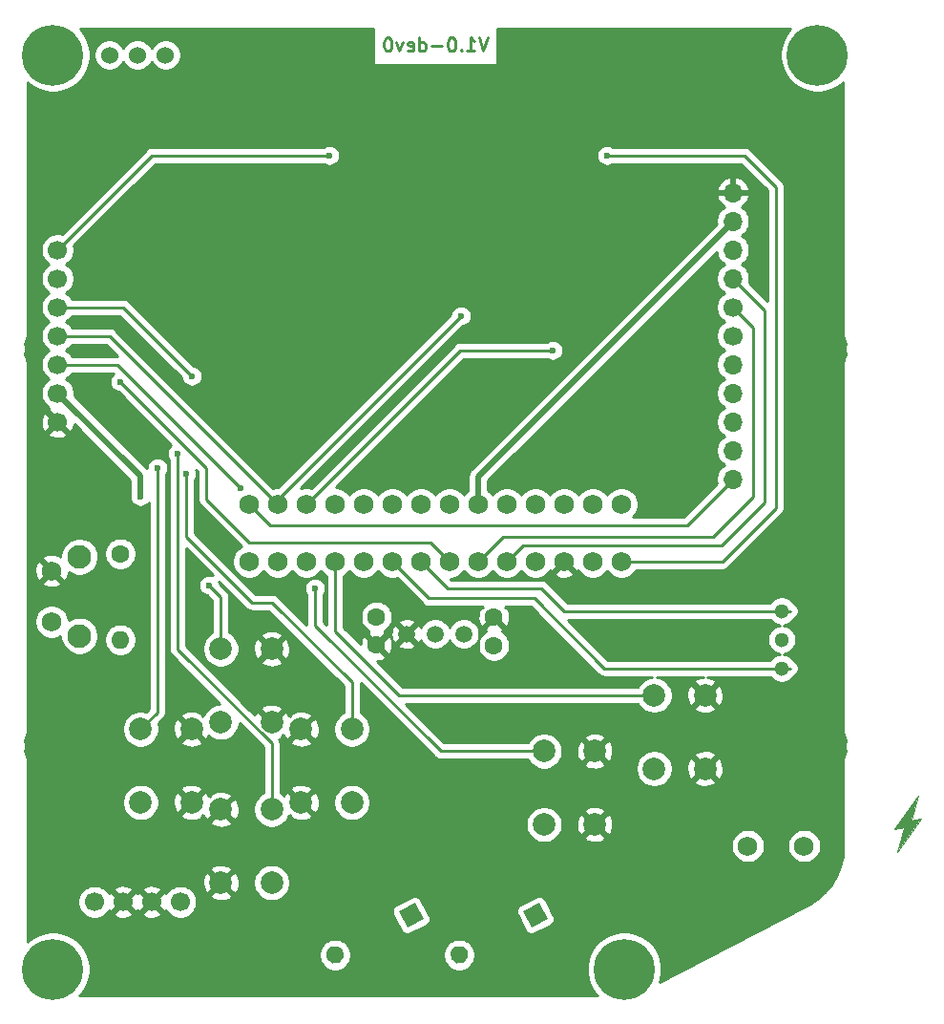
<source format=gbr>
G04 #@! TF.GenerationSoftware,KiCad,Pcbnew,(5.1.9-0-10_14)*
G04 #@! TF.CreationDate,2021-02-11T14:36:11-08:00*
G04 #@! TF.ProjectId,system,73797374-656d-42e6-9b69-6361645f7063,rev?*
G04 #@! TF.SameCoordinates,Original*
G04 #@! TF.FileFunction,Copper,L2,Bot*
G04 #@! TF.FilePolarity,Positive*
%FSLAX46Y46*%
G04 Gerber Fmt 4.6, Leading zero omitted, Abs format (unit mm)*
G04 Created by KiCad (PCBNEW (5.1.9-0-10_14)) date 2021-02-11 14:36:11*
%MOMM*%
%LPD*%
G01*
G04 APERTURE LIST*
G04 #@! TA.AperFunction,NonConductor*
%ADD10C,0.100000*%
G04 #@! TD*
G04 #@! TA.AperFunction,NonConductor*
%ADD11C,0.250000*%
G04 #@! TD*
G04 #@! TA.AperFunction,ComponentPad*
%ADD12C,1.750000*%
G04 #@! TD*
G04 #@! TA.AperFunction,ComponentPad*
%ADD13C,1.300000*%
G04 #@! TD*
G04 #@! TA.AperFunction,ComponentPad*
%ADD14O,1.700000X1.700000*%
G04 #@! TD*
G04 #@! TA.AperFunction,ComponentPad*
%ADD15C,1.700000*%
G04 #@! TD*
G04 #@! TA.AperFunction,ComponentPad*
%ADD16C,5.399999*%
G04 #@! TD*
G04 #@! TA.AperFunction,ComponentPad*
%ADD17C,5.400000*%
G04 #@! TD*
G04 #@! TA.AperFunction,ComponentPad*
%ADD18C,1.600000*%
G04 #@! TD*
G04 #@! TA.AperFunction,ComponentPad*
%ADD19C,0.100000*%
G04 #@! TD*
G04 #@! TA.AperFunction,ComponentPad*
%ADD20O,1.600000X1.600000*%
G04 #@! TD*
G04 #@! TA.AperFunction,ComponentPad*
%ADD21C,1.524000*%
G04 #@! TD*
G04 #@! TA.AperFunction,ComponentPad*
%ADD22C,2.100000*%
G04 #@! TD*
G04 #@! TA.AperFunction,ComponentPad*
%ADD23C,1.520000*%
G04 #@! TD*
G04 #@! TA.AperFunction,ComponentPad*
%ADD24C,2.000000*%
G04 #@! TD*
G04 #@! TA.AperFunction,ViaPad*
%ADD25C,0.600000*%
G04 #@! TD*
G04 #@! TA.AperFunction,Conductor*
%ADD26C,0.254000*%
G04 #@! TD*
G04 #@! TA.AperFunction,Conductor*
%ADD27C,0.508000*%
G04 #@! TD*
G04 #@! TA.AperFunction,Conductor*
%ADD28C,0.100000*%
G04 #@! TD*
G04 APERTURE END LIST*
D10*
G36*
X181800500Y-138430000D02*
G01*
X180403500Y-138684000D01*
X182562500Y-135763000D01*
X181800500Y-138430000D01*
G37*
X181800500Y-138430000D02*
X180403500Y-138684000D01*
X182562500Y-135763000D01*
X181800500Y-138430000D01*
G36*
X180657500Y-140716000D02*
G01*
X181419500Y-138049000D01*
X182816500Y-137795000D01*
X180657500Y-140716000D01*
G37*
X180657500Y-140716000D02*
X181419500Y-138049000D01*
X182816500Y-137795000D01*
X180657500Y-140716000D01*
D11*
X144357142Y-68557857D02*
X143957142Y-69757857D01*
X143557142Y-68557857D01*
X142528571Y-69757857D02*
X143214285Y-69757857D01*
X142871428Y-69757857D02*
X142871428Y-68557857D01*
X142985714Y-68729285D01*
X143100000Y-68843571D01*
X143214285Y-68900714D01*
X142014285Y-69643571D02*
X141957142Y-69700714D01*
X142014285Y-69757857D01*
X142071428Y-69700714D01*
X142014285Y-69643571D01*
X142014285Y-69757857D01*
X141214285Y-68557857D02*
X141100000Y-68557857D01*
X140985714Y-68615000D01*
X140928571Y-68672142D01*
X140871428Y-68786428D01*
X140814285Y-69015000D01*
X140814285Y-69300714D01*
X140871428Y-69529285D01*
X140928571Y-69643571D01*
X140985714Y-69700714D01*
X141100000Y-69757857D01*
X141214285Y-69757857D01*
X141328571Y-69700714D01*
X141385714Y-69643571D01*
X141442857Y-69529285D01*
X141500000Y-69300714D01*
X141500000Y-69015000D01*
X141442857Y-68786428D01*
X141385714Y-68672142D01*
X141328571Y-68615000D01*
X141214285Y-68557857D01*
X140300000Y-69300714D02*
X139385714Y-69300714D01*
X138300000Y-69757857D02*
X138300000Y-68557857D01*
X138300000Y-69700714D02*
X138414285Y-69757857D01*
X138642857Y-69757857D01*
X138757142Y-69700714D01*
X138814285Y-69643571D01*
X138871428Y-69529285D01*
X138871428Y-69186428D01*
X138814285Y-69072142D01*
X138757142Y-69015000D01*
X138642857Y-68957857D01*
X138414285Y-68957857D01*
X138300000Y-69015000D01*
X137271428Y-69700714D02*
X137385714Y-69757857D01*
X137614285Y-69757857D01*
X137728571Y-69700714D01*
X137785714Y-69586428D01*
X137785714Y-69129285D01*
X137728571Y-69015000D01*
X137614285Y-68957857D01*
X137385714Y-68957857D01*
X137271428Y-69015000D01*
X137214285Y-69129285D01*
X137214285Y-69243571D01*
X137785714Y-69357857D01*
X136814285Y-68957857D02*
X136528571Y-69757857D01*
X136242857Y-68957857D01*
X135557142Y-68557857D02*
X135442857Y-68557857D01*
X135328571Y-68615000D01*
X135271428Y-68672142D01*
X135214285Y-68786428D01*
X135157142Y-69015000D01*
X135157142Y-69300714D01*
X135214285Y-69529285D01*
X135271428Y-69643571D01*
X135328571Y-69700714D01*
X135442857Y-69757857D01*
X135557142Y-69757857D01*
X135671428Y-69700714D01*
X135728571Y-69643571D01*
X135785714Y-69529285D01*
X135842857Y-69300714D01*
X135842857Y-69015000D01*
X135785714Y-68786428D01*
X135728571Y-68672142D01*
X135671428Y-68615000D01*
X135557142Y-68557857D01*
D12*
X156210000Y-109920000D03*
X153670000Y-109920000D03*
X151130000Y-109920000D03*
X148590000Y-109920000D03*
X146050000Y-109920000D03*
X143510000Y-109920000D03*
X140970000Y-109920000D03*
X138430000Y-109920000D03*
X135890000Y-109920000D03*
X133350000Y-109920000D03*
X130810000Y-109920000D03*
X128270000Y-109920000D03*
X125730000Y-109920000D03*
X123190000Y-109920000D03*
X123190000Y-115000000D03*
X125730000Y-115000000D03*
X128270000Y-115000000D03*
X130810000Y-115000000D03*
X133350000Y-115000000D03*
X135890000Y-115000000D03*
X156210000Y-115000000D03*
X153670000Y-115000000D03*
X151130000Y-115000000D03*
X148590000Y-115000000D03*
X146050000Y-115000000D03*
X143510000Y-115000000D03*
X138430000Y-115000000D03*
X140970000Y-115000000D03*
D13*
X170434000Y-121920000D03*
X170434000Y-124460000D03*
X170434000Y-119380000D03*
D14*
X166116000Y-107696000D03*
X166116000Y-97536000D03*
X166116000Y-105156000D03*
X166116000Y-100076000D03*
X166116000Y-102616000D03*
X166116000Y-82296000D03*
D15*
X166116000Y-94996000D03*
D14*
X166116000Y-84836000D03*
X166116000Y-87376000D03*
X166116000Y-89916000D03*
D15*
X166116000Y-92456000D03*
D16*
X105791000Y-151130000D03*
X105791000Y-70104000D03*
X156464000Y-151130000D03*
D17*
X173609000Y-70104000D03*
D12*
X172426000Y-140208000D03*
X167426000Y-140208000D03*
D18*
X134493000Y-119888000D03*
X134493000Y-122388000D03*
X144907000Y-119928000D03*
X144907000Y-122428000D03*
G04 #@! TA.AperFunction,ComponentPad*
G36*
G01*
X142540586Y-149490601D02*
X142540586Y-149490601D01*
G75*
G02*
X142200376Y-150569609I-709609J-369399D01*
G01*
X142200376Y-150569609D01*
G75*
G02*
X141121368Y-150229399I-369399J709609D01*
G01*
X141121368Y-150229399D01*
G75*
G02*
X141461578Y-149150391I709609J369399D01*
G01*
X141461578Y-149150391D01*
G75*
G02*
X142540586Y-149490601I369399J-709609D01*
G01*
G37*
G04 #@! TD.AperFunction*
G04 #@! TA.AperFunction,ComponentPad*
D19*
G36*
X148930210Y-145262468D02*
G01*
X149669008Y-146681686D01*
X148249790Y-147420484D01*
X147510992Y-146001266D01*
X148930210Y-145262468D01*
G37*
G04 #@! TD.AperFunction*
G04 #@! TA.AperFunction,ComponentPad*
G36*
X137909233Y-145262468D02*
G01*
X138648031Y-146681686D01*
X137228813Y-147420484D01*
X136490015Y-146001266D01*
X137909233Y-145262468D01*
G37*
G04 #@! TD.AperFunction*
G04 #@! TA.AperFunction,ComponentPad*
G36*
G01*
X131519609Y-149490601D02*
X131519609Y-149490601D01*
G75*
G02*
X131179399Y-150569609I-709609J-369399D01*
G01*
X131179399Y-150569609D01*
G75*
G02*
X130100391Y-150229399I-369399J709609D01*
G01*
X130100391Y-150229399D01*
G75*
G02*
X130440601Y-149150391I709609J369399D01*
G01*
X130440601Y-149150391D01*
G75*
G02*
X131519609Y-149490601I369399J-709609D01*
G01*
G37*
G04 #@! TD.AperFunction*
D18*
X111760000Y-114300000D03*
D20*
X111760000Y-121920000D03*
D21*
X110794800Y-70104000D03*
X113284000Y-70104000D03*
X115773200Y-70104000D03*
D22*
X108154000Y-121584000D03*
D12*
X105664000Y-120324000D03*
X105664000Y-115824000D03*
D22*
X108154000Y-114574000D03*
D15*
X114554000Y-145161000D03*
X112014000Y-145161000D03*
X117094000Y-145161000D03*
X109474000Y-145161000D03*
D23*
X137160000Y-121412000D03*
X142240000Y-121412000D03*
X139700000Y-121412000D03*
D15*
X106200000Y-102616000D03*
X106200000Y-100076000D03*
X106200000Y-97536000D03*
X106200000Y-94996000D03*
X106200000Y-92456000D03*
X106200000Y-89916000D03*
X106200000Y-87376000D03*
D24*
X149352000Y-131803000D03*
X153852000Y-131803000D03*
X149352000Y-138303000D03*
X153852000Y-138303000D03*
X163631000Y-133350000D03*
X159131000Y-133350000D03*
X163631000Y-126850000D03*
X159131000Y-126850000D03*
X120686000Y-122734000D03*
X125186000Y-122734000D03*
X120686000Y-129234000D03*
X125186000Y-129234000D03*
X125186000Y-143458000D03*
X120686000Y-143458000D03*
X125186000Y-136958000D03*
X120686000Y-136958000D03*
X118074000Y-136346000D03*
X113574000Y-136346000D03*
X118074000Y-129846000D03*
X113574000Y-129846000D03*
X127798000Y-129846000D03*
X132298000Y-129846000D03*
X127798000Y-136346000D03*
X132298000Y-136346000D03*
D25*
X169164000Y-121158000D03*
X118110000Y-115570000D03*
X118618000Y-111252000D03*
X126746000Y-117348000D03*
X109220000Y-96266000D03*
X156718000Y-102362000D03*
X163068000Y-105664000D03*
X125476000Y-103378000D03*
X125476000Y-99822000D03*
X118110000Y-98552000D03*
X116839984Y-105410000D03*
X115062000Y-106680000D03*
X117602000Y-107188000D03*
X119633994Y-117094000D03*
X129032000Y-117348000D03*
X111760000Y-99060000D03*
X113538000Y-109220000D03*
X154940000Y-78994000D03*
X130302000Y-78994000D03*
X141986000Y-93218000D03*
X150114000Y-96265986D03*
X122428000Y-108458001D03*
D26*
X112014000Y-92456000D02*
X118110000Y-98552000D01*
X106200000Y-92456000D02*
X112014000Y-92456000D01*
X130810000Y-121158000D02*
X130810000Y-115000000D01*
X136502000Y-126850000D02*
X130810000Y-121158000D01*
X159131000Y-126850000D02*
X136502000Y-126850000D01*
X125186000Y-131127514D02*
X116839984Y-122781498D01*
X116839984Y-122781498D02*
X116839984Y-105410000D01*
X125186000Y-136958000D02*
X125186000Y-131127514D01*
X115062000Y-128358000D02*
X115062000Y-106680000D01*
X113574000Y-129846000D02*
X115062000Y-128358000D01*
X125222000Y-118618000D02*
X123444000Y-118618000D01*
X132298000Y-125694000D02*
X125222000Y-118618000D01*
X117602000Y-112776000D02*
X117602000Y-107188000D01*
X123444000Y-118618000D02*
X117602000Y-112776000D01*
X132298000Y-129846000D02*
X132298000Y-125694000D01*
X120686000Y-122734000D02*
X120686000Y-118146006D01*
X120686000Y-118146006D02*
X119633994Y-117094000D01*
X140185000Y-131803000D02*
X129032000Y-120650000D01*
X149352000Y-131803000D02*
X140185000Y-131803000D01*
X129032000Y-120650000D02*
X129032000Y-117348000D01*
X140778000Y-117348000D02*
X138430000Y-115000000D01*
X149098000Y-117348000D02*
X140778000Y-117348000D01*
X151130000Y-119380000D02*
X149098000Y-117348000D01*
X171196000Y-119380000D02*
X151130000Y-119380000D01*
X119380000Y-109474000D02*
X119380000Y-106680000D01*
X140970000Y-115000000D02*
X139254000Y-113284000D01*
X139254000Y-113284000D02*
X123190000Y-113284000D01*
X123190000Y-113284000D02*
X119380000Y-109474000D01*
X119380000Y-106680000D02*
X111760000Y-99060000D01*
X139152409Y-118262409D02*
X135890000Y-115000000D01*
X154686000Y-124460000D02*
X148488409Y-118262409D01*
X148488409Y-118262409D02*
X139152409Y-118262409D01*
X171196000Y-124460000D02*
X154686000Y-124460000D01*
D27*
X143510000Y-107442000D02*
X143510000Y-109920000D01*
X166116000Y-84836000D02*
X143510000Y-107442000D01*
X106200000Y-100076000D02*
X113538000Y-107414000D01*
X113538000Y-107414000D02*
X113538000Y-109220000D01*
D26*
X145734000Y-112776000D02*
X143510000Y-115000000D01*
X164338000Y-112776000D02*
X145734000Y-112776000D01*
X167894000Y-109220000D02*
X164338000Y-112776000D01*
X167894000Y-94234000D02*
X167894000Y-109220000D01*
X166116000Y-92456000D02*
X167894000Y-94234000D01*
X165100000Y-113538000D02*
X147512000Y-113538000D01*
X168910000Y-109728000D02*
X165100000Y-113538000D01*
X168910000Y-92710000D02*
X168910000Y-109728000D01*
X147512000Y-113538000D02*
X146050000Y-115000000D01*
X166116000Y-89916000D02*
X168910000Y-92710000D01*
X167132000Y-78994000D02*
X154940000Y-78994000D01*
X169926000Y-81788000D02*
X167132000Y-78994000D01*
X169926000Y-110236000D02*
X169926000Y-81788000D01*
X165162000Y-115000000D02*
X169926000Y-110236000D01*
X114582000Y-78994000D02*
X106200000Y-87376000D01*
X156210000Y-115000000D02*
X165162000Y-115000000D01*
X130302000Y-78994000D02*
X114582000Y-78994000D01*
X162052000Y-111760000D02*
X166116000Y-107696000D01*
X125030000Y-111760000D02*
X162052000Y-111760000D01*
X123190000Y-109920000D02*
X125030000Y-111760000D01*
X110806000Y-94996000D02*
X106200000Y-94996000D01*
X125730000Y-109920000D02*
X110806000Y-94996000D01*
X125730000Y-109474000D02*
X125730000Y-109920000D01*
X141986000Y-93218000D02*
X125730000Y-109474000D01*
X141924014Y-96265986D02*
X150114000Y-96265986D01*
X128270000Y-109920000D02*
X141924014Y-96265986D01*
X106200000Y-97536000D02*
X111505999Y-97536000D01*
X111505999Y-97536000D02*
X122428000Y-108458001D01*
X134168572Y-70973500D02*
X145231429Y-70973500D01*
X145231429Y-67791000D01*
X171205597Y-67791000D01*
X171018536Y-67978061D01*
X170653561Y-68524285D01*
X170402162Y-69131216D01*
X170274000Y-69775531D01*
X170274000Y-70432469D01*
X170402162Y-71076784D01*
X170653561Y-71683715D01*
X171018536Y-72229939D01*
X171483061Y-72694464D01*
X172029285Y-73059439D01*
X172636216Y-73310838D01*
X173280531Y-73439000D01*
X173937469Y-73439000D01*
X174581784Y-73310838D01*
X175188715Y-73059439D01*
X175734939Y-72694464D01*
X175890000Y-72539403D01*
X175890001Y-94959885D01*
X175886444Y-94996000D01*
X175900635Y-95140085D01*
X175942663Y-95278633D01*
X175999389Y-95384760D01*
X176024164Y-95509312D01*
X176091179Y-95671099D01*
X176106815Y-95694500D01*
X176091179Y-95717901D01*
X176024164Y-95879688D01*
X175990000Y-96051441D01*
X175990000Y-96226559D01*
X176024164Y-96398312D01*
X176091179Y-96560099D01*
X176106815Y-96583500D01*
X176091179Y-96606901D01*
X176024164Y-96768688D01*
X175999389Y-96893240D01*
X175942663Y-96999367D01*
X175900635Y-97137915D01*
X175886444Y-97282000D01*
X175890000Y-97318105D01*
X175890001Y-130138885D01*
X175886444Y-130175000D01*
X175900635Y-130319085D01*
X175942663Y-130457633D01*
X175999389Y-130563760D01*
X176024164Y-130688312D01*
X176091179Y-130850099D01*
X176106815Y-130873500D01*
X176091179Y-130896901D01*
X176024164Y-131058688D01*
X175990000Y-131230441D01*
X175990000Y-131405559D01*
X176024164Y-131577312D01*
X176091179Y-131739099D01*
X176106815Y-131762500D01*
X176091179Y-131785901D01*
X176024164Y-131947688D01*
X175999389Y-132072240D01*
X175942663Y-132178367D01*
X175900635Y-132316915D01*
X175886444Y-132461000D01*
X175890000Y-132497105D01*
X175890001Y-140180069D01*
X175819278Y-141109801D01*
X175615064Y-141990843D01*
X175279930Y-142830861D01*
X174821590Y-143610524D01*
X174250591Y-144311886D01*
X173576942Y-144921643D01*
X172940009Y-145352970D01*
X159587013Y-152305152D01*
X159670837Y-152102783D01*
X159798999Y-151458469D01*
X159798999Y-150801531D01*
X159670837Y-150157217D01*
X159419438Y-149550285D01*
X159054463Y-149004062D01*
X158589938Y-148539537D01*
X158043715Y-148174562D01*
X157436783Y-147923163D01*
X156792469Y-147795001D01*
X156135531Y-147795001D01*
X155491217Y-147923163D01*
X154884285Y-148174562D01*
X154338062Y-148539537D01*
X153873537Y-149004062D01*
X153508562Y-149550285D01*
X153257163Y-150157217D01*
X153129001Y-150801531D01*
X153129001Y-151458469D01*
X153257163Y-152102783D01*
X153508562Y-152709715D01*
X153873537Y-153255938D01*
X154108499Y-153490900D01*
X108146501Y-153490900D01*
X108381463Y-153255938D01*
X108746438Y-152709715D01*
X108997837Y-152102783D01*
X109125999Y-151458469D01*
X109125999Y-150801531D01*
X108997837Y-150157217D01*
X108816184Y-149718665D01*
X129375000Y-149718665D01*
X129375000Y-150001335D01*
X129430147Y-150278574D01*
X129538320Y-150539727D01*
X129695363Y-150774759D01*
X129895241Y-150974637D01*
X130130273Y-151131680D01*
X130391426Y-151239853D01*
X130668665Y-151295000D01*
X130951335Y-151295000D01*
X131228574Y-151239853D01*
X131489727Y-151131680D01*
X131724759Y-150974637D01*
X131924637Y-150774759D01*
X132081680Y-150539727D01*
X132189853Y-150278574D01*
X132245000Y-150001335D01*
X132245000Y-149718665D01*
X140395977Y-149718665D01*
X140395977Y-150001335D01*
X140451124Y-150278574D01*
X140559297Y-150539727D01*
X140716340Y-150774759D01*
X140916218Y-150974637D01*
X141151250Y-151131680D01*
X141412403Y-151239853D01*
X141689642Y-151295000D01*
X141972312Y-151295000D01*
X142249551Y-151239853D01*
X142510704Y-151131680D01*
X142745736Y-150974637D01*
X142945614Y-150774759D01*
X143102657Y-150539727D01*
X143210830Y-150278574D01*
X143265977Y-150001335D01*
X143265977Y-149718665D01*
X143210830Y-149441426D01*
X143102657Y-149180273D01*
X142945614Y-148945241D01*
X142745736Y-148745363D01*
X142510704Y-148588320D01*
X142249551Y-148480147D01*
X141972312Y-148425000D01*
X141689642Y-148425000D01*
X141412403Y-148480147D01*
X141151250Y-148588320D01*
X140916218Y-148745363D01*
X140716340Y-148945241D01*
X140559297Y-149180273D01*
X140451124Y-149441426D01*
X140395977Y-149718665D01*
X132245000Y-149718665D01*
X132189853Y-149441426D01*
X132081680Y-149180273D01*
X131924637Y-148945241D01*
X131724759Y-148745363D01*
X131489727Y-148588320D01*
X131228574Y-148480147D01*
X130951335Y-148425000D01*
X130668665Y-148425000D01*
X130391426Y-148480147D01*
X130130273Y-148588320D01*
X129895241Y-148745363D01*
X129695363Y-148945241D01*
X129538320Y-149180273D01*
X129430147Y-149441426D01*
X129375000Y-149718665D01*
X108816184Y-149718665D01*
X108746438Y-149550285D01*
X108381463Y-149004062D01*
X107916938Y-148539537D01*
X107370715Y-148174562D01*
X106763783Y-147923163D01*
X106119469Y-147795001D01*
X105462531Y-147795001D01*
X104818217Y-147923163D01*
X104211285Y-148174562D01*
X103665062Y-148539537D01*
X103510000Y-148694599D01*
X103510000Y-145014740D01*
X107989000Y-145014740D01*
X107989000Y-145307260D01*
X108046068Y-145594158D01*
X108158010Y-145864411D01*
X108320525Y-146107632D01*
X108527368Y-146314475D01*
X108770589Y-146476990D01*
X109040842Y-146588932D01*
X109327740Y-146646000D01*
X109620260Y-146646000D01*
X109907158Y-146588932D01*
X110177411Y-146476990D01*
X110420632Y-146314475D01*
X110545710Y-146189397D01*
X111165208Y-146189397D01*
X111242843Y-146438472D01*
X111506883Y-146564371D01*
X111790411Y-146636339D01*
X112082531Y-146651611D01*
X112372019Y-146609599D01*
X112647747Y-146511919D01*
X112785157Y-146438472D01*
X112862792Y-146189397D01*
X113705208Y-146189397D01*
X113782843Y-146438472D01*
X114046883Y-146564371D01*
X114330411Y-146636339D01*
X114622531Y-146651611D01*
X114912019Y-146609599D01*
X115187747Y-146511919D01*
X115325157Y-146438472D01*
X115402792Y-146189397D01*
X114554000Y-145340605D01*
X113705208Y-146189397D01*
X112862792Y-146189397D01*
X112014000Y-145340605D01*
X111165208Y-146189397D01*
X110545710Y-146189397D01*
X110627475Y-146107632D01*
X110743311Y-145934271D01*
X110985603Y-146009792D01*
X111834395Y-145161000D01*
X112193605Y-145161000D01*
X113042397Y-146009792D01*
X113284000Y-145934486D01*
X113525603Y-146009792D01*
X114374395Y-145161000D01*
X114733605Y-145161000D01*
X115582397Y-146009792D01*
X115824689Y-145934271D01*
X115940525Y-146107632D01*
X116147368Y-146314475D01*
X116390589Y-146476990D01*
X116660842Y-146588932D01*
X116947740Y-146646000D01*
X117240260Y-146646000D01*
X117527158Y-146588932D01*
X117797411Y-146476990D01*
X118040632Y-146314475D01*
X118247475Y-146107632D01*
X118281387Y-146056878D01*
X135854371Y-146056878D01*
X135877434Y-146179817D01*
X135924038Y-146295895D01*
X136662836Y-147715113D01*
X136731191Y-147819868D01*
X136818668Y-147909275D01*
X136921907Y-147979899D01*
X137036941Y-148029024D01*
X137159348Y-148054764D01*
X137284425Y-148056128D01*
X137407364Y-148033065D01*
X137523442Y-147986461D01*
X138942660Y-147247663D01*
X139047415Y-147179308D01*
X139136822Y-147091831D01*
X139207446Y-146988592D01*
X139256571Y-146873558D01*
X139282311Y-146751151D01*
X139283675Y-146626074D01*
X139260612Y-146503135D01*
X139214008Y-146387057D01*
X139042128Y-146056878D01*
X146875348Y-146056878D01*
X146898411Y-146179817D01*
X146945015Y-146295895D01*
X147683813Y-147715113D01*
X147752168Y-147819868D01*
X147839645Y-147909275D01*
X147942884Y-147979899D01*
X148057918Y-148029024D01*
X148180325Y-148054764D01*
X148305402Y-148056128D01*
X148428341Y-148033065D01*
X148544419Y-147986461D01*
X149963637Y-147247663D01*
X150068392Y-147179308D01*
X150157799Y-147091831D01*
X150228423Y-146988592D01*
X150277548Y-146873558D01*
X150303288Y-146751151D01*
X150304652Y-146626074D01*
X150281589Y-146503135D01*
X150234985Y-146387057D01*
X149496187Y-144967839D01*
X149427832Y-144863084D01*
X149340355Y-144773677D01*
X149237116Y-144703053D01*
X149122082Y-144653928D01*
X148999675Y-144628188D01*
X148874598Y-144626824D01*
X148751659Y-144649887D01*
X148635581Y-144696491D01*
X147216363Y-145435289D01*
X147111608Y-145503644D01*
X147022201Y-145591121D01*
X146951577Y-145694360D01*
X146902452Y-145809394D01*
X146876712Y-145931801D01*
X146875348Y-146056878D01*
X139042128Y-146056878D01*
X138475210Y-144967839D01*
X138406855Y-144863084D01*
X138319378Y-144773677D01*
X138216139Y-144703053D01*
X138101105Y-144653928D01*
X137978698Y-144628188D01*
X137853621Y-144626824D01*
X137730682Y-144649887D01*
X137614604Y-144696491D01*
X136195386Y-145435289D01*
X136090631Y-145503644D01*
X136001224Y-145591121D01*
X135930600Y-145694360D01*
X135881475Y-145809394D01*
X135855735Y-145931801D01*
X135854371Y-146056878D01*
X118281387Y-146056878D01*
X118409990Y-145864411D01*
X118521932Y-145594158D01*
X118579000Y-145307260D01*
X118579000Y-145014740D01*
X118521932Y-144727842D01*
X118466250Y-144593413D01*
X119730192Y-144593413D01*
X119825956Y-144857814D01*
X120115571Y-144998704D01*
X120427108Y-145080384D01*
X120748595Y-145099718D01*
X121067675Y-145055961D01*
X121372088Y-144950795D01*
X121546044Y-144857814D01*
X121641808Y-144593413D01*
X120686000Y-143637605D01*
X119730192Y-144593413D01*
X118466250Y-144593413D01*
X118409990Y-144457589D01*
X118247475Y-144214368D01*
X118040632Y-144007525D01*
X117797411Y-143845010D01*
X117527158Y-143733068D01*
X117240260Y-143676000D01*
X116947740Y-143676000D01*
X116660842Y-143733068D01*
X116390589Y-143845010D01*
X116147368Y-144007525D01*
X115940525Y-144214368D01*
X115824689Y-144387729D01*
X115582397Y-144312208D01*
X114733605Y-145161000D01*
X114374395Y-145161000D01*
X113525603Y-144312208D01*
X113284000Y-144387514D01*
X113042397Y-144312208D01*
X112193605Y-145161000D01*
X111834395Y-145161000D01*
X110985603Y-144312208D01*
X110743311Y-144387729D01*
X110627475Y-144214368D01*
X110545710Y-144132603D01*
X111165208Y-144132603D01*
X112014000Y-144981395D01*
X112862792Y-144132603D01*
X113705208Y-144132603D01*
X114554000Y-144981395D01*
X115402792Y-144132603D01*
X115325157Y-143883528D01*
X115061117Y-143757629D01*
X114777589Y-143685661D01*
X114485469Y-143670389D01*
X114195981Y-143712401D01*
X113920253Y-143810081D01*
X113782843Y-143883528D01*
X113705208Y-144132603D01*
X112862792Y-144132603D01*
X112785157Y-143883528D01*
X112521117Y-143757629D01*
X112237589Y-143685661D01*
X111945469Y-143670389D01*
X111655981Y-143712401D01*
X111380253Y-143810081D01*
X111242843Y-143883528D01*
X111165208Y-144132603D01*
X110545710Y-144132603D01*
X110420632Y-144007525D01*
X110177411Y-143845010D01*
X109907158Y-143733068D01*
X109620260Y-143676000D01*
X109327740Y-143676000D01*
X109040842Y-143733068D01*
X108770589Y-143845010D01*
X108527368Y-144007525D01*
X108320525Y-144214368D01*
X108158010Y-144457589D01*
X108046068Y-144727842D01*
X107989000Y-145014740D01*
X103510000Y-145014740D01*
X103510000Y-143520595D01*
X119044282Y-143520595D01*
X119088039Y-143839675D01*
X119193205Y-144144088D01*
X119286186Y-144318044D01*
X119550587Y-144413808D01*
X120506395Y-143458000D01*
X120865605Y-143458000D01*
X121821413Y-144413808D01*
X122085814Y-144318044D01*
X122226704Y-144028429D01*
X122308384Y-143716892D01*
X122327718Y-143395405D01*
X122314219Y-143296967D01*
X123551000Y-143296967D01*
X123551000Y-143619033D01*
X123613832Y-143934912D01*
X123737082Y-144232463D01*
X123916013Y-144500252D01*
X124143748Y-144727987D01*
X124411537Y-144906918D01*
X124709088Y-145030168D01*
X125024967Y-145093000D01*
X125347033Y-145093000D01*
X125662912Y-145030168D01*
X125960463Y-144906918D01*
X126228252Y-144727987D01*
X126455987Y-144500252D01*
X126634918Y-144232463D01*
X126758168Y-143934912D01*
X126821000Y-143619033D01*
X126821000Y-143296967D01*
X126758168Y-142981088D01*
X126634918Y-142683537D01*
X126455987Y-142415748D01*
X126228252Y-142188013D01*
X125960463Y-142009082D01*
X125662912Y-141885832D01*
X125347033Y-141823000D01*
X125024967Y-141823000D01*
X124709088Y-141885832D01*
X124411537Y-142009082D01*
X124143748Y-142188013D01*
X123916013Y-142415748D01*
X123737082Y-142683537D01*
X123613832Y-142981088D01*
X123551000Y-143296967D01*
X122314219Y-143296967D01*
X122283961Y-143076325D01*
X122178795Y-142771912D01*
X122085814Y-142597956D01*
X121821413Y-142502192D01*
X120865605Y-143458000D01*
X120506395Y-143458000D01*
X119550587Y-142502192D01*
X119286186Y-142597956D01*
X119145296Y-142887571D01*
X119063616Y-143199108D01*
X119044282Y-143520595D01*
X103510000Y-143520595D01*
X103510000Y-142322587D01*
X119730192Y-142322587D01*
X120686000Y-143278395D01*
X121641808Y-142322587D01*
X121546044Y-142058186D01*
X121256429Y-141917296D01*
X120944892Y-141835616D01*
X120623405Y-141816282D01*
X120304325Y-141860039D01*
X119999912Y-141965205D01*
X119825956Y-142058186D01*
X119730192Y-142322587D01*
X103510000Y-142322587D01*
X103510000Y-140059278D01*
X165916000Y-140059278D01*
X165916000Y-140356722D01*
X165974029Y-140648451D01*
X166087856Y-140923253D01*
X166253107Y-141170569D01*
X166463431Y-141380893D01*
X166710747Y-141546144D01*
X166985549Y-141659971D01*
X167277278Y-141718000D01*
X167574722Y-141718000D01*
X167866451Y-141659971D01*
X168141253Y-141546144D01*
X168388569Y-141380893D01*
X168598893Y-141170569D01*
X168764144Y-140923253D01*
X168877971Y-140648451D01*
X168936000Y-140356722D01*
X168936000Y-140059278D01*
X170916000Y-140059278D01*
X170916000Y-140356722D01*
X170974029Y-140648451D01*
X171087856Y-140923253D01*
X171253107Y-141170569D01*
X171463431Y-141380893D01*
X171710747Y-141546144D01*
X171985549Y-141659971D01*
X172277278Y-141718000D01*
X172574722Y-141718000D01*
X172866451Y-141659971D01*
X173141253Y-141546144D01*
X173388569Y-141380893D01*
X173598893Y-141170569D01*
X173764144Y-140923253D01*
X173877971Y-140648451D01*
X173936000Y-140356722D01*
X173936000Y-140059278D01*
X173877971Y-139767549D01*
X173764144Y-139492747D01*
X173598893Y-139245431D01*
X173388569Y-139035107D01*
X173141253Y-138869856D01*
X172866451Y-138756029D01*
X172574722Y-138698000D01*
X172277278Y-138698000D01*
X171985549Y-138756029D01*
X171710747Y-138869856D01*
X171463431Y-139035107D01*
X171253107Y-139245431D01*
X171087856Y-139492747D01*
X170974029Y-139767549D01*
X170916000Y-140059278D01*
X168936000Y-140059278D01*
X168877971Y-139767549D01*
X168764144Y-139492747D01*
X168598893Y-139245431D01*
X168388569Y-139035107D01*
X168141253Y-138869856D01*
X167866451Y-138756029D01*
X167574722Y-138698000D01*
X167277278Y-138698000D01*
X166985549Y-138756029D01*
X166710747Y-138869856D01*
X166463431Y-139035107D01*
X166253107Y-139245431D01*
X166087856Y-139492747D01*
X165974029Y-139767549D01*
X165916000Y-140059278D01*
X103510000Y-140059278D01*
X103510000Y-138093413D01*
X119730192Y-138093413D01*
X119825956Y-138357814D01*
X120115571Y-138498704D01*
X120427108Y-138580384D01*
X120748595Y-138599718D01*
X121067675Y-138555961D01*
X121372088Y-138450795D01*
X121546044Y-138357814D01*
X121641808Y-138093413D01*
X120686000Y-137137605D01*
X119730192Y-138093413D01*
X103510000Y-138093413D01*
X103510000Y-136184967D01*
X111939000Y-136184967D01*
X111939000Y-136507033D01*
X112001832Y-136822912D01*
X112125082Y-137120463D01*
X112304013Y-137388252D01*
X112531748Y-137615987D01*
X112799537Y-137794918D01*
X113097088Y-137918168D01*
X113412967Y-137981000D01*
X113735033Y-137981000D01*
X114050912Y-137918168D01*
X114348463Y-137794918D01*
X114616252Y-137615987D01*
X114750826Y-137481413D01*
X117118192Y-137481413D01*
X117213956Y-137745814D01*
X117503571Y-137886704D01*
X117815108Y-137968384D01*
X118136595Y-137987718D01*
X118455675Y-137943961D01*
X118760088Y-137838795D01*
X118934044Y-137745814D01*
X119029807Y-137481415D01*
X119145475Y-137597083D01*
X119168880Y-137573678D01*
X119193205Y-137644088D01*
X119286186Y-137818044D01*
X119550587Y-137913808D01*
X120506395Y-136958000D01*
X120865605Y-136958000D01*
X121821413Y-137913808D01*
X122085814Y-137818044D01*
X122226704Y-137528429D01*
X122308384Y-137216892D01*
X122327718Y-136895405D01*
X122283961Y-136576325D01*
X122178795Y-136271912D01*
X122085814Y-136097956D01*
X121821413Y-136002192D01*
X120865605Y-136958000D01*
X120506395Y-136958000D01*
X120492253Y-136943858D01*
X120671858Y-136764253D01*
X120686000Y-136778395D01*
X121641808Y-135822587D01*
X121546044Y-135558186D01*
X121256429Y-135417296D01*
X120944892Y-135335616D01*
X120623405Y-135316282D01*
X120304325Y-135360039D01*
X119999912Y-135465205D01*
X119825956Y-135558186D01*
X119730193Y-135822585D01*
X119614525Y-135706917D01*
X119591120Y-135730322D01*
X119566795Y-135659912D01*
X119473814Y-135485956D01*
X119209413Y-135390192D01*
X118253605Y-136346000D01*
X118267748Y-136360143D01*
X118088143Y-136539748D01*
X118074000Y-136525605D01*
X117118192Y-137481413D01*
X114750826Y-137481413D01*
X114843987Y-137388252D01*
X115022918Y-137120463D01*
X115146168Y-136822912D01*
X115209000Y-136507033D01*
X115209000Y-136408595D01*
X116432282Y-136408595D01*
X116476039Y-136727675D01*
X116581205Y-137032088D01*
X116674186Y-137206044D01*
X116938587Y-137301808D01*
X117894395Y-136346000D01*
X116938587Y-135390192D01*
X116674186Y-135485956D01*
X116533296Y-135775571D01*
X116451616Y-136087108D01*
X116432282Y-136408595D01*
X115209000Y-136408595D01*
X115209000Y-136184967D01*
X115146168Y-135869088D01*
X115022918Y-135571537D01*
X114843987Y-135303748D01*
X114750826Y-135210587D01*
X117118192Y-135210587D01*
X118074000Y-136166395D01*
X119029808Y-135210587D01*
X118934044Y-134946186D01*
X118644429Y-134805296D01*
X118332892Y-134723616D01*
X118011405Y-134704282D01*
X117692325Y-134748039D01*
X117387912Y-134853205D01*
X117213956Y-134946186D01*
X117118192Y-135210587D01*
X114750826Y-135210587D01*
X114616252Y-135076013D01*
X114348463Y-134897082D01*
X114050912Y-134773832D01*
X113735033Y-134711000D01*
X113412967Y-134711000D01*
X113097088Y-134773832D01*
X112799537Y-134897082D01*
X112531748Y-135076013D01*
X112304013Y-135303748D01*
X112125082Y-135571537D01*
X112001832Y-135869088D01*
X111939000Y-136184967D01*
X103510000Y-136184967D01*
X103510000Y-132497105D01*
X103513556Y-132461000D01*
X103499365Y-132316915D01*
X103457337Y-132178367D01*
X103400611Y-132072240D01*
X103375836Y-131947688D01*
X103308821Y-131785901D01*
X103293185Y-131762500D01*
X103308821Y-131739099D01*
X103375836Y-131577312D01*
X103410000Y-131405559D01*
X103410000Y-131230441D01*
X103375836Y-131058688D01*
X103308821Y-130896901D01*
X103293185Y-130873500D01*
X103308821Y-130850099D01*
X103375836Y-130688312D01*
X103400611Y-130563760D01*
X103457337Y-130457633D01*
X103499365Y-130319085D01*
X103513556Y-130175000D01*
X103510000Y-130138895D01*
X103510000Y-120175278D01*
X104154000Y-120175278D01*
X104154000Y-120472722D01*
X104212029Y-120764451D01*
X104325856Y-121039253D01*
X104491107Y-121286569D01*
X104701431Y-121496893D01*
X104948747Y-121662144D01*
X105223549Y-121775971D01*
X105515278Y-121834000D01*
X105812722Y-121834000D01*
X106104451Y-121775971D01*
X106379253Y-121662144D01*
X106469000Y-121602177D01*
X106469000Y-121749958D01*
X106533754Y-122075496D01*
X106660772Y-122382147D01*
X106845175Y-122658125D01*
X107079875Y-122892825D01*
X107355853Y-123077228D01*
X107662504Y-123204246D01*
X107988042Y-123269000D01*
X108319958Y-123269000D01*
X108645496Y-123204246D01*
X108952147Y-123077228D01*
X109228125Y-122892825D01*
X109462825Y-122658125D01*
X109647228Y-122382147D01*
X109774246Y-122075496D01*
X109833289Y-121778665D01*
X110325000Y-121778665D01*
X110325000Y-122061335D01*
X110380147Y-122338574D01*
X110488320Y-122599727D01*
X110645363Y-122834759D01*
X110845241Y-123034637D01*
X111080273Y-123191680D01*
X111341426Y-123299853D01*
X111618665Y-123355000D01*
X111901335Y-123355000D01*
X112178574Y-123299853D01*
X112439727Y-123191680D01*
X112674759Y-123034637D01*
X112874637Y-122834759D01*
X113031680Y-122599727D01*
X113139853Y-122338574D01*
X113195000Y-122061335D01*
X113195000Y-121778665D01*
X113139853Y-121501426D01*
X113031680Y-121240273D01*
X112874637Y-121005241D01*
X112674759Y-120805363D01*
X112439727Y-120648320D01*
X112178574Y-120540147D01*
X111901335Y-120485000D01*
X111618665Y-120485000D01*
X111341426Y-120540147D01*
X111080273Y-120648320D01*
X110845241Y-120805363D01*
X110645363Y-121005241D01*
X110488320Y-121240273D01*
X110380147Y-121501426D01*
X110325000Y-121778665D01*
X109833289Y-121778665D01*
X109839000Y-121749958D01*
X109839000Y-121418042D01*
X109774246Y-121092504D01*
X109647228Y-120785853D01*
X109462825Y-120509875D01*
X109228125Y-120275175D01*
X108952147Y-120090772D01*
X108645496Y-119963754D01*
X108319958Y-119899000D01*
X107988042Y-119899000D01*
X107662504Y-119963754D01*
X107355853Y-120090772D01*
X107174000Y-120212283D01*
X107174000Y-120175278D01*
X107115971Y-119883549D01*
X107002144Y-119608747D01*
X106836893Y-119361431D01*
X106626569Y-119151107D01*
X106379253Y-118985856D01*
X106104451Y-118872029D01*
X105812722Y-118814000D01*
X105515278Y-118814000D01*
X105223549Y-118872029D01*
X104948747Y-118985856D01*
X104701431Y-119151107D01*
X104491107Y-119361431D01*
X104325856Y-119608747D01*
X104212029Y-119883549D01*
X104154000Y-120175278D01*
X103510000Y-120175278D01*
X103510000Y-116870240D01*
X104797365Y-116870240D01*
X104878025Y-117121868D01*
X105146329Y-117250267D01*
X105434526Y-117323855D01*
X105731543Y-117339804D01*
X106025963Y-117297501D01*
X106306474Y-117198572D01*
X106449975Y-117121868D01*
X106530635Y-116870240D01*
X105664000Y-116003605D01*
X104797365Y-116870240D01*
X103510000Y-116870240D01*
X103510000Y-115891543D01*
X104148196Y-115891543D01*
X104190499Y-116185963D01*
X104289428Y-116466474D01*
X104366132Y-116609975D01*
X104617760Y-116690635D01*
X105484395Y-115824000D01*
X104617760Y-114957365D01*
X104366132Y-115038025D01*
X104237733Y-115306329D01*
X104164145Y-115594526D01*
X104148196Y-115891543D01*
X103510000Y-115891543D01*
X103510000Y-114777760D01*
X104797365Y-114777760D01*
X105664000Y-115644395D01*
X105678143Y-115630253D01*
X105857748Y-115809858D01*
X105843605Y-115824000D01*
X106710240Y-116690635D01*
X106961868Y-116609975D01*
X107090267Y-116341671D01*
X107163855Y-116053474D01*
X107169792Y-115942906D01*
X107355853Y-116067228D01*
X107662504Y-116194246D01*
X107988042Y-116259000D01*
X108319958Y-116259000D01*
X108645496Y-116194246D01*
X108952147Y-116067228D01*
X109228125Y-115882825D01*
X109462825Y-115648125D01*
X109647228Y-115372147D01*
X109774246Y-115065496D01*
X109839000Y-114739958D01*
X109839000Y-114408042D01*
X109789396Y-114158665D01*
X110325000Y-114158665D01*
X110325000Y-114441335D01*
X110380147Y-114718574D01*
X110488320Y-114979727D01*
X110645363Y-115214759D01*
X110845241Y-115414637D01*
X111080273Y-115571680D01*
X111341426Y-115679853D01*
X111618665Y-115735000D01*
X111901335Y-115735000D01*
X112178574Y-115679853D01*
X112439727Y-115571680D01*
X112674759Y-115414637D01*
X112874637Y-115214759D01*
X113031680Y-114979727D01*
X113139853Y-114718574D01*
X113195000Y-114441335D01*
X113195000Y-114158665D01*
X113139853Y-113881426D01*
X113031680Y-113620273D01*
X112874637Y-113385241D01*
X112674759Y-113185363D01*
X112439727Y-113028320D01*
X112178574Y-112920147D01*
X111901335Y-112865000D01*
X111618665Y-112865000D01*
X111341426Y-112920147D01*
X111080273Y-113028320D01*
X110845241Y-113185363D01*
X110645363Y-113385241D01*
X110488320Y-113620273D01*
X110380147Y-113881426D01*
X110325000Y-114158665D01*
X109789396Y-114158665D01*
X109774246Y-114082504D01*
X109647228Y-113775853D01*
X109462825Y-113499875D01*
X109228125Y-113265175D01*
X108952147Y-113080772D01*
X108645496Y-112953754D01*
X108319958Y-112889000D01*
X107988042Y-112889000D01*
X107662504Y-112953754D01*
X107355853Y-113080772D01*
X107079875Y-113265175D01*
X106845175Y-113499875D01*
X106660772Y-113775853D01*
X106533754Y-114082504D01*
X106469000Y-114408042D01*
X106469000Y-114585483D01*
X106449975Y-114526132D01*
X106181671Y-114397733D01*
X105893474Y-114324145D01*
X105596457Y-114308196D01*
X105302037Y-114350499D01*
X105021526Y-114449428D01*
X104878025Y-114526132D01*
X104797365Y-114777760D01*
X103510000Y-114777760D01*
X103510000Y-103644397D01*
X105351208Y-103644397D01*
X105428843Y-103893472D01*
X105692883Y-104019371D01*
X105976411Y-104091339D01*
X106268531Y-104106611D01*
X106558019Y-104064599D01*
X106833747Y-103966919D01*
X106971157Y-103893472D01*
X107048792Y-103644397D01*
X106200000Y-102795605D01*
X105351208Y-103644397D01*
X103510000Y-103644397D01*
X103510000Y-102684531D01*
X104709389Y-102684531D01*
X104751401Y-102974019D01*
X104849081Y-103249747D01*
X104922528Y-103387157D01*
X105171603Y-103464792D01*
X106020395Y-102616000D01*
X105171603Y-101767208D01*
X104922528Y-101844843D01*
X104796629Y-102108883D01*
X104724661Y-102392411D01*
X104709389Y-102684531D01*
X103510000Y-102684531D01*
X103510000Y-97318105D01*
X103513556Y-97282000D01*
X103499365Y-97137915D01*
X103457337Y-96999367D01*
X103400611Y-96893240D01*
X103375836Y-96768688D01*
X103308821Y-96606901D01*
X103293185Y-96583500D01*
X103308821Y-96560099D01*
X103375836Y-96398312D01*
X103410000Y-96226559D01*
X103410000Y-96051441D01*
X103375836Y-95879688D01*
X103308821Y-95717901D01*
X103293185Y-95694500D01*
X103308821Y-95671099D01*
X103375836Y-95509312D01*
X103400611Y-95384760D01*
X103457337Y-95278633D01*
X103499365Y-95140085D01*
X103513556Y-94996000D01*
X103510000Y-94959895D01*
X103510000Y-87229740D01*
X104715000Y-87229740D01*
X104715000Y-87522260D01*
X104772068Y-87809158D01*
X104884010Y-88079411D01*
X105046525Y-88322632D01*
X105253368Y-88529475D01*
X105427760Y-88646000D01*
X105253368Y-88762525D01*
X105046525Y-88969368D01*
X104884010Y-89212589D01*
X104772068Y-89482842D01*
X104715000Y-89769740D01*
X104715000Y-90062260D01*
X104772068Y-90349158D01*
X104884010Y-90619411D01*
X105046525Y-90862632D01*
X105253368Y-91069475D01*
X105427760Y-91186000D01*
X105253368Y-91302525D01*
X105046525Y-91509368D01*
X104884010Y-91752589D01*
X104772068Y-92022842D01*
X104715000Y-92309740D01*
X104715000Y-92602260D01*
X104772068Y-92889158D01*
X104884010Y-93159411D01*
X105046525Y-93402632D01*
X105253368Y-93609475D01*
X105427760Y-93726000D01*
X105253368Y-93842525D01*
X105046525Y-94049368D01*
X104884010Y-94292589D01*
X104772068Y-94562842D01*
X104715000Y-94849740D01*
X104715000Y-95142260D01*
X104772068Y-95429158D01*
X104884010Y-95699411D01*
X105046525Y-95942632D01*
X105253368Y-96149475D01*
X105427760Y-96266000D01*
X105253368Y-96382525D01*
X105046525Y-96589368D01*
X104884010Y-96832589D01*
X104772068Y-97102842D01*
X104715000Y-97389740D01*
X104715000Y-97682260D01*
X104772068Y-97969158D01*
X104884010Y-98239411D01*
X105046525Y-98482632D01*
X105253368Y-98689475D01*
X105427760Y-98806000D01*
X105253368Y-98922525D01*
X105046525Y-99129368D01*
X104884010Y-99372589D01*
X104772068Y-99642842D01*
X104715000Y-99929740D01*
X104715000Y-100222260D01*
X104772068Y-100509158D01*
X104884010Y-100779411D01*
X105046525Y-101022632D01*
X105253368Y-101229475D01*
X105426729Y-101345311D01*
X105351208Y-101587603D01*
X106200000Y-102436395D01*
X106214143Y-102422253D01*
X106393748Y-102601858D01*
X106379605Y-102616000D01*
X107228397Y-103464792D01*
X107477472Y-103387157D01*
X107603371Y-103123117D01*
X107675339Y-102839589D01*
X107676880Y-102810115D01*
X112649000Y-107782236D01*
X112649001Y-108922963D01*
X112638932Y-108947271D01*
X112603000Y-109127911D01*
X112603000Y-109312089D01*
X112638932Y-109492729D01*
X112709414Y-109662889D01*
X112811738Y-109816028D01*
X112941972Y-109946262D01*
X113095111Y-110048586D01*
X113265271Y-110119068D01*
X113445911Y-110155000D01*
X113630089Y-110155000D01*
X113810729Y-110119068D01*
X113980889Y-110048586D01*
X114134028Y-109946262D01*
X114264262Y-109816028D01*
X114300001Y-109762541D01*
X114300000Y-128042369D01*
X114063375Y-128278994D01*
X114050912Y-128273832D01*
X113735033Y-128211000D01*
X113412967Y-128211000D01*
X113097088Y-128273832D01*
X112799537Y-128397082D01*
X112531748Y-128576013D01*
X112304013Y-128803748D01*
X112125082Y-129071537D01*
X112001832Y-129369088D01*
X111939000Y-129684967D01*
X111939000Y-130007033D01*
X112001832Y-130322912D01*
X112125082Y-130620463D01*
X112304013Y-130888252D01*
X112531748Y-131115987D01*
X112799537Y-131294918D01*
X113097088Y-131418168D01*
X113412967Y-131481000D01*
X113735033Y-131481000D01*
X114050912Y-131418168D01*
X114348463Y-131294918D01*
X114616252Y-131115987D01*
X114750826Y-130981413D01*
X117118192Y-130981413D01*
X117213956Y-131245814D01*
X117503571Y-131386704D01*
X117815108Y-131468384D01*
X118136595Y-131487718D01*
X118455675Y-131443961D01*
X118760088Y-131338795D01*
X118934044Y-131245814D01*
X119029808Y-130981413D01*
X118074000Y-130025605D01*
X117118192Y-130981413D01*
X114750826Y-130981413D01*
X114843987Y-130888252D01*
X115022918Y-130620463D01*
X115146168Y-130322912D01*
X115209000Y-130007033D01*
X115209000Y-129908595D01*
X116432282Y-129908595D01*
X116476039Y-130227675D01*
X116581205Y-130532088D01*
X116674186Y-130706044D01*
X116938587Y-130801808D01*
X117894395Y-129846000D01*
X116938587Y-128890192D01*
X116674186Y-128985956D01*
X116533296Y-129275571D01*
X116451616Y-129587108D01*
X116432282Y-129908595D01*
X115209000Y-129908595D01*
X115209000Y-129684967D01*
X115146168Y-129369088D01*
X115141006Y-129356625D01*
X115574353Y-128923278D01*
X115603422Y-128899422D01*
X115642073Y-128852325D01*
X115698645Y-128783393D01*
X115737560Y-128710587D01*
X115769402Y-128651015D01*
X115812974Y-128507378D01*
X115824000Y-128395426D01*
X115824000Y-128395423D01*
X115827686Y-128358000D01*
X115824000Y-128320577D01*
X115824000Y-107222542D01*
X115890586Y-107122889D01*
X115961068Y-106952729D01*
X115997000Y-106772089D01*
X115997000Y-106587911D01*
X115961068Y-106407271D01*
X115890586Y-106237111D01*
X115788262Y-106083972D01*
X115658028Y-105953738D01*
X115504889Y-105851414D01*
X115334729Y-105780932D01*
X115154089Y-105745000D01*
X114969911Y-105745000D01*
X114789271Y-105780932D01*
X114619111Y-105851414D01*
X114465972Y-105953738D01*
X114335738Y-106083972D01*
X114233414Y-106237111D01*
X114162932Y-106407271D01*
X114127000Y-106587911D01*
X114127000Y-106745764D01*
X107671477Y-100290242D01*
X107685000Y-100222260D01*
X107685000Y-99929740D01*
X107627932Y-99642842D01*
X107515990Y-99372589D01*
X107353475Y-99129368D01*
X107146632Y-98922525D01*
X106972240Y-98806000D01*
X107146632Y-98689475D01*
X107353475Y-98482632D01*
X107476842Y-98298000D01*
X111190369Y-98298000D01*
X111201219Y-98308850D01*
X111163972Y-98333738D01*
X111033738Y-98463972D01*
X110931414Y-98617111D01*
X110860932Y-98787271D01*
X110825000Y-98967911D01*
X110825000Y-99152089D01*
X110860932Y-99332729D01*
X110931414Y-99502889D01*
X111033738Y-99656028D01*
X111163972Y-99786262D01*
X111317111Y-99888586D01*
X111487271Y-99959068D01*
X111604820Y-99982450D01*
X116281213Y-104658844D01*
X116243956Y-104683738D01*
X116113722Y-104813972D01*
X116011398Y-104967111D01*
X115940916Y-105137271D01*
X115904984Y-105317911D01*
X115904984Y-105502089D01*
X115940916Y-105682729D01*
X116011398Y-105852889D01*
X116077985Y-105952544D01*
X116077984Y-122744075D01*
X116074298Y-122781498D01*
X116077984Y-122818921D01*
X116077984Y-122818923D01*
X116089010Y-122930875D01*
X116132582Y-123074512D01*
X116132583Y-123074513D01*
X116203339Y-123206890D01*
X116217694Y-123224381D01*
X116298562Y-123322920D01*
X116327638Y-123346782D01*
X120579855Y-127599000D01*
X120524967Y-127599000D01*
X120209088Y-127661832D01*
X119911537Y-127785082D01*
X119643748Y-127964013D01*
X119416013Y-128191748D01*
X119237082Y-128459537D01*
X119170599Y-128620041D01*
X119145475Y-128594917D01*
X119029807Y-128710585D01*
X118934044Y-128446186D01*
X118644429Y-128305296D01*
X118332892Y-128223616D01*
X118011405Y-128204282D01*
X117692325Y-128248039D01*
X117387912Y-128353205D01*
X117213956Y-128446186D01*
X117118192Y-128710587D01*
X118074000Y-129666395D01*
X118088143Y-129652253D01*
X118267748Y-129831858D01*
X118253605Y-129846000D01*
X119209413Y-130801808D01*
X119473814Y-130706044D01*
X119595554Y-130455793D01*
X119643748Y-130503987D01*
X119911537Y-130682918D01*
X120209088Y-130806168D01*
X120524967Y-130869000D01*
X120847033Y-130869000D01*
X121162912Y-130806168D01*
X121460463Y-130682918D01*
X121728252Y-130503987D01*
X121955987Y-130276252D01*
X122134918Y-130008463D01*
X122258168Y-129710912D01*
X122321000Y-129395033D01*
X122321000Y-129340145D01*
X124424001Y-131443146D01*
X124424000Y-135503920D01*
X124411537Y-135509082D01*
X124143748Y-135688013D01*
X123916013Y-135915748D01*
X123737082Y-136183537D01*
X123613832Y-136481088D01*
X123551000Y-136796967D01*
X123551000Y-137119033D01*
X123613832Y-137434912D01*
X123737082Y-137732463D01*
X123916013Y-138000252D01*
X124143748Y-138227987D01*
X124411537Y-138406918D01*
X124709088Y-138530168D01*
X125024967Y-138593000D01*
X125347033Y-138593000D01*
X125662912Y-138530168D01*
X125960463Y-138406918D01*
X126228252Y-138227987D01*
X126314272Y-138141967D01*
X147717000Y-138141967D01*
X147717000Y-138464033D01*
X147779832Y-138779912D01*
X147903082Y-139077463D01*
X148082013Y-139345252D01*
X148309748Y-139572987D01*
X148577537Y-139751918D01*
X148875088Y-139875168D01*
X149190967Y-139938000D01*
X149513033Y-139938000D01*
X149828912Y-139875168D01*
X150126463Y-139751918D01*
X150394252Y-139572987D01*
X150528826Y-139438413D01*
X152896192Y-139438413D01*
X152991956Y-139702814D01*
X153281571Y-139843704D01*
X153593108Y-139925384D01*
X153914595Y-139944718D01*
X154233675Y-139900961D01*
X154538088Y-139795795D01*
X154712044Y-139702814D01*
X154807808Y-139438413D01*
X153852000Y-138482605D01*
X152896192Y-139438413D01*
X150528826Y-139438413D01*
X150621987Y-139345252D01*
X150800918Y-139077463D01*
X150924168Y-138779912D01*
X150987000Y-138464033D01*
X150987000Y-138365595D01*
X152210282Y-138365595D01*
X152254039Y-138684675D01*
X152359205Y-138989088D01*
X152452186Y-139163044D01*
X152716587Y-139258808D01*
X153672395Y-138303000D01*
X154031605Y-138303000D01*
X154987413Y-139258808D01*
X155251814Y-139163044D01*
X155392704Y-138873429D01*
X155474384Y-138561892D01*
X155493718Y-138240405D01*
X155449961Y-137921325D01*
X155344795Y-137616912D01*
X155251814Y-137442956D01*
X154987413Y-137347192D01*
X154031605Y-138303000D01*
X153672395Y-138303000D01*
X152716587Y-137347192D01*
X152452186Y-137442956D01*
X152311296Y-137732571D01*
X152229616Y-138044108D01*
X152210282Y-138365595D01*
X150987000Y-138365595D01*
X150987000Y-138141967D01*
X150924168Y-137826088D01*
X150800918Y-137528537D01*
X150621987Y-137260748D01*
X150528826Y-137167587D01*
X152896192Y-137167587D01*
X153852000Y-138123395D01*
X154807808Y-137167587D01*
X154712044Y-136903186D01*
X154422429Y-136762296D01*
X154110892Y-136680616D01*
X153789405Y-136661282D01*
X153470325Y-136705039D01*
X153165912Y-136810205D01*
X152991956Y-136903186D01*
X152896192Y-137167587D01*
X150528826Y-137167587D01*
X150394252Y-137033013D01*
X150126463Y-136854082D01*
X149828912Y-136730832D01*
X149513033Y-136668000D01*
X149190967Y-136668000D01*
X148875088Y-136730832D01*
X148577537Y-136854082D01*
X148309748Y-137033013D01*
X148082013Y-137260748D01*
X147903082Y-137528537D01*
X147779832Y-137826088D01*
X147717000Y-138141967D01*
X126314272Y-138141967D01*
X126455987Y-138000252D01*
X126634918Y-137732463D01*
X126701401Y-137571959D01*
X126726525Y-137597083D01*
X126842193Y-137481415D01*
X126937956Y-137745814D01*
X127227571Y-137886704D01*
X127539108Y-137968384D01*
X127860595Y-137987718D01*
X128179675Y-137943961D01*
X128484088Y-137838795D01*
X128658044Y-137745814D01*
X128753808Y-137481413D01*
X127798000Y-136525605D01*
X127783858Y-136539748D01*
X127604253Y-136360143D01*
X127618395Y-136346000D01*
X127977605Y-136346000D01*
X128933413Y-137301808D01*
X129197814Y-137206044D01*
X129338704Y-136916429D01*
X129420384Y-136604892D01*
X129439718Y-136283405D01*
X129426219Y-136184967D01*
X130663000Y-136184967D01*
X130663000Y-136507033D01*
X130725832Y-136822912D01*
X130849082Y-137120463D01*
X131028013Y-137388252D01*
X131255748Y-137615987D01*
X131523537Y-137794918D01*
X131821088Y-137918168D01*
X132136967Y-137981000D01*
X132459033Y-137981000D01*
X132774912Y-137918168D01*
X133072463Y-137794918D01*
X133340252Y-137615987D01*
X133567987Y-137388252D01*
X133746918Y-137120463D01*
X133870168Y-136822912D01*
X133933000Y-136507033D01*
X133933000Y-136184967D01*
X133870168Y-135869088D01*
X133746918Y-135571537D01*
X133567987Y-135303748D01*
X133340252Y-135076013D01*
X133072463Y-134897082D01*
X132774912Y-134773832D01*
X132459033Y-134711000D01*
X132136967Y-134711000D01*
X131821088Y-134773832D01*
X131523537Y-134897082D01*
X131255748Y-135076013D01*
X131028013Y-135303748D01*
X130849082Y-135571537D01*
X130725832Y-135869088D01*
X130663000Y-136184967D01*
X129426219Y-136184967D01*
X129395961Y-135964325D01*
X129290795Y-135659912D01*
X129197814Y-135485956D01*
X128933413Y-135390192D01*
X127977605Y-136346000D01*
X127618395Y-136346000D01*
X126662587Y-135390192D01*
X126398186Y-135485956D01*
X126276446Y-135736207D01*
X126228252Y-135688013D01*
X125960463Y-135509082D01*
X125948000Y-135503920D01*
X125948000Y-135210587D01*
X126842192Y-135210587D01*
X127798000Y-136166395D01*
X128753808Y-135210587D01*
X128658044Y-134946186D01*
X128368429Y-134805296D01*
X128056892Y-134723616D01*
X127735405Y-134704282D01*
X127416325Y-134748039D01*
X127111912Y-134853205D01*
X126937956Y-134946186D01*
X126842192Y-135210587D01*
X125948000Y-135210587D01*
X125948000Y-131164936D01*
X125951686Y-131127513D01*
X125943165Y-131041000D01*
X125937297Y-130981413D01*
X126842192Y-130981413D01*
X126937956Y-131245814D01*
X127227571Y-131386704D01*
X127539108Y-131468384D01*
X127860595Y-131487718D01*
X128179675Y-131443961D01*
X128484088Y-131338795D01*
X128658044Y-131245814D01*
X128753808Y-130981413D01*
X127798000Y-130025605D01*
X126842192Y-130981413D01*
X125937297Y-130981413D01*
X125936974Y-130978136D01*
X125893402Y-130834499D01*
X125841484Y-130737368D01*
X125872088Y-130726795D01*
X126046044Y-130633814D01*
X126141807Y-130369415D01*
X126257475Y-130485083D01*
X126280880Y-130461678D01*
X126305205Y-130532088D01*
X126398186Y-130706044D01*
X126662587Y-130801808D01*
X127618395Y-129846000D01*
X127977605Y-129846000D01*
X128933413Y-130801808D01*
X129197814Y-130706044D01*
X129338704Y-130416429D01*
X129420384Y-130104892D01*
X129439718Y-129783405D01*
X129395961Y-129464325D01*
X129290795Y-129159912D01*
X129197814Y-128985956D01*
X128933413Y-128890192D01*
X127977605Y-129846000D01*
X127618395Y-129846000D01*
X127604253Y-129831858D01*
X127783858Y-129652253D01*
X127798000Y-129666395D01*
X128753808Y-128710587D01*
X128658044Y-128446186D01*
X128368429Y-128305296D01*
X128056892Y-128223616D01*
X127735405Y-128204282D01*
X127416325Y-128248039D01*
X127111912Y-128353205D01*
X126937956Y-128446186D01*
X126842193Y-128710585D01*
X126726525Y-128594917D01*
X126703120Y-128618322D01*
X126678795Y-128547912D01*
X126585814Y-128373956D01*
X126321413Y-128278192D01*
X125365605Y-129234000D01*
X125379748Y-129248143D01*
X125200143Y-129427748D01*
X125186000Y-129413605D01*
X125171858Y-129427748D01*
X124992253Y-129248143D01*
X125006395Y-129234000D01*
X124050587Y-128278192D01*
X123786186Y-128373956D01*
X123695823Y-128559707D01*
X123234703Y-128098587D01*
X124230192Y-128098587D01*
X125186000Y-129054395D01*
X126141808Y-128098587D01*
X126046044Y-127834186D01*
X125756429Y-127693296D01*
X125444892Y-127611616D01*
X125123405Y-127592282D01*
X124804325Y-127636039D01*
X124499912Y-127741205D01*
X124325956Y-127834186D01*
X124230192Y-128098587D01*
X123234703Y-128098587D01*
X117601984Y-122465868D01*
X117601984Y-113853614D01*
X119969167Y-116220797D01*
X119906723Y-116194932D01*
X119726083Y-116159000D01*
X119541905Y-116159000D01*
X119361265Y-116194932D01*
X119191105Y-116265414D01*
X119037966Y-116367738D01*
X118907732Y-116497972D01*
X118805408Y-116651111D01*
X118734926Y-116821271D01*
X118698994Y-117001911D01*
X118698994Y-117186089D01*
X118734926Y-117366729D01*
X118805408Y-117536889D01*
X118907732Y-117690028D01*
X119037966Y-117820262D01*
X119191105Y-117922586D01*
X119361265Y-117993068D01*
X119478814Y-118016450D01*
X119924001Y-118461638D01*
X119924000Y-121279920D01*
X119911537Y-121285082D01*
X119643748Y-121464013D01*
X119416013Y-121691748D01*
X119237082Y-121959537D01*
X119113832Y-122257088D01*
X119051000Y-122572967D01*
X119051000Y-122895033D01*
X119113832Y-123210912D01*
X119237082Y-123508463D01*
X119416013Y-123776252D01*
X119643748Y-124003987D01*
X119911537Y-124182918D01*
X120209088Y-124306168D01*
X120524967Y-124369000D01*
X120847033Y-124369000D01*
X121162912Y-124306168D01*
X121460463Y-124182918D01*
X121728252Y-124003987D01*
X121862826Y-123869413D01*
X124230192Y-123869413D01*
X124325956Y-124133814D01*
X124615571Y-124274704D01*
X124927108Y-124356384D01*
X125248595Y-124375718D01*
X125567675Y-124331961D01*
X125872088Y-124226795D01*
X126046044Y-124133814D01*
X126141808Y-123869413D01*
X125186000Y-122913605D01*
X124230192Y-123869413D01*
X121862826Y-123869413D01*
X121955987Y-123776252D01*
X122134918Y-123508463D01*
X122258168Y-123210912D01*
X122321000Y-122895033D01*
X122321000Y-122796595D01*
X123544282Y-122796595D01*
X123588039Y-123115675D01*
X123693205Y-123420088D01*
X123786186Y-123594044D01*
X124050587Y-123689808D01*
X125006395Y-122734000D01*
X125365605Y-122734000D01*
X126321413Y-123689808D01*
X126585814Y-123594044D01*
X126726704Y-123304429D01*
X126808384Y-122992892D01*
X126827718Y-122671405D01*
X126783961Y-122352325D01*
X126678795Y-122047912D01*
X126585814Y-121873956D01*
X126321413Y-121778192D01*
X125365605Y-122734000D01*
X125006395Y-122734000D01*
X124050587Y-121778192D01*
X123786186Y-121873956D01*
X123645296Y-122163571D01*
X123563616Y-122475108D01*
X123544282Y-122796595D01*
X122321000Y-122796595D01*
X122321000Y-122572967D01*
X122258168Y-122257088D01*
X122134918Y-121959537D01*
X121955987Y-121691748D01*
X121862826Y-121598587D01*
X124230192Y-121598587D01*
X125186000Y-122554395D01*
X126141808Y-121598587D01*
X126046044Y-121334186D01*
X125756429Y-121193296D01*
X125444892Y-121111616D01*
X125123405Y-121092282D01*
X124804325Y-121136039D01*
X124499912Y-121241205D01*
X124325956Y-121334186D01*
X124230192Y-121598587D01*
X121862826Y-121598587D01*
X121728252Y-121464013D01*
X121460463Y-121285082D01*
X121448000Y-121279920D01*
X121448000Y-118183428D01*
X121451686Y-118146005D01*
X121447054Y-118098973D01*
X121436974Y-117996628D01*
X121393402Y-117852991D01*
X121322645Y-117720614D01*
X121227422Y-117604584D01*
X121198351Y-117580727D01*
X120556444Y-116938820D01*
X120533062Y-116821271D01*
X120507197Y-116758827D01*
X122878716Y-119130346D01*
X122902578Y-119159422D01*
X122976219Y-119219857D01*
X123018607Y-119254645D01*
X123089364Y-119292465D01*
X123150985Y-119325402D01*
X123294622Y-119368974D01*
X123406574Y-119380000D01*
X123406577Y-119380000D01*
X123444000Y-119383686D01*
X123481423Y-119380000D01*
X124906370Y-119380000D01*
X131536001Y-126009632D01*
X131536000Y-128391919D01*
X131523537Y-128397082D01*
X131255748Y-128576013D01*
X131028013Y-128803748D01*
X130849082Y-129071537D01*
X130725832Y-129369088D01*
X130663000Y-129684967D01*
X130663000Y-130007033D01*
X130725832Y-130322912D01*
X130849082Y-130620463D01*
X131028013Y-130888252D01*
X131255748Y-131115987D01*
X131523537Y-131294918D01*
X131821088Y-131418168D01*
X132136967Y-131481000D01*
X132459033Y-131481000D01*
X132774912Y-131418168D01*
X133072463Y-131294918D01*
X133340252Y-131115987D01*
X133567987Y-130888252D01*
X133746918Y-130620463D01*
X133870168Y-130322912D01*
X133933000Y-130007033D01*
X133933000Y-129684967D01*
X133870168Y-129369088D01*
X133746918Y-129071537D01*
X133567987Y-128803748D01*
X133340252Y-128576013D01*
X133072463Y-128397082D01*
X133060000Y-128391920D01*
X133060000Y-125755630D01*
X139619721Y-132315352D01*
X139643578Y-132344422D01*
X139672648Y-132368279D01*
X139759607Y-132439645D01*
X139799560Y-132461000D01*
X139891985Y-132510402D01*
X140035622Y-132553974D01*
X140147574Y-132565000D01*
X140147577Y-132565000D01*
X140185000Y-132568686D01*
X140222423Y-132565000D01*
X147897920Y-132565000D01*
X147903082Y-132577463D01*
X148082013Y-132845252D01*
X148309748Y-133072987D01*
X148577537Y-133251918D01*
X148875088Y-133375168D01*
X149190967Y-133438000D01*
X149513033Y-133438000D01*
X149828912Y-133375168D01*
X150126463Y-133251918D01*
X150394252Y-133072987D01*
X150528826Y-132938413D01*
X152896192Y-132938413D01*
X152991956Y-133202814D01*
X153281571Y-133343704D01*
X153593108Y-133425384D01*
X153914595Y-133444718D01*
X154233675Y-133400961D01*
X154538088Y-133295795D01*
X154712044Y-133202814D01*
X154717059Y-133188967D01*
X157496000Y-133188967D01*
X157496000Y-133511033D01*
X157558832Y-133826912D01*
X157682082Y-134124463D01*
X157861013Y-134392252D01*
X158088748Y-134619987D01*
X158356537Y-134798918D01*
X158654088Y-134922168D01*
X158969967Y-134985000D01*
X159292033Y-134985000D01*
X159607912Y-134922168D01*
X159905463Y-134798918D01*
X160173252Y-134619987D01*
X160307826Y-134485413D01*
X162675192Y-134485413D01*
X162770956Y-134749814D01*
X163060571Y-134890704D01*
X163372108Y-134972384D01*
X163693595Y-134991718D01*
X164012675Y-134947961D01*
X164317088Y-134842795D01*
X164491044Y-134749814D01*
X164586808Y-134485413D01*
X163631000Y-133529605D01*
X162675192Y-134485413D01*
X160307826Y-134485413D01*
X160400987Y-134392252D01*
X160579918Y-134124463D01*
X160703168Y-133826912D01*
X160766000Y-133511033D01*
X160766000Y-133412595D01*
X161989282Y-133412595D01*
X162033039Y-133731675D01*
X162138205Y-134036088D01*
X162231186Y-134210044D01*
X162495587Y-134305808D01*
X163451395Y-133350000D01*
X163810605Y-133350000D01*
X164766413Y-134305808D01*
X165030814Y-134210044D01*
X165171704Y-133920429D01*
X165253384Y-133608892D01*
X165272718Y-133287405D01*
X165228961Y-132968325D01*
X165123795Y-132663912D01*
X165030814Y-132489956D01*
X164766413Y-132394192D01*
X163810605Y-133350000D01*
X163451395Y-133350000D01*
X162495587Y-132394192D01*
X162231186Y-132489956D01*
X162090296Y-132779571D01*
X162008616Y-133091108D01*
X161989282Y-133412595D01*
X160766000Y-133412595D01*
X160766000Y-133188967D01*
X160703168Y-132873088D01*
X160579918Y-132575537D01*
X160400987Y-132307748D01*
X160307826Y-132214587D01*
X162675192Y-132214587D01*
X163631000Y-133170395D01*
X164586808Y-132214587D01*
X164491044Y-131950186D01*
X164201429Y-131809296D01*
X163889892Y-131727616D01*
X163568405Y-131708282D01*
X163249325Y-131752039D01*
X162944912Y-131857205D01*
X162770956Y-131950186D01*
X162675192Y-132214587D01*
X160307826Y-132214587D01*
X160173252Y-132080013D01*
X159905463Y-131901082D01*
X159607912Y-131777832D01*
X159292033Y-131715000D01*
X158969967Y-131715000D01*
X158654088Y-131777832D01*
X158356537Y-131901082D01*
X158088748Y-132080013D01*
X157861013Y-132307748D01*
X157682082Y-132575537D01*
X157558832Y-132873088D01*
X157496000Y-133188967D01*
X154717059Y-133188967D01*
X154807808Y-132938413D01*
X153852000Y-131982605D01*
X152896192Y-132938413D01*
X150528826Y-132938413D01*
X150621987Y-132845252D01*
X150800918Y-132577463D01*
X150924168Y-132279912D01*
X150987000Y-131964033D01*
X150987000Y-131865595D01*
X152210282Y-131865595D01*
X152254039Y-132184675D01*
X152359205Y-132489088D01*
X152452186Y-132663044D01*
X152716587Y-132758808D01*
X153672395Y-131803000D01*
X154031605Y-131803000D01*
X154987413Y-132758808D01*
X155251814Y-132663044D01*
X155392704Y-132373429D01*
X155474384Y-132061892D01*
X155493718Y-131740405D01*
X155449961Y-131421325D01*
X155344795Y-131116912D01*
X155251814Y-130942956D01*
X154987413Y-130847192D01*
X154031605Y-131803000D01*
X153672395Y-131803000D01*
X152716587Y-130847192D01*
X152452186Y-130942956D01*
X152311296Y-131232571D01*
X152229616Y-131544108D01*
X152210282Y-131865595D01*
X150987000Y-131865595D01*
X150987000Y-131641967D01*
X150924168Y-131326088D01*
X150800918Y-131028537D01*
X150621987Y-130760748D01*
X150528826Y-130667587D01*
X152896192Y-130667587D01*
X153852000Y-131623395D01*
X154807808Y-130667587D01*
X154712044Y-130403186D01*
X154422429Y-130262296D01*
X154110892Y-130180616D01*
X153789405Y-130161282D01*
X153470325Y-130205039D01*
X153165912Y-130310205D01*
X152991956Y-130403186D01*
X152896192Y-130667587D01*
X150528826Y-130667587D01*
X150394252Y-130533013D01*
X150126463Y-130354082D01*
X149828912Y-130230832D01*
X149513033Y-130168000D01*
X149190967Y-130168000D01*
X148875088Y-130230832D01*
X148577537Y-130354082D01*
X148309748Y-130533013D01*
X148082013Y-130760748D01*
X147903082Y-131028537D01*
X147897920Y-131041000D01*
X140500631Y-131041000D01*
X137071631Y-127612000D01*
X157676920Y-127612000D01*
X157682082Y-127624463D01*
X157861013Y-127892252D01*
X158088748Y-128119987D01*
X158356537Y-128298918D01*
X158654088Y-128422168D01*
X158969967Y-128485000D01*
X159292033Y-128485000D01*
X159607912Y-128422168D01*
X159905463Y-128298918D01*
X160173252Y-128119987D01*
X160307826Y-127985413D01*
X162675192Y-127985413D01*
X162770956Y-128249814D01*
X163060571Y-128390704D01*
X163372108Y-128472384D01*
X163693595Y-128491718D01*
X164012675Y-128447961D01*
X164317088Y-128342795D01*
X164491044Y-128249814D01*
X164586808Y-127985413D01*
X163631000Y-127029605D01*
X162675192Y-127985413D01*
X160307826Y-127985413D01*
X160400987Y-127892252D01*
X160579918Y-127624463D01*
X160703168Y-127326912D01*
X160766000Y-127011033D01*
X160766000Y-126912595D01*
X161989282Y-126912595D01*
X162033039Y-127231675D01*
X162138205Y-127536088D01*
X162231186Y-127710044D01*
X162495587Y-127805808D01*
X163451395Y-126850000D01*
X163810605Y-126850000D01*
X164766413Y-127805808D01*
X165030814Y-127710044D01*
X165171704Y-127420429D01*
X165253384Y-127108892D01*
X165272718Y-126787405D01*
X165228961Y-126468325D01*
X165123795Y-126163912D01*
X165030814Y-125989956D01*
X164766413Y-125894192D01*
X163810605Y-126850000D01*
X163451395Y-126850000D01*
X162495587Y-125894192D01*
X162231186Y-125989956D01*
X162090296Y-126279571D01*
X162008616Y-126591108D01*
X161989282Y-126912595D01*
X160766000Y-126912595D01*
X160766000Y-126688967D01*
X160703168Y-126373088D01*
X160579918Y-126075537D01*
X160400987Y-125807748D01*
X160173252Y-125580013D01*
X159905463Y-125401082D01*
X159607912Y-125277832D01*
X159327225Y-125222000D01*
X163468372Y-125222000D01*
X163249325Y-125252039D01*
X162944912Y-125357205D01*
X162770956Y-125450186D01*
X162675192Y-125714587D01*
X163631000Y-126670395D01*
X164586808Y-125714587D01*
X164491044Y-125450186D01*
X164201429Y-125309296D01*
X163889892Y-125227616D01*
X163796509Y-125222000D01*
X169397695Y-125222000D01*
X169435875Y-125279140D01*
X169614860Y-125458125D01*
X169825324Y-125598753D01*
X170059179Y-125695619D01*
X170307439Y-125745000D01*
X170560561Y-125745000D01*
X170808821Y-125695619D01*
X171042676Y-125598753D01*
X171253140Y-125458125D01*
X171432125Y-125279140D01*
X171516659Y-125152626D01*
X171621392Y-125096645D01*
X171737422Y-125001422D01*
X171832645Y-124885392D01*
X171903402Y-124753015D01*
X171946974Y-124609378D01*
X171961686Y-124460000D01*
X171946974Y-124310622D01*
X171903402Y-124166985D01*
X171832645Y-124034608D01*
X171737422Y-123918578D01*
X171621392Y-123823355D01*
X171516659Y-123767374D01*
X171432125Y-123640860D01*
X171253140Y-123461875D01*
X171042676Y-123321247D01*
X170808821Y-123224381D01*
X170635973Y-123190000D01*
X170808821Y-123155619D01*
X171042676Y-123058753D01*
X171253140Y-122918125D01*
X171432125Y-122739140D01*
X171572753Y-122528676D01*
X171669619Y-122294821D01*
X171719000Y-122046561D01*
X171719000Y-121793439D01*
X171669619Y-121545179D01*
X171572753Y-121311324D01*
X171432125Y-121100860D01*
X171253140Y-120921875D01*
X171042676Y-120781247D01*
X170808821Y-120684381D01*
X170635973Y-120650000D01*
X170808821Y-120615619D01*
X171042676Y-120518753D01*
X171253140Y-120378125D01*
X171432125Y-120199140D01*
X171516659Y-120072626D01*
X171621392Y-120016645D01*
X171737422Y-119921422D01*
X171832645Y-119805392D01*
X171903402Y-119673015D01*
X171946974Y-119529378D01*
X171961686Y-119380000D01*
X171946974Y-119230622D01*
X171903402Y-119086985D01*
X171832645Y-118954608D01*
X171737422Y-118838578D01*
X171621392Y-118743355D01*
X171516659Y-118687374D01*
X171432125Y-118560860D01*
X171253140Y-118381875D01*
X171042676Y-118241247D01*
X170808821Y-118144381D01*
X170560561Y-118095000D01*
X170307439Y-118095000D01*
X170059179Y-118144381D01*
X169825324Y-118241247D01*
X169614860Y-118381875D01*
X169435875Y-118560860D01*
X169397695Y-118618000D01*
X151445631Y-118618000D01*
X149663284Y-116835654D01*
X149639422Y-116806578D01*
X149523392Y-116711355D01*
X149391015Y-116640598D01*
X149247378Y-116597026D01*
X149135426Y-116586000D01*
X149135423Y-116586000D01*
X149098000Y-116582314D01*
X149060577Y-116586000D01*
X141093631Y-116586000D01*
X141017631Y-116510000D01*
X141118722Y-116510000D01*
X141410451Y-116451971D01*
X141685253Y-116338144D01*
X141932569Y-116172893D01*
X142142893Y-115962569D01*
X142240000Y-115817238D01*
X142337107Y-115962569D01*
X142547431Y-116172893D01*
X142794747Y-116338144D01*
X143069549Y-116451971D01*
X143361278Y-116510000D01*
X143658722Y-116510000D01*
X143950451Y-116451971D01*
X144225253Y-116338144D01*
X144472569Y-116172893D01*
X144682893Y-115962569D01*
X144780000Y-115817238D01*
X144877107Y-115962569D01*
X145087431Y-116172893D01*
X145334747Y-116338144D01*
X145609549Y-116451971D01*
X145901278Y-116510000D01*
X146198722Y-116510000D01*
X146490451Y-116451971D01*
X146765253Y-116338144D01*
X147012569Y-116172893D01*
X147222893Y-115962569D01*
X147320000Y-115817238D01*
X147417107Y-115962569D01*
X147627431Y-116172893D01*
X147874747Y-116338144D01*
X148149549Y-116451971D01*
X148441278Y-116510000D01*
X148738722Y-116510000D01*
X149030451Y-116451971D01*
X149305253Y-116338144D01*
X149552569Y-116172893D01*
X149679222Y-116046240D01*
X150263365Y-116046240D01*
X150344025Y-116297868D01*
X150612329Y-116426267D01*
X150900526Y-116499855D01*
X151197543Y-116515804D01*
X151491963Y-116473501D01*
X151772474Y-116374572D01*
X151915975Y-116297868D01*
X151996635Y-116046240D01*
X151130000Y-115179605D01*
X150263365Y-116046240D01*
X149679222Y-116046240D01*
X149762893Y-115962569D01*
X149872288Y-115798847D01*
X150083760Y-115866635D01*
X150950395Y-115000000D01*
X150936253Y-114985858D01*
X151115858Y-114806253D01*
X151130000Y-114820395D01*
X151144143Y-114806253D01*
X151323748Y-114985858D01*
X151309605Y-115000000D01*
X152176240Y-115866635D01*
X152387712Y-115798847D01*
X152497107Y-115962569D01*
X152707431Y-116172893D01*
X152954747Y-116338144D01*
X153229549Y-116451971D01*
X153521278Y-116510000D01*
X153818722Y-116510000D01*
X154110451Y-116451971D01*
X154385253Y-116338144D01*
X154632569Y-116172893D01*
X154842893Y-115962569D01*
X154940000Y-115817238D01*
X155037107Y-115962569D01*
X155247431Y-116172893D01*
X155494747Y-116338144D01*
X155769549Y-116451971D01*
X156061278Y-116510000D01*
X156358722Y-116510000D01*
X156650451Y-116451971D01*
X156925253Y-116338144D01*
X157172569Y-116172893D01*
X157382893Y-115962569D01*
X157516909Y-115762000D01*
X165124577Y-115762000D01*
X165162000Y-115765686D01*
X165199423Y-115762000D01*
X165199426Y-115762000D01*
X165311378Y-115750974D01*
X165455015Y-115707402D01*
X165587392Y-115636645D01*
X165703422Y-115541422D01*
X165727284Y-115512346D01*
X170438353Y-110801278D01*
X170467422Y-110777422D01*
X170562645Y-110661392D01*
X170633402Y-110529015D01*
X170676974Y-110385378D01*
X170688000Y-110273426D01*
X170688000Y-110273424D01*
X170691686Y-110236001D01*
X170688000Y-110198578D01*
X170688000Y-81825423D01*
X170691686Y-81788000D01*
X170688000Y-81750574D01*
X170676974Y-81638622D01*
X170633402Y-81494985D01*
X170600465Y-81433364D01*
X170562645Y-81362607D01*
X170527857Y-81320219D01*
X170467422Y-81246578D01*
X170438346Y-81222716D01*
X167697284Y-78481654D01*
X167673422Y-78452578D01*
X167557392Y-78357355D01*
X167425015Y-78286598D01*
X167281378Y-78243026D01*
X167169426Y-78232000D01*
X167169423Y-78232000D01*
X167132000Y-78228314D01*
X167094577Y-78232000D01*
X155482542Y-78232000D01*
X155382889Y-78165414D01*
X155212729Y-78094932D01*
X155032089Y-78059000D01*
X154847911Y-78059000D01*
X154667271Y-78094932D01*
X154497111Y-78165414D01*
X154343972Y-78267738D01*
X154213738Y-78397972D01*
X154111414Y-78551111D01*
X154040932Y-78721271D01*
X154005000Y-78901911D01*
X154005000Y-79086089D01*
X154040932Y-79266729D01*
X154111414Y-79436889D01*
X154213738Y-79590028D01*
X154343972Y-79720262D01*
X154497111Y-79822586D01*
X154667271Y-79893068D01*
X154847911Y-79929000D01*
X155032089Y-79929000D01*
X155212729Y-79893068D01*
X155382889Y-79822586D01*
X155482542Y-79756000D01*
X166816370Y-79756000D01*
X169164001Y-82103631D01*
X169164001Y-91886371D01*
X167557679Y-90280049D01*
X167601000Y-90062260D01*
X167601000Y-89769740D01*
X167543932Y-89482842D01*
X167431990Y-89212589D01*
X167269475Y-88969368D01*
X167062632Y-88762525D01*
X166888240Y-88646000D01*
X167062632Y-88529475D01*
X167269475Y-88322632D01*
X167431990Y-88079411D01*
X167543932Y-87809158D01*
X167601000Y-87522260D01*
X167601000Y-87229740D01*
X167543932Y-86942842D01*
X167431990Y-86672589D01*
X167269475Y-86429368D01*
X167062632Y-86222525D01*
X166888240Y-86106000D01*
X167062632Y-85989475D01*
X167269475Y-85782632D01*
X167431990Y-85539411D01*
X167543932Y-85269158D01*
X167601000Y-84982260D01*
X167601000Y-84689740D01*
X167543932Y-84402842D01*
X167431990Y-84132589D01*
X167269475Y-83889368D01*
X167062632Y-83682525D01*
X166880466Y-83560805D01*
X166997355Y-83491178D01*
X167213588Y-83296269D01*
X167387641Y-83062920D01*
X167512825Y-82800099D01*
X167557476Y-82652890D01*
X167436155Y-82423000D01*
X166243000Y-82423000D01*
X166243000Y-82443000D01*
X165989000Y-82443000D01*
X165989000Y-82423000D01*
X164795845Y-82423000D01*
X164674524Y-82652890D01*
X164719175Y-82800099D01*
X164844359Y-83062920D01*
X165018412Y-83296269D01*
X165234645Y-83491178D01*
X165351534Y-83560805D01*
X165169368Y-83682525D01*
X164962525Y-83889368D01*
X164800010Y-84132589D01*
X164688068Y-84402842D01*
X164631000Y-84689740D01*
X164631000Y-84982260D01*
X164644522Y-85050242D01*
X142912264Y-106782501D01*
X142878341Y-106810341D01*
X142767247Y-106945710D01*
X142684697Y-107100150D01*
X142655998Y-107194759D01*
X142642358Y-107239727D01*
X142633864Y-107267727D01*
X142621000Y-107398334D01*
X142621000Y-107398340D01*
X142616700Y-107442000D01*
X142621000Y-107485660D01*
X142621001Y-108697950D01*
X142547431Y-108747107D01*
X142337107Y-108957431D01*
X142240000Y-109102762D01*
X142142893Y-108957431D01*
X141932569Y-108747107D01*
X141685253Y-108581856D01*
X141410451Y-108468029D01*
X141118722Y-108410000D01*
X140821278Y-108410000D01*
X140529549Y-108468029D01*
X140254747Y-108581856D01*
X140007431Y-108747107D01*
X139797107Y-108957431D01*
X139700000Y-109102762D01*
X139602893Y-108957431D01*
X139392569Y-108747107D01*
X139145253Y-108581856D01*
X138870451Y-108468029D01*
X138578722Y-108410000D01*
X138281278Y-108410000D01*
X137989549Y-108468029D01*
X137714747Y-108581856D01*
X137467431Y-108747107D01*
X137257107Y-108957431D01*
X137160000Y-109102762D01*
X137062893Y-108957431D01*
X136852569Y-108747107D01*
X136605253Y-108581856D01*
X136330451Y-108468029D01*
X136038722Y-108410000D01*
X135741278Y-108410000D01*
X135449549Y-108468029D01*
X135174747Y-108581856D01*
X134927431Y-108747107D01*
X134717107Y-108957431D01*
X134620000Y-109102762D01*
X134522893Y-108957431D01*
X134312569Y-108747107D01*
X134065253Y-108581856D01*
X133790451Y-108468029D01*
X133498722Y-108410000D01*
X133201278Y-108410000D01*
X132909549Y-108468029D01*
X132634747Y-108581856D01*
X132387431Y-108747107D01*
X132177107Y-108957431D01*
X132080000Y-109102762D01*
X131982893Y-108957431D01*
X131772569Y-108747107D01*
X131525253Y-108581856D01*
X131250451Y-108468029D01*
X130958722Y-108410000D01*
X130857630Y-108410000D01*
X142239645Y-97027986D01*
X149571458Y-97027986D01*
X149671111Y-97094572D01*
X149841271Y-97165054D01*
X150021911Y-97200986D01*
X150206089Y-97200986D01*
X150386729Y-97165054D01*
X150556889Y-97094572D01*
X150710028Y-96992248D01*
X150840262Y-96862014D01*
X150942586Y-96708875D01*
X151013068Y-96538715D01*
X151049000Y-96358075D01*
X151049000Y-96173897D01*
X151013068Y-95993257D01*
X150942586Y-95823097D01*
X150840262Y-95669958D01*
X150710028Y-95539724D01*
X150556889Y-95437400D01*
X150386729Y-95366918D01*
X150206089Y-95330986D01*
X150021911Y-95330986D01*
X149841271Y-95366918D01*
X149671111Y-95437400D01*
X149571458Y-95503986D01*
X141961437Y-95503986D01*
X141924014Y-95500300D01*
X141886591Y-95503986D01*
X141886588Y-95503986D01*
X141774636Y-95515012D01*
X141630999Y-95558584D01*
X141605346Y-95572296D01*
X141498621Y-95629341D01*
X141438920Y-95678337D01*
X141382592Y-95724564D01*
X141358735Y-95753634D01*
X128655309Y-108457061D01*
X128418722Y-108410000D01*
X128121278Y-108410000D01*
X127829549Y-108468029D01*
X127802324Y-108479306D01*
X142141180Y-94140450D01*
X142258729Y-94117068D01*
X142428889Y-94046586D01*
X142582028Y-93944262D01*
X142712262Y-93814028D01*
X142814586Y-93660889D01*
X142885068Y-93490729D01*
X142921000Y-93310089D01*
X142921000Y-93125911D01*
X142885068Y-92945271D01*
X142814586Y-92775111D01*
X142712262Y-92621972D01*
X142582028Y-92491738D01*
X142428889Y-92389414D01*
X142258729Y-92318932D01*
X142078089Y-92283000D01*
X141893911Y-92283000D01*
X141713271Y-92318932D01*
X141543111Y-92389414D01*
X141389972Y-92491738D01*
X141259738Y-92621972D01*
X141157414Y-92775111D01*
X141086932Y-92945271D01*
X141063550Y-93062820D01*
X125716370Y-108410000D01*
X125581278Y-108410000D01*
X125344691Y-108457060D01*
X111371284Y-94483654D01*
X111347422Y-94454578D01*
X111231392Y-94359355D01*
X111099015Y-94288598D01*
X110955378Y-94245026D01*
X110843426Y-94234000D01*
X110843423Y-94234000D01*
X110806000Y-94230314D01*
X110768577Y-94234000D01*
X107476842Y-94234000D01*
X107353475Y-94049368D01*
X107146632Y-93842525D01*
X106972240Y-93726000D01*
X107146632Y-93609475D01*
X107353475Y-93402632D01*
X107476842Y-93218000D01*
X111698370Y-93218000D01*
X117187550Y-98707181D01*
X117210932Y-98824729D01*
X117281414Y-98994889D01*
X117383738Y-99148028D01*
X117513972Y-99278262D01*
X117667111Y-99380586D01*
X117837271Y-99451068D01*
X118017911Y-99487000D01*
X118202089Y-99487000D01*
X118382729Y-99451068D01*
X118552889Y-99380586D01*
X118706028Y-99278262D01*
X118836262Y-99148028D01*
X118938586Y-98994889D01*
X119009068Y-98824729D01*
X119045000Y-98644089D01*
X119045000Y-98459911D01*
X119009068Y-98279271D01*
X118938586Y-98109111D01*
X118836262Y-97955972D01*
X118706028Y-97825738D01*
X118552889Y-97723414D01*
X118382729Y-97652932D01*
X118265181Y-97629550D01*
X112579284Y-91943654D01*
X112555422Y-91914578D01*
X112439392Y-91819355D01*
X112307015Y-91748598D01*
X112163378Y-91705026D01*
X112051426Y-91694000D01*
X112051423Y-91694000D01*
X112014000Y-91690314D01*
X111976577Y-91694000D01*
X107476842Y-91694000D01*
X107353475Y-91509368D01*
X107146632Y-91302525D01*
X106972240Y-91186000D01*
X107146632Y-91069475D01*
X107353475Y-90862632D01*
X107515990Y-90619411D01*
X107627932Y-90349158D01*
X107685000Y-90062260D01*
X107685000Y-89769740D01*
X107627932Y-89482842D01*
X107515990Y-89212589D01*
X107353475Y-88969368D01*
X107146632Y-88762525D01*
X106972240Y-88646000D01*
X107146632Y-88529475D01*
X107353475Y-88322632D01*
X107515990Y-88079411D01*
X107627932Y-87809158D01*
X107685000Y-87522260D01*
X107685000Y-87229740D01*
X107641679Y-87011951D01*
X112714520Y-81939110D01*
X164674524Y-81939110D01*
X164795845Y-82169000D01*
X165989000Y-82169000D01*
X165989000Y-80975186D01*
X166243000Y-80975186D01*
X166243000Y-82169000D01*
X167436155Y-82169000D01*
X167557476Y-81939110D01*
X167512825Y-81791901D01*
X167387641Y-81529080D01*
X167213588Y-81295731D01*
X166997355Y-81100822D01*
X166747252Y-80951843D01*
X166472891Y-80854519D01*
X166243000Y-80975186D01*
X165989000Y-80975186D01*
X165759109Y-80854519D01*
X165484748Y-80951843D01*
X165234645Y-81100822D01*
X165018412Y-81295731D01*
X164844359Y-81529080D01*
X164719175Y-81791901D01*
X164674524Y-81939110D01*
X112714520Y-81939110D01*
X114897631Y-79756000D01*
X129759458Y-79756000D01*
X129859111Y-79822586D01*
X130029271Y-79893068D01*
X130209911Y-79929000D01*
X130394089Y-79929000D01*
X130574729Y-79893068D01*
X130744889Y-79822586D01*
X130898028Y-79720262D01*
X131028262Y-79590028D01*
X131130586Y-79436889D01*
X131201068Y-79266729D01*
X131237000Y-79086089D01*
X131237000Y-78901911D01*
X131201068Y-78721271D01*
X131130586Y-78551111D01*
X131028262Y-78397972D01*
X130898028Y-78267738D01*
X130744889Y-78165414D01*
X130574729Y-78094932D01*
X130394089Y-78059000D01*
X130209911Y-78059000D01*
X130029271Y-78094932D01*
X129859111Y-78165414D01*
X129759458Y-78232000D01*
X114619422Y-78232000D01*
X114581999Y-78228314D01*
X114544576Y-78232000D01*
X114544574Y-78232000D01*
X114432622Y-78243026D01*
X114288985Y-78286598D01*
X114156608Y-78357355D01*
X114040578Y-78452578D01*
X114016721Y-78481648D01*
X106564049Y-85934321D01*
X106346260Y-85891000D01*
X106053740Y-85891000D01*
X105766842Y-85948068D01*
X105496589Y-86060010D01*
X105253368Y-86222525D01*
X105046525Y-86429368D01*
X104884010Y-86672589D01*
X104772068Y-86942842D01*
X104715000Y-87229740D01*
X103510000Y-87229740D01*
X103510000Y-72539401D01*
X103665062Y-72694463D01*
X104211285Y-73059438D01*
X104818217Y-73310837D01*
X105462531Y-73438999D01*
X106119469Y-73438999D01*
X106763783Y-73310837D01*
X107370715Y-73059438D01*
X107916938Y-72694463D01*
X108381463Y-72229938D01*
X108746438Y-71683715D01*
X108997837Y-71076783D01*
X109125999Y-70432469D01*
X109125999Y-69966408D01*
X109397800Y-69966408D01*
X109397800Y-70241592D01*
X109451486Y-70511490D01*
X109556795Y-70765727D01*
X109709680Y-70994535D01*
X109904265Y-71189120D01*
X110133073Y-71342005D01*
X110387310Y-71447314D01*
X110657208Y-71501000D01*
X110932392Y-71501000D01*
X111202290Y-71447314D01*
X111456527Y-71342005D01*
X111685335Y-71189120D01*
X111879920Y-70994535D01*
X112032805Y-70765727D01*
X112039400Y-70749805D01*
X112045995Y-70765727D01*
X112198880Y-70994535D01*
X112393465Y-71189120D01*
X112622273Y-71342005D01*
X112876510Y-71447314D01*
X113146408Y-71501000D01*
X113421592Y-71501000D01*
X113691490Y-71447314D01*
X113945727Y-71342005D01*
X114174535Y-71189120D01*
X114369120Y-70994535D01*
X114522005Y-70765727D01*
X114528600Y-70749805D01*
X114535195Y-70765727D01*
X114688080Y-70994535D01*
X114882665Y-71189120D01*
X115111473Y-71342005D01*
X115365710Y-71447314D01*
X115635608Y-71501000D01*
X115910792Y-71501000D01*
X116180690Y-71447314D01*
X116434927Y-71342005D01*
X116663735Y-71189120D01*
X116858320Y-70994535D01*
X117011205Y-70765727D01*
X117116514Y-70511490D01*
X117170200Y-70241592D01*
X117170200Y-69966408D01*
X117116514Y-69696510D01*
X117011205Y-69442273D01*
X116858320Y-69213465D01*
X116663735Y-69018880D01*
X116434927Y-68865995D01*
X116180690Y-68760686D01*
X115910792Y-68707000D01*
X115635608Y-68707000D01*
X115365710Y-68760686D01*
X115111473Y-68865995D01*
X114882665Y-69018880D01*
X114688080Y-69213465D01*
X114535195Y-69442273D01*
X114528600Y-69458195D01*
X114522005Y-69442273D01*
X114369120Y-69213465D01*
X114174535Y-69018880D01*
X113945727Y-68865995D01*
X113691490Y-68760686D01*
X113421592Y-68707000D01*
X113146408Y-68707000D01*
X112876510Y-68760686D01*
X112622273Y-68865995D01*
X112393465Y-69018880D01*
X112198880Y-69213465D01*
X112045995Y-69442273D01*
X112039400Y-69458195D01*
X112032805Y-69442273D01*
X111879920Y-69213465D01*
X111685335Y-69018880D01*
X111456527Y-68865995D01*
X111202290Y-68760686D01*
X110932392Y-68707000D01*
X110657208Y-68707000D01*
X110387310Y-68760686D01*
X110133073Y-68865995D01*
X109904265Y-69018880D01*
X109709680Y-69213465D01*
X109556795Y-69442273D01*
X109451486Y-69696510D01*
X109397800Y-69966408D01*
X109125999Y-69966408D01*
X109125999Y-69775531D01*
X108997837Y-69131217D01*
X108746438Y-68524285D01*
X108381463Y-67978062D01*
X108194401Y-67791000D01*
X134168572Y-67791000D01*
X134168572Y-70973500D01*
G04 #@! TA.AperFunction,Conductor*
D28*
G36*
X134168572Y-70973500D02*
G01*
X145231429Y-70973500D01*
X145231429Y-67791000D01*
X171205597Y-67791000D01*
X171018536Y-67978061D01*
X170653561Y-68524285D01*
X170402162Y-69131216D01*
X170274000Y-69775531D01*
X170274000Y-70432469D01*
X170402162Y-71076784D01*
X170653561Y-71683715D01*
X171018536Y-72229939D01*
X171483061Y-72694464D01*
X172029285Y-73059439D01*
X172636216Y-73310838D01*
X173280531Y-73439000D01*
X173937469Y-73439000D01*
X174581784Y-73310838D01*
X175188715Y-73059439D01*
X175734939Y-72694464D01*
X175890000Y-72539403D01*
X175890001Y-94959885D01*
X175886444Y-94996000D01*
X175900635Y-95140085D01*
X175942663Y-95278633D01*
X175999389Y-95384760D01*
X176024164Y-95509312D01*
X176091179Y-95671099D01*
X176106815Y-95694500D01*
X176091179Y-95717901D01*
X176024164Y-95879688D01*
X175990000Y-96051441D01*
X175990000Y-96226559D01*
X176024164Y-96398312D01*
X176091179Y-96560099D01*
X176106815Y-96583500D01*
X176091179Y-96606901D01*
X176024164Y-96768688D01*
X175999389Y-96893240D01*
X175942663Y-96999367D01*
X175900635Y-97137915D01*
X175886444Y-97282000D01*
X175890000Y-97318105D01*
X175890001Y-130138885D01*
X175886444Y-130175000D01*
X175900635Y-130319085D01*
X175942663Y-130457633D01*
X175999389Y-130563760D01*
X176024164Y-130688312D01*
X176091179Y-130850099D01*
X176106815Y-130873500D01*
X176091179Y-130896901D01*
X176024164Y-131058688D01*
X175990000Y-131230441D01*
X175990000Y-131405559D01*
X176024164Y-131577312D01*
X176091179Y-131739099D01*
X176106815Y-131762500D01*
X176091179Y-131785901D01*
X176024164Y-131947688D01*
X175999389Y-132072240D01*
X175942663Y-132178367D01*
X175900635Y-132316915D01*
X175886444Y-132461000D01*
X175890000Y-132497105D01*
X175890001Y-140180069D01*
X175819278Y-141109801D01*
X175615064Y-141990843D01*
X175279930Y-142830861D01*
X174821590Y-143610524D01*
X174250591Y-144311886D01*
X173576942Y-144921643D01*
X172940009Y-145352970D01*
X159587013Y-152305152D01*
X159670837Y-152102783D01*
X159798999Y-151458469D01*
X159798999Y-150801531D01*
X159670837Y-150157217D01*
X159419438Y-149550285D01*
X159054463Y-149004062D01*
X158589938Y-148539537D01*
X158043715Y-148174562D01*
X157436783Y-147923163D01*
X156792469Y-147795001D01*
X156135531Y-147795001D01*
X155491217Y-147923163D01*
X154884285Y-148174562D01*
X154338062Y-148539537D01*
X153873537Y-149004062D01*
X153508562Y-149550285D01*
X153257163Y-150157217D01*
X153129001Y-150801531D01*
X153129001Y-151458469D01*
X153257163Y-152102783D01*
X153508562Y-152709715D01*
X153873537Y-153255938D01*
X154108499Y-153490900D01*
X108146501Y-153490900D01*
X108381463Y-153255938D01*
X108746438Y-152709715D01*
X108997837Y-152102783D01*
X109125999Y-151458469D01*
X109125999Y-150801531D01*
X108997837Y-150157217D01*
X108816184Y-149718665D01*
X129375000Y-149718665D01*
X129375000Y-150001335D01*
X129430147Y-150278574D01*
X129538320Y-150539727D01*
X129695363Y-150774759D01*
X129895241Y-150974637D01*
X130130273Y-151131680D01*
X130391426Y-151239853D01*
X130668665Y-151295000D01*
X130951335Y-151295000D01*
X131228574Y-151239853D01*
X131489727Y-151131680D01*
X131724759Y-150974637D01*
X131924637Y-150774759D01*
X132081680Y-150539727D01*
X132189853Y-150278574D01*
X132245000Y-150001335D01*
X132245000Y-149718665D01*
X140395977Y-149718665D01*
X140395977Y-150001335D01*
X140451124Y-150278574D01*
X140559297Y-150539727D01*
X140716340Y-150774759D01*
X140916218Y-150974637D01*
X141151250Y-151131680D01*
X141412403Y-151239853D01*
X141689642Y-151295000D01*
X141972312Y-151295000D01*
X142249551Y-151239853D01*
X142510704Y-151131680D01*
X142745736Y-150974637D01*
X142945614Y-150774759D01*
X143102657Y-150539727D01*
X143210830Y-150278574D01*
X143265977Y-150001335D01*
X143265977Y-149718665D01*
X143210830Y-149441426D01*
X143102657Y-149180273D01*
X142945614Y-148945241D01*
X142745736Y-148745363D01*
X142510704Y-148588320D01*
X142249551Y-148480147D01*
X141972312Y-148425000D01*
X141689642Y-148425000D01*
X141412403Y-148480147D01*
X141151250Y-148588320D01*
X140916218Y-148745363D01*
X140716340Y-148945241D01*
X140559297Y-149180273D01*
X140451124Y-149441426D01*
X140395977Y-149718665D01*
X132245000Y-149718665D01*
X132189853Y-149441426D01*
X132081680Y-149180273D01*
X131924637Y-148945241D01*
X131724759Y-148745363D01*
X131489727Y-148588320D01*
X131228574Y-148480147D01*
X130951335Y-148425000D01*
X130668665Y-148425000D01*
X130391426Y-148480147D01*
X130130273Y-148588320D01*
X129895241Y-148745363D01*
X129695363Y-148945241D01*
X129538320Y-149180273D01*
X129430147Y-149441426D01*
X129375000Y-149718665D01*
X108816184Y-149718665D01*
X108746438Y-149550285D01*
X108381463Y-149004062D01*
X107916938Y-148539537D01*
X107370715Y-148174562D01*
X106763783Y-147923163D01*
X106119469Y-147795001D01*
X105462531Y-147795001D01*
X104818217Y-147923163D01*
X104211285Y-148174562D01*
X103665062Y-148539537D01*
X103510000Y-148694599D01*
X103510000Y-145014740D01*
X107989000Y-145014740D01*
X107989000Y-145307260D01*
X108046068Y-145594158D01*
X108158010Y-145864411D01*
X108320525Y-146107632D01*
X108527368Y-146314475D01*
X108770589Y-146476990D01*
X109040842Y-146588932D01*
X109327740Y-146646000D01*
X109620260Y-146646000D01*
X109907158Y-146588932D01*
X110177411Y-146476990D01*
X110420632Y-146314475D01*
X110545710Y-146189397D01*
X111165208Y-146189397D01*
X111242843Y-146438472D01*
X111506883Y-146564371D01*
X111790411Y-146636339D01*
X112082531Y-146651611D01*
X112372019Y-146609599D01*
X112647747Y-146511919D01*
X112785157Y-146438472D01*
X112862792Y-146189397D01*
X113705208Y-146189397D01*
X113782843Y-146438472D01*
X114046883Y-146564371D01*
X114330411Y-146636339D01*
X114622531Y-146651611D01*
X114912019Y-146609599D01*
X115187747Y-146511919D01*
X115325157Y-146438472D01*
X115402792Y-146189397D01*
X114554000Y-145340605D01*
X113705208Y-146189397D01*
X112862792Y-146189397D01*
X112014000Y-145340605D01*
X111165208Y-146189397D01*
X110545710Y-146189397D01*
X110627475Y-146107632D01*
X110743311Y-145934271D01*
X110985603Y-146009792D01*
X111834395Y-145161000D01*
X112193605Y-145161000D01*
X113042397Y-146009792D01*
X113284000Y-145934486D01*
X113525603Y-146009792D01*
X114374395Y-145161000D01*
X114733605Y-145161000D01*
X115582397Y-146009792D01*
X115824689Y-145934271D01*
X115940525Y-146107632D01*
X116147368Y-146314475D01*
X116390589Y-146476990D01*
X116660842Y-146588932D01*
X116947740Y-146646000D01*
X117240260Y-146646000D01*
X117527158Y-146588932D01*
X117797411Y-146476990D01*
X118040632Y-146314475D01*
X118247475Y-146107632D01*
X118281387Y-146056878D01*
X135854371Y-146056878D01*
X135877434Y-146179817D01*
X135924038Y-146295895D01*
X136662836Y-147715113D01*
X136731191Y-147819868D01*
X136818668Y-147909275D01*
X136921907Y-147979899D01*
X137036941Y-148029024D01*
X137159348Y-148054764D01*
X137284425Y-148056128D01*
X137407364Y-148033065D01*
X137523442Y-147986461D01*
X138942660Y-147247663D01*
X139047415Y-147179308D01*
X139136822Y-147091831D01*
X139207446Y-146988592D01*
X139256571Y-146873558D01*
X139282311Y-146751151D01*
X139283675Y-146626074D01*
X139260612Y-146503135D01*
X139214008Y-146387057D01*
X139042128Y-146056878D01*
X146875348Y-146056878D01*
X146898411Y-146179817D01*
X146945015Y-146295895D01*
X147683813Y-147715113D01*
X147752168Y-147819868D01*
X147839645Y-147909275D01*
X147942884Y-147979899D01*
X148057918Y-148029024D01*
X148180325Y-148054764D01*
X148305402Y-148056128D01*
X148428341Y-148033065D01*
X148544419Y-147986461D01*
X149963637Y-147247663D01*
X150068392Y-147179308D01*
X150157799Y-147091831D01*
X150228423Y-146988592D01*
X150277548Y-146873558D01*
X150303288Y-146751151D01*
X150304652Y-146626074D01*
X150281589Y-146503135D01*
X150234985Y-146387057D01*
X149496187Y-144967839D01*
X149427832Y-144863084D01*
X149340355Y-144773677D01*
X149237116Y-144703053D01*
X149122082Y-144653928D01*
X148999675Y-144628188D01*
X148874598Y-144626824D01*
X148751659Y-144649887D01*
X148635581Y-144696491D01*
X147216363Y-145435289D01*
X147111608Y-145503644D01*
X147022201Y-145591121D01*
X146951577Y-145694360D01*
X146902452Y-145809394D01*
X146876712Y-145931801D01*
X146875348Y-146056878D01*
X139042128Y-146056878D01*
X138475210Y-144967839D01*
X138406855Y-144863084D01*
X138319378Y-144773677D01*
X138216139Y-144703053D01*
X138101105Y-144653928D01*
X137978698Y-144628188D01*
X137853621Y-144626824D01*
X137730682Y-144649887D01*
X137614604Y-144696491D01*
X136195386Y-145435289D01*
X136090631Y-145503644D01*
X136001224Y-145591121D01*
X135930600Y-145694360D01*
X135881475Y-145809394D01*
X135855735Y-145931801D01*
X135854371Y-146056878D01*
X118281387Y-146056878D01*
X118409990Y-145864411D01*
X118521932Y-145594158D01*
X118579000Y-145307260D01*
X118579000Y-145014740D01*
X118521932Y-144727842D01*
X118466250Y-144593413D01*
X119730192Y-144593413D01*
X119825956Y-144857814D01*
X120115571Y-144998704D01*
X120427108Y-145080384D01*
X120748595Y-145099718D01*
X121067675Y-145055961D01*
X121372088Y-144950795D01*
X121546044Y-144857814D01*
X121641808Y-144593413D01*
X120686000Y-143637605D01*
X119730192Y-144593413D01*
X118466250Y-144593413D01*
X118409990Y-144457589D01*
X118247475Y-144214368D01*
X118040632Y-144007525D01*
X117797411Y-143845010D01*
X117527158Y-143733068D01*
X117240260Y-143676000D01*
X116947740Y-143676000D01*
X116660842Y-143733068D01*
X116390589Y-143845010D01*
X116147368Y-144007525D01*
X115940525Y-144214368D01*
X115824689Y-144387729D01*
X115582397Y-144312208D01*
X114733605Y-145161000D01*
X114374395Y-145161000D01*
X113525603Y-144312208D01*
X113284000Y-144387514D01*
X113042397Y-144312208D01*
X112193605Y-145161000D01*
X111834395Y-145161000D01*
X110985603Y-144312208D01*
X110743311Y-144387729D01*
X110627475Y-144214368D01*
X110545710Y-144132603D01*
X111165208Y-144132603D01*
X112014000Y-144981395D01*
X112862792Y-144132603D01*
X113705208Y-144132603D01*
X114554000Y-144981395D01*
X115402792Y-144132603D01*
X115325157Y-143883528D01*
X115061117Y-143757629D01*
X114777589Y-143685661D01*
X114485469Y-143670389D01*
X114195981Y-143712401D01*
X113920253Y-143810081D01*
X113782843Y-143883528D01*
X113705208Y-144132603D01*
X112862792Y-144132603D01*
X112785157Y-143883528D01*
X112521117Y-143757629D01*
X112237589Y-143685661D01*
X111945469Y-143670389D01*
X111655981Y-143712401D01*
X111380253Y-143810081D01*
X111242843Y-143883528D01*
X111165208Y-144132603D01*
X110545710Y-144132603D01*
X110420632Y-144007525D01*
X110177411Y-143845010D01*
X109907158Y-143733068D01*
X109620260Y-143676000D01*
X109327740Y-143676000D01*
X109040842Y-143733068D01*
X108770589Y-143845010D01*
X108527368Y-144007525D01*
X108320525Y-144214368D01*
X108158010Y-144457589D01*
X108046068Y-144727842D01*
X107989000Y-145014740D01*
X103510000Y-145014740D01*
X103510000Y-143520595D01*
X119044282Y-143520595D01*
X119088039Y-143839675D01*
X119193205Y-144144088D01*
X119286186Y-144318044D01*
X119550587Y-144413808D01*
X120506395Y-143458000D01*
X120865605Y-143458000D01*
X121821413Y-144413808D01*
X122085814Y-144318044D01*
X122226704Y-144028429D01*
X122308384Y-143716892D01*
X122327718Y-143395405D01*
X122314219Y-143296967D01*
X123551000Y-143296967D01*
X123551000Y-143619033D01*
X123613832Y-143934912D01*
X123737082Y-144232463D01*
X123916013Y-144500252D01*
X124143748Y-144727987D01*
X124411537Y-144906918D01*
X124709088Y-145030168D01*
X125024967Y-145093000D01*
X125347033Y-145093000D01*
X125662912Y-145030168D01*
X125960463Y-144906918D01*
X126228252Y-144727987D01*
X126455987Y-144500252D01*
X126634918Y-144232463D01*
X126758168Y-143934912D01*
X126821000Y-143619033D01*
X126821000Y-143296967D01*
X126758168Y-142981088D01*
X126634918Y-142683537D01*
X126455987Y-142415748D01*
X126228252Y-142188013D01*
X125960463Y-142009082D01*
X125662912Y-141885832D01*
X125347033Y-141823000D01*
X125024967Y-141823000D01*
X124709088Y-141885832D01*
X124411537Y-142009082D01*
X124143748Y-142188013D01*
X123916013Y-142415748D01*
X123737082Y-142683537D01*
X123613832Y-142981088D01*
X123551000Y-143296967D01*
X122314219Y-143296967D01*
X122283961Y-143076325D01*
X122178795Y-142771912D01*
X122085814Y-142597956D01*
X121821413Y-142502192D01*
X120865605Y-143458000D01*
X120506395Y-143458000D01*
X119550587Y-142502192D01*
X119286186Y-142597956D01*
X119145296Y-142887571D01*
X119063616Y-143199108D01*
X119044282Y-143520595D01*
X103510000Y-143520595D01*
X103510000Y-142322587D01*
X119730192Y-142322587D01*
X120686000Y-143278395D01*
X121641808Y-142322587D01*
X121546044Y-142058186D01*
X121256429Y-141917296D01*
X120944892Y-141835616D01*
X120623405Y-141816282D01*
X120304325Y-141860039D01*
X119999912Y-141965205D01*
X119825956Y-142058186D01*
X119730192Y-142322587D01*
X103510000Y-142322587D01*
X103510000Y-140059278D01*
X165916000Y-140059278D01*
X165916000Y-140356722D01*
X165974029Y-140648451D01*
X166087856Y-140923253D01*
X166253107Y-141170569D01*
X166463431Y-141380893D01*
X166710747Y-141546144D01*
X166985549Y-141659971D01*
X167277278Y-141718000D01*
X167574722Y-141718000D01*
X167866451Y-141659971D01*
X168141253Y-141546144D01*
X168388569Y-141380893D01*
X168598893Y-141170569D01*
X168764144Y-140923253D01*
X168877971Y-140648451D01*
X168936000Y-140356722D01*
X168936000Y-140059278D01*
X170916000Y-140059278D01*
X170916000Y-140356722D01*
X170974029Y-140648451D01*
X171087856Y-140923253D01*
X171253107Y-141170569D01*
X171463431Y-141380893D01*
X171710747Y-141546144D01*
X171985549Y-141659971D01*
X172277278Y-141718000D01*
X172574722Y-141718000D01*
X172866451Y-141659971D01*
X173141253Y-141546144D01*
X173388569Y-141380893D01*
X173598893Y-141170569D01*
X173764144Y-140923253D01*
X173877971Y-140648451D01*
X173936000Y-140356722D01*
X173936000Y-140059278D01*
X173877971Y-139767549D01*
X173764144Y-139492747D01*
X173598893Y-139245431D01*
X173388569Y-139035107D01*
X173141253Y-138869856D01*
X172866451Y-138756029D01*
X172574722Y-138698000D01*
X172277278Y-138698000D01*
X171985549Y-138756029D01*
X171710747Y-138869856D01*
X171463431Y-139035107D01*
X171253107Y-139245431D01*
X171087856Y-139492747D01*
X170974029Y-139767549D01*
X170916000Y-140059278D01*
X168936000Y-140059278D01*
X168877971Y-139767549D01*
X168764144Y-139492747D01*
X168598893Y-139245431D01*
X168388569Y-139035107D01*
X168141253Y-138869856D01*
X167866451Y-138756029D01*
X167574722Y-138698000D01*
X167277278Y-138698000D01*
X166985549Y-138756029D01*
X166710747Y-138869856D01*
X166463431Y-139035107D01*
X166253107Y-139245431D01*
X166087856Y-139492747D01*
X165974029Y-139767549D01*
X165916000Y-140059278D01*
X103510000Y-140059278D01*
X103510000Y-138093413D01*
X119730192Y-138093413D01*
X119825956Y-138357814D01*
X120115571Y-138498704D01*
X120427108Y-138580384D01*
X120748595Y-138599718D01*
X121067675Y-138555961D01*
X121372088Y-138450795D01*
X121546044Y-138357814D01*
X121641808Y-138093413D01*
X120686000Y-137137605D01*
X119730192Y-138093413D01*
X103510000Y-138093413D01*
X103510000Y-136184967D01*
X111939000Y-136184967D01*
X111939000Y-136507033D01*
X112001832Y-136822912D01*
X112125082Y-137120463D01*
X112304013Y-137388252D01*
X112531748Y-137615987D01*
X112799537Y-137794918D01*
X113097088Y-137918168D01*
X113412967Y-137981000D01*
X113735033Y-137981000D01*
X114050912Y-137918168D01*
X114348463Y-137794918D01*
X114616252Y-137615987D01*
X114750826Y-137481413D01*
X117118192Y-137481413D01*
X117213956Y-137745814D01*
X117503571Y-137886704D01*
X117815108Y-137968384D01*
X118136595Y-137987718D01*
X118455675Y-137943961D01*
X118760088Y-137838795D01*
X118934044Y-137745814D01*
X119029807Y-137481415D01*
X119145475Y-137597083D01*
X119168880Y-137573678D01*
X119193205Y-137644088D01*
X119286186Y-137818044D01*
X119550587Y-137913808D01*
X120506395Y-136958000D01*
X120865605Y-136958000D01*
X121821413Y-137913808D01*
X122085814Y-137818044D01*
X122226704Y-137528429D01*
X122308384Y-137216892D01*
X122327718Y-136895405D01*
X122283961Y-136576325D01*
X122178795Y-136271912D01*
X122085814Y-136097956D01*
X121821413Y-136002192D01*
X120865605Y-136958000D01*
X120506395Y-136958000D01*
X120492253Y-136943858D01*
X120671858Y-136764253D01*
X120686000Y-136778395D01*
X121641808Y-135822587D01*
X121546044Y-135558186D01*
X121256429Y-135417296D01*
X120944892Y-135335616D01*
X120623405Y-135316282D01*
X120304325Y-135360039D01*
X119999912Y-135465205D01*
X119825956Y-135558186D01*
X119730193Y-135822585D01*
X119614525Y-135706917D01*
X119591120Y-135730322D01*
X119566795Y-135659912D01*
X119473814Y-135485956D01*
X119209413Y-135390192D01*
X118253605Y-136346000D01*
X118267748Y-136360143D01*
X118088143Y-136539748D01*
X118074000Y-136525605D01*
X117118192Y-137481413D01*
X114750826Y-137481413D01*
X114843987Y-137388252D01*
X115022918Y-137120463D01*
X115146168Y-136822912D01*
X115209000Y-136507033D01*
X115209000Y-136408595D01*
X116432282Y-136408595D01*
X116476039Y-136727675D01*
X116581205Y-137032088D01*
X116674186Y-137206044D01*
X116938587Y-137301808D01*
X117894395Y-136346000D01*
X116938587Y-135390192D01*
X116674186Y-135485956D01*
X116533296Y-135775571D01*
X116451616Y-136087108D01*
X116432282Y-136408595D01*
X115209000Y-136408595D01*
X115209000Y-136184967D01*
X115146168Y-135869088D01*
X115022918Y-135571537D01*
X114843987Y-135303748D01*
X114750826Y-135210587D01*
X117118192Y-135210587D01*
X118074000Y-136166395D01*
X119029808Y-135210587D01*
X118934044Y-134946186D01*
X118644429Y-134805296D01*
X118332892Y-134723616D01*
X118011405Y-134704282D01*
X117692325Y-134748039D01*
X117387912Y-134853205D01*
X117213956Y-134946186D01*
X117118192Y-135210587D01*
X114750826Y-135210587D01*
X114616252Y-135076013D01*
X114348463Y-134897082D01*
X114050912Y-134773832D01*
X113735033Y-134711000D01*
X113412967Y-134711000D01*
X113097088Y-134773832D01*
X112799537Y-134897082D01*
X112531748Y-135076013D01*
X112304013Y-135303748D01*
X112125082Y-135571537D01*
X112001832Y-135869088D01*
X111939000Y-136184967D01*
X103510000Y-136184967D01*
X103510000Y-132497105D01*
X103513556Y-132461000D01*
X103499365Y-132316915D01*
X103457337Y-132178367D01*
X103400611Y-132072240D01*
X103375836Y-131947688D01*
X103308821Y-131785901D01*
X103293185Y-131762500D01*
X103308821Y-131739099D01*
X103375836Y-131577312D01*
X103410000Y-131405559D01*
X103410000Y-131230441D01*
X103375836Y-131058688D01*
X103308821Y-130896901D01*
X103293185Y-130873500D01*
X103308821Y-130850099D01*
X103375836Y-130688312D01*
X103400611Y-130563760D01*
X103457337Y-130457633D01*
X103499365Y-130319085D01*
X103513556Y-130175000D01*
X103510000Y-130138895D01*
X103510000Y-120175278D01*
X104154000Y-120175278D01*
X104154000Y-120472722D01*
X104212029Y-120764451D01*
X104325856Y-121039253D01*
X104491107Y-121286569D01*
X104701431Y-121496893D01*
X104948747Y-121662144D01*
X105223549Y-121775971D01*
X105515278Y-121834000D01*
X105812722Y-121834000D01*
X106104451Y-121775971D01*
X106379253Y-121662144D01*
X106469000Y-121602177D01*
X106469000Y-121749958D01*
X106533754Y-122075496D01*
X106660772Y-122382147D01*
X106845175Y-122658125D01*
X107079875Y-122892825D01*
X107355853Y-123077228D01*
X107662504Y-123204246D01*
X107988042Y-123269000D01*
X108319958Y-123269000D01*
X108645496Y-123204246D01*
X108952147Y-123077228D01*
X109228125Y-122892825D01*
X109462825Y-122658125D01*
X109647228Y-122382147D01*
X109774246Y-122075496D01*
X109833289Y-121778665D01*
X110325000Y-121778665D01*
X110325000Y-122061335D01*
X110380147Y-122338574D01*
X110488320Y-122599727D01*
X110645363Y-122834759D01*
X110845241Y-123034637D01*
X111080273Y-123191680D01*
X111341426Y-123299853D01*
X111618665Y-123355000D01*
X111901335Y-123355000D01*
X112178574Y-123299853D01*
X112439727Y-123191680D01*
X112674759Y-123034637D01*
X112874637Y-122834759D01*
X113031680Y-122599727D01*
X113139853Y-122338574D01*
X113195000Y-122061335D01*
X113195000Y-121778665D01*
X113139853Y-121501426D01*
X113031680Y-121240273D01*
X112874637Y-121005241D01*
X112674759Y-120805363D01*
X112439727Y-120648320D01*
X112178574Y-120540147D01*
X111901335Y-120485000D01*
X111618665Y-120485000D01*
X111341426Y-120540147D01*
X111080273Y-120648320D01*
X110845241Y-120805363D01*
X110645363Y-121005241D01*
X110488320Y-121240273D01*
X110380147Y-121501426D01*
X110325000Y-121778665D01*
X109833289Y-121778665D01*
X109839000Y-121749958D01*
X109839000Y-121418042D01*
X109774246Y-121092504D01*
X109647228Y-120785853D01*
X109462825Y-120509875D01*
X109228125Y-120275175D01*
X108952147Y-120090772D01*
X108645496Y-119963754D01*
X108319958Y-119899000D01*
X107988042Y-119899000D01*
X107662504Y-119963754D01*
X107355853Y-120090772D01*
X107174000Y-120212283D01*
X107174000Y-120175278D01*
X107115971Y-119883549D01*
X107002144Y-119608747D01*
X106836893Y-119361431D01*
X106626569Y-119151107D01*
X106379253Y-118985856D01*
X106104451Y-118872029D01*
X105812722Y-118814000D01*
X105515278Y-118814000D01*
X105223549Y-118872029D01*
X104948747Y-118985856D01*
X104701431Y-119151107D01*
X104491107Y-119361431D01*
X104325856Y-119608747D01*
X104212029Y-119883549D01*
X104154000Y-120175278D01*
X103510000Y-120175278D01*
X103510000Y-116870240D01*
X104797365Y-116870240D01*
X104878025Y-117121868D01*
X105146329Y-117250267D01*
X105434526Y-117323855D01*
X105731543Y-117339804D01*
X106025963Y-117297501D01*
X106306474Y-117198572D01*
X106449975Y-117121868D01*
X106530635Y-116870240D01*
X105664000Y-116003605D01*
X104797365Y-116870240D01*
X103510000Y-116870240D01*
X103510000Y-115891543D01*
X104148196Y-115891543D01*
X104190499Y-116185963D01*
X104289428Y-116466474D01*
X104366132Y-116609975D01*
X104617760Y-116690635D01*
X105484395Y-115824000D01*
X104617760Y-114957365D01*
X104366132Y-115038025D01*
X104237733Y-115306329D01*
X104164145Y-115594526D01*
X104148196Y-115891543D01*
X103510000Y-115891543D01*
X103510000Y-114777760D01*
X104797365Y-114777760D01*
X105664000Y-115644395D01*
X105678143Y-115630253D01*
X105857748Y-115809858D01*
X105843605Y-115824000D01*
X106710240Y-116690635D01*
X106961868Y-116609975D01*
X107090267Y-116341671D01*
X107163855Y-116053474D01*
X107169792Y-115942906D01*
X107355853Y-116067228D01*
X107662504Y-116194246D01*
X107988042Y-116259000D01*
X108319958Y-116259000D01*
X108645496Y-116194246D01*
X108952147Y-116067228D01*
X109228125Y-115882825D01*
X109462825Y-115648125D01*
X109647228Y-115372147D01*
X109774246Y-115065496D01*
X109839000Y-114739958D01*
X109839000Y-114408042D01*
X109789396Y-114158665D01*
X110325000Y-114158665D01*
X110325000Y-114441335D01*
X110380147Y-114718574D01*
X110488320Y-114979727D01*
X110645363Y-115214759D01*
X110845241Y-115414637D01*
X111080273Y-115571680D01*
X111341426Y-115679853D01*
X111618665Y-115735000D01*
X111901335Y-115735000D01*
X112178574Y-115679853D01*
X112439727Y-115571680D01*
X112674759Y-115414637D01*
X112874637Y-115214759D01*
X113031680Y-114979727D01*
X113139853Y-114718574D01*
X113195000Y-114441335D01*
X113195000Y-114158665D01*
X113139853Y-113881426D01*
X113031680Y-113620273D01*
X112874637Y-113385241D01*
X112674759Y-113185363D01*
X112439727Y-113028320D01*
X112178574Y-112920147D01*
X111901335Y-112865000D01*
X111618665Y-112865000D01*
X111341426Y-112920147D01*
X111080273Y-113028320D01*
X110845241Y-113185363D01*
X110645363Y-113385241D01*
X110488320Y-113620273D01*
X110380147Y-113881426D01*
X110325000Y-114158665D01*
X109789396Y-114158665D01*
X109774246Y-114082504D01*
X109647228Y-113775853D01*
X109462825Y-113499875D01*
X109228125Y-113265175D01*
X108952147Y-113080772D01*
X108645496Y-112953754D01*
X108319958Y-112889000D01*
X107988042Y-112889000D01*
X107662504Y-112953754D01*
X107355853Y-113080772D01*
X107079875Y-113265175D01*
X106845175Y-113499875D01*
X106660772Y-113775853D01*
X106533754Y-114082504D01*
X106469000Y-114408042D01*
X106469000Y-114585483D01*
X106449975Y-114526132D01*
X106181671Y-114397733D01*
X105893474Y-114324145D01*
X105596457Y-114308196D01*
X105302037Y-114350499D01*
X105021526Y-114449428D01*
X104878025Y-114526132D01*
X104797365Y-114777760D01*
X103510000Y-114777760D01*
X103510000Y-103644397D01*
X105351208Y-103644397D01*
X105428843Y-103893472D01*
X105692883Y-104019371D01*
X105976411Y-104091339D01*
X106268531Y-104106611D01*
X106558019Y-104064599D01*
X106833747Y-103966919D01*
X106971157Y-103893472D01*
X107048792Y-103644397D01*
X106200000Y-102795605D01*
X105351208Y-103644397D01*
X103510000Y-103644397D01*
X103510000Y-102684531D01*
X104709389Y-102684531D01*
X104751401Y-102974019D01*
X104849081Y-103249747D01*
X104922528Y-103387157D01*
X105171603Y-103464792D01*
X106020395Y-102616000D01*
X105171603Y-101767208D01*
X104922528Y-101844843D01*
X104796629Y-102108883D01*
X104724661Y-102392411D01*
X104709389Y-102684531D01*
X103510000Y-102684531D01*
X103510000Y-97318105D01*
X103513556Y-97282000D01*
X103499365Y-97137915D01*
X103457337Y-96999367D01*
X103400611Y-96893240D01*
X103375836Y-96768688D01*
X103308821Y-96606901D01*
X103293185Y-96583500D01*
X103308821Y-96560099D01*
X103375836Y-96398312D01*
X103410000Y-96226559D01*
X103410000Y-96051441D01*
X103375836Y-95879688D01*
X103308821Y-95717901D01*
X103293185Y-95694500D01*
X103308821Y-95671099D01*
X103375836Y-95509312D01*
X103400611Y-95384760D01*
X103457337Y-95278633D01*
X103499365Y-95140085D01*
X103513556Y-94996000D01*
X103510000Y-94959895D01*
X103510000Y-87229740D01*
X104715000Y-87229740D01*
X104715000Y-87522260D01*
X104772068Y-87809158D01*
X104884010Y-88079411D01*
X105046525Y-88322632D01*
X105253368Y-88529475D01*
X105427760Y-88646000D01*
X105253368Y-88762525D01*
X105046525Y-88969368D01*
X104884010Y-89212589D01*
X104772068Y-89482842D01*
X104715000Y-89769740D01*
X104715000Y-90062260D01*
X104772068Y-90349158D01*
X104884010Y-90619411D01*
X105046525Y-90862632D01*
X105253368Y-91069475D01*
X105427760Y-91186000D01*
X105253368Y-91302525D01*
X105046525Y-91509368D01*
X104884010Y-91752589D01*
X104772068Y-92022842D01*
X104715000Y-92309740D01*
X104715000Y-92602260D01*
X104772068Y-92889158D01*
X104884010Y-93159411D01*
X105046525Y-93402632D01*
X105253368Y-93609475D01*
X105427760Y-93726000D01*
X105253368Y-93842525D01*
X105046525Y-94049368D01*
X104884010Y-94292589D01*
X104772068Y-94562842D01*
X104715000Y-94849740D01*
X104715000Y-95142260D01*
X104772068Y-95429158D01*
X104884010Y-95699411D01*
X105046525Y-95942632D01*
X105253368Y-96149475D01*
X105427760Y-96266000D01*
X105253368Y-96382525D01*
X105046525Y-96589368D01*
X104884010Y-96832589D01*
X104772068Y-97102842D01*
X104715000Y-97389740D01*
X104715000Y-97682260D01*
X104772068Y-97969158D01*
X104884010Y-98239411D01*
X105046525Y-98482632D01*
X105253368Y-98689475D01*
X105427760Y-98806000D01*
X105253368Y-98922525D01*
X105046525Y-99129368D01*
X104884010Y-99372589D01*
X104772068Y-99642842D01*
X104715000Y-99929740D01*
X104715000Y-100222260D01*
X104772068Y-100509158D01*
X104884010Y-100779411D01*
X105046525Y-101022632D01*
X105253368Y-101229475D01*
X105426729Y-101345311D01*
X105351208Y-101587603D01*
X106200000Y-102436395D01*
X106214143Y-102422253D01*
X106393748Y-102601858D01*
X106379605Y-102616000D01*
X107228397Y-103464792D01*
X107477472Y-103387157D01*
X107603371Y-103123117D01*
X107675339Y-102839589D01*
X107676880Y-102810115D01*
X112649000Y-107782236D01*
X112649001Y-108922963D01*
X112638932Y-108947271D01*
X112603000Y-109127911D01*
X112603000Y-109312089D01*
X112638932Y-109492729D01*
X112709414Y-109662889D01*
X112811738Y-109816028D01*
X112941972Y-109946262D01*
X113095111Y-110048586D01*
X113265271Y-110119068D01*
X113445911Y-110155000D01*
X113630089Y-110155000D01*
X113810729Y-110119068D01*
X113980889Y-110048586D01*
X114134028Y-109946262D01*
X114264262Y-109816028D01*
X114300001Y-109762541D01*
X114300000Y-128042369D01*
X114063375Y-128278994D01*
X114050912Y-128273832D01*
X113735033Y-128211000D01*
X113412967Y-128211000D01*
X113097088Y-128273832D01*
X112799537Y-128397082D01*
X112531748Y-128576013D01*
X112304013Y-128803748D01*
X112125082Y-129071537D01*
X112001832Y-129369088D01*
X111939000Y-129684967D01*
X111939000Y-130007033D01*
X112001832Y-130322912D01*
X112125082Y-130620463D01*
X112304013Y-130888252D01*
X112531748Y-131115987D01*
X112799537Y-131294918D01*
X113097088Y-131418168D01*
X113412967Y-131481000D01*
X113735033Y-131481000D01*
X114050912Y-131418168D01*
X114348463Y-131294918D01*
X114616252Y-131115987D01*
X114750826Y-130981413D01*
X117118192Y-130981413D01*
X117213956Y-131245814D01*
X117503571Y-131386704D01*
X117815108Y-131468384D01*
X118136595Y-131487718D01*
X118455675Y-131443961D01*
X118760088Y-131338795D01*
X118934044Y-131245814D01*
X119029808Y-130981413D01*
X118074000Y-130025605D01*
X117118192Y-130981413D01*
X114750826Y-130981413D01*
X114843987Y-130888252D01*
X115022918Y-130620463D01*
X115146168Y-130322912D01*
X115209000Y-130007033D01*
X115209000Y-129908595D01*
X116432282Y-129908595D01*
X116476039Y-130227675D01*
X116581205Y-130532088D01*
X116674186Y-130706044D01*
X116938587Y-130801808D01*
X117894395Y-129846000D01*
X116938587Y-128890192D01*
X116674186Y-128985956D01*
X116533296Y-129275571D01*
X116451616Y-129587108D01*
X116432282Y-129908595D01*
X115209000Y-129908595D01*
X115209000Y-129684967D01*
X115146168Y-129369088D01*
X115141006Y-129356625D01*
X115574353Y-128923278D01*
X115603422Y-128899422D01*
X115642073Y-128852325D01*
X115698645Y-128783393D01*
X115737560Y-128710587D01*
X115769402Y-128651015D01*
X115812974Y-128507378D01*
X115824000Y-128395426D01*
X115824000Y-128395423D01*
X115827686Y-128358000D01*
X115824000Y-128320577D01*
X115824000Y-107222542D01*
X115890586Y-107122889D01*
X115961068Y-106952729D01*
X115997000Y-106772089D01*
X115997000Y-106587911D01*
X115961068Y-106407271D01*
X115890586Y-106237111D01*
X115788262Y-106083972D01*
X115658028Y-105953738D01*
X115504889Y-105851414D01*
X115334729Y-105780932D01*
X115154089Y-105745000D01*
X114969911Y-105745000D01*
X114789271Y-105780932D01*
X114619111Y-105851414D01*
X114465972Y-105953738D01*
X114335738Y-106083972D01*
X114233414Y-106237111D01*
X114162932Y-106407271D01*
X114127000Y-106587911D01*
X114127000Y-106745764D01*
X107671477Y-100290242D01*
X107685000Y-100222260D01*
X107685000Y-99929740D01*
X107627932Y-99642842D01*
X107515990Y-99372589D01*
X107353475Y-99129368D01*
X107146632Y-98922525D01*
X106972240Y-98806000D01*
X107146632Y-98689475D01*
X107353475Y-98482632D01*
X107476842Y-98298000D01*
X111190369Y-98298000D01*
X111201219Y-98308850D01*
X111163972Y-98333738D01*
X111033738Y-98463972D01*
X110931414Y-98617111D01*
X110860932Y-98787271D01*
X110825000Y-98967911D01*
X110825000Y-99152089D01*
X110860932Y-99332729D01*
X110931414Y-99502889D01*
X111033738Y-99656028D01*
X111163972Y-99786262D01*
X111317111Y-99888586D01*
X111487271Y-99959068D01*
X111604820Y-99982450D01*
X116281213Y-104658844D01*
X116243956Y-104683738D01*
X116113722Y-104813972D01*
X116011398Y-104967111D01*
X115940916Y-105137271D01*
X115904984Y-105317911D01*
X115904984Y-105502089D01*
X115940916Y-105682729D01*
X116011398Y-105852889D01*
X116077985Y-105952544D01*
X116077984Y-122744075D01*
X116074298Y-122781498D01*
X116077984Y-122818921D01*
X116077984Y-122818923D01*
X116089010Y-122930875D01*
X116132582Y-123074512D01*
X116132583Y-123074513D01*
X116203339Y-123206890D01*
X116217694Y-123224381D01*
X116298562Y-123322920D01*
X116327638Y-123346782D01*
X120579855Y-127599000D01*
X120524967Y-127599000D01*
X120209088Y-127661832D01*
X119911537Y-127785082D01*
X119643748Y-127964013D01*
X119416013Y-128191748D01*
X119237082Y-128459537D01*
X119170599Y-128620041D01*
X119145475Y-128594917D01*
X119029807Y-128710585D01*
X118934044Y-128446186D01*
X118644429Y-128305296D01*
X118332892Y-128223616D01*
X118011405Y-128204282D01*
X117692325Y-128248039D01*
X117387912Y-128353205D01*
X117213956Y-128446186D01*
X117118192Y-128710587D01*
X118074000Y-129666395D01*
X118088143Y-129652253D01*
X118267748Y-129831858D01*
X118253605Y-129846000D01*
X119209413Y-130801808D01*
X119473814Y-130706044D01*
X119595554Y-130455793D01*
X119643748Y-130503987D01*
X119911537Y-130682918D01*
X120209088Y-130806168D01*
X120524967Y-130869000D01*
X120847033Y-130869000D01*
X121162912Y-130806168D01*
X121460463Y-130682918D01*
X121728252Y-130503987D01*
X121955987Y-130276252D01*
X122134918Y-130008463D01*
X122258168Y-129710912D01*
X122321000Y-129395033D01*
X122321000Y-129340145D01*
X124424001Y-131443146D01*
X124424000Y-135503920D01*
X124411537Y-135509082D01*
X124143748Y-135688013D01*
X123916013Y-135915748D01*
X123737082Y-136183537D01*
X123613832Y-136481088D01*
X123551000Y-136796967D01*
X123551000Y-137119033D01*
X123613832Y-137434912D01*
X123737082Y-137732463D01*
X123916013Y-138000252D01*
X124143748Y-138227987D01*
X124411537Y-138406918D01*
X124709088Y-138530168D01*
X125024967Y-138593000D01*
X125347033Y-138593000D01*
X125662912Y-138530168D01*
X125960463Y-138406918D01*
X126228252Y-138227987D01*
X126314272Y-138141967D01*
X147717000Y-138141967D01*
X147717000Y-138464033D01*
X147779832Y-138779912D01*
X147903082Y-139077463D01*
X148082013Y-139345252D01*
X148309748Y-139572987D01*
X148577537Y-139751918D01*
X148875088Y-139875168D01*
X149190967Y-139938000D01*
X149513033Y-139938000D01*
X149828912Y-139875168D01*
X150126463Y-139751918D01*
X150394252Y-139572987D01*
X150528826Y-139438413D01*
X152896192Y-139438413D01*
X152991956Y-139702814D01*
X153281571Y-139843704D01*
X153593108Y-139925384D01*
X153914595Y-139944718D01*
X154233675Y-139900961D01*
X154538088Y-139795795D01*
X154712044Y-139702814D01*
X154807808Y-139438413D01*
X153852000Y-138482605D01*
X152896192Y-139438413D01*
X150528826Y-139438413D01*
X150621987Y-139345252D01*
X150800918Y-139077463D01*
X150924168Y-138779912D01*
X150987000Y-138464033D01*
X150987000Y-138365595D01*
X152210282Y-138365595D01*
X152254039Y-138684675D01*
X152359205Y-138989088D01*
X152452186Y-139163044D01*
X152716587Y-139258808D01*
X153672395Y-138303000D01*
X154031605Y-138303000D01*
X154987413Y-139258808D01*
X155251814Y-139163044D01*
X155392704Y-138873429D01*
X155474384Y-138561892D01*
X155493718Y-138240405D01*
X155449961Y-137921325D01*
X155344795Y-137616912D01*
X155251814Y-137442956D01*
X154987413Y-137347192D01*
X154031605Y-138303000D01*
X153672395Y-138303000D01*
X152716587Y-137347192D01*
X152452186Y-137442956D01*
X152311296Y-137732571D01*
X152229616Y-138044108D01*
X152210282Y-138365595D01*
X150987000Y-138365595D01*
X150987000Y-138141967D01*
X150924168Y-137826088D01*
X150800918Y-137528537D01*
X150621987Y-137260748D01*
X150528826Y-137167587D01*
X152896192Y-137167587D01*
X153852000Y-138123395D01*
X154807808Y-137167587D01*
X154712044Y-136903186D01*
X154422429Y-136762296D01*
X154110892Y-136680616D01*
X153789405Y-136661282D01*
X153470325Y-136705039D01*
X153165912Y-136810205D01*
X152991956Y-136903186D01*
X152896192Y-137167587D01*
X150528826Y-137167587D01*
X150394252Y-137033013D01*
X150126463Y-136854082D01*
X149828912Y-136730832D01*
X149513033Y-136668000D01*
X149190967Y-136668000D01*
X148875088Y-136730832D01*
X148577537Y-136854082D01*
X148309748Y-137033013D01*
X148082013Y-137260748D01*
X147903082Y-137528537D01*
X147779832Y-137826088D01*
X147717000Y-138141967D01*
X126314272Y-138141967D01*
X126455987Y-138000252D01*
X126634918Y-137732463D01*
X126701401Y-137571959D01*
X126726525Y-137597083D01*
X126842193Y-137481415D01*
X126937956Y-137745814D01*
X127227571Y-137886704D01*
X127539108Y-137968384D01*
X127860595Y-137987718D01*
X128179675Y-137943961D01*
X128484088Y-137838795D01*
X128658044Y-137745814D01*
X128753808Y-137481413D01*
X127798000Y-136525605D01*
X127783858Y-136539748D01*
X127604253Y-136360143D01*
X127618395Y-136346000D01*
X127977605Y-136346000D01*
X128933413Y-137301808D01*
X129197814Y-137206044D01*
X129338704Y-136916429D01*
X129420384Y-136604892D01*
X129439718Y-136283405D01*
X129426219Y-136184967D01*
X130663000Y-136184967D01*
X130663000Y-136507033D01*
X130725832Y-136822912D01*
X130849082Y-137120463D01*
X131028013Y-137388252D01*
X131255748Y-137615987D01*
X131523537Y-137794918D01*
X131821088Y-137918168D01*
X132136967Y-137981000D01*
X132459033Y-137981000D01*
X132774912Y-137918168D01*
X133072463Y-137794918D01*
X133340252Y-137615987D01*
X133567987Y-137388252D01*
X133746918Y-137120463D01*
X133870168Y-136822912D01*
X133933000Y-136507033D01*
X133933000Y-136184967D01*
X133870168Y-135869088D01*
X133746918Y-135571537D01*
X133567987Y-135303748D01*
X133340252Y-135076013D01*
X133072463Y-134897082D01*
X132774912Y-134773832D01*
X132459033Y-134711000D01*
X132136967Y-134711000D01*
X131821088Y-134773832D01*
X131523537Y-134897082D01*
X131255748Y-135076013D01*
X131028013Y-135303748D01*
X130849082Y-135571537D01*
X130725832Y-135869088D01*
X130663000Y-136184967D01*
X129426219Y-136184967D01*
X129395961Y-135964325D01*
X129290795Y-135659912D01*
X129197814Y-135485956D01*
X128933413Y-135390192D01*
X127977605Y-136346000D01*
X127618395Y-136346000D01*
X126662587Y-135390192D01*
X126398186Y-135485956D01*
X126276446Y-135736207D01*
X126228252Y-135688013D01*
X125960463Y-135509082D01*
X125948000Y-135503920D01*
X125948000Y-135210587D01*
X126842192Y-135210587D01*
X127798000Y-136166395D01*
X128753808Y-135210587D01*
X128658044Y-134946186D01*
X128368429Y-134805296D01*
X128056892Y-134723616D01*
X127735405Y-134704282D01*
X127416325Y-134748039D01*
X127111912Y-134853205D01*
X126937956Y-134946186D01*
X126842192Y-135210587D01*
X125948000Y-135210587D01*
X125948000Y-131164936D01*
X125951686Y-131127513D01*
X125943165Y-131041000D01*
X125937297Y-130981413D01*
X126842192Y-130981413D01*
X126937956Y-131245814D01*
X127227571Y-131386704D01*
X127539108Y-131468384D01*
X127860595Y-131487718D01*
X128179675Y-131443961D01*
X128484088Y-131338795D01*
X128658044Y-131245814D01*
X128753808Y-130981413D01*
X127798000Y-130025605D01*
X126842192Y-130981413D01*
X125937297Y-130981413D01*
X125936974Y-130978136D01*
X125893402Y-130834499D01*
X125841484Y-130737368D01*
X125872088Y-130726795D01*
X126046044Y-130633814D01*
X126141807Y-130369415D01*
X126257475Y-130485083D01*
X126280880Y-130461678D01*
X126305205Y-130532088D01*
X126398186Y-130706044D01*
X126662587Y-130801808D01*
X127618395Y-129846000D01*
X127977605Y-129846000D01*
X128933413Y-130801808D01*
X129197814Y-130706044D01*
X129338704Y-130416429D01*
X129420384Y-130104892D01*
X129439718Y-129783405D01*
X129395961Y-129464325D01*
X129290795Y-129159912D01*
X129197814Y-128985956D01*
X128933413Y-128890192D01*
X127977605Y-129846000D01*
X127618395Y-129846000D01*
X127604253Y-129831858D01*
X127783858Y-129652253D01*
X127798000Y-129666395D01*
X128753808Y-128710587D01*
X128658044Y-128446186D01*
X128368429Y-128305296D01*
X128056892Y-128223616D01*
X127735405Y-128204282D01*
X127416325Y-128248039D01*
X127111912Y-128353205D01*
X126937956Y-128446186D01*
X126842193Y-128710585D01*
X126726525Y-128594917D01*
X126703120Y-128618322D01*
X126678795Y-128547912D01*
X126585814Y-128373956D01*
X126321413Y-128278192D01*
X125365605Y-129234000D01*
X125379748Y-129248143D01*
X125200143Y-129427748D01*
X125186000Y-129413605D01*
X125171858Y-129427748D01*
X124992253Y-129248143D01*
X125006395Y-129234000D01*
X124050587Y-128278192D01*
X123786186Y-128373956D01*
X123695823Y-128559707D01*
X123234703Y-128098587D01*
X124230192Y-128098587D01*
X125186000Y-129054395D01*
X126141808Y-128098587D01*
X126046044Y-127834186D01*
X125756429Y-127693296D01*
X125444892Y-127611616D01*
X125123405Y-127592282D01*
X124804325Y-127636039D01*
X124499912Y-127741205D01*
X124325956Y-127834186D01*
X124230192Y-128098587D01*
X123234703Y-128098587D01*
X117601984Y-122465868D01*
X117601984Y-113853614D01*
X119969167Y-116220797D01*
X119906723Y-116194932D01*
X119726083Y-116159000D01*
X119541905Y-116159000D01*
X119361265Y-116194932D01*
X119191105Y-116265414D01*
X119037966Y-116367738D01*
X118907732Y-116497972D01*
X118805408Y-116651111D01*
X118734926Y-116821271D01*
X118698994Y-117001911D01*
X118698994Y-117186089D01*
X118734926Y-117366729D01*
X118805408Y-117536889D01*
X118907732Y-117690028D01*
X119037966Y-117820262D01*
X119191105Y-117922586D01*
X119361265Y-117993068D01*
X119478814Y-118016450D01*
X119924001Y-118461638D01*
X119924000Y-121279920D01*
X119911537Y-121285082D01*
X119643748Y-121464013D01*
X119416013Y-121691748D01*
X119237082Y-121959537D01*
X119113832Y-122257088D01*
X119051000Y-122572967D01*
X119051000Y-122895033D01*
X119113832Y-123210912D01*
X119237082Y-123508463D01*
X119416013Y-123776252D01*
X119643748Y-124003987D01*
X119911537Y-124182918D01*
X120209088Y-124306168D01*
X120524967Y-124369000D01*
X120847033Y-124369000D01*
X121162912Y-124306168D01*
X121460463Y-124182918D01*
X121728252Y-124003987D01*
X121862826Y-123869413D01*
X124230192Y-123869413D01*
X124325956Y-124133814D01*
X124615571Y-124274704D01*
X124927108Y-124356384D01*
X125248595Y-124375718D01*
X125567675Y-124331961D01*
X125872088Y-124226795D01*
X126046044Y-124133814D01*
X126141808Y-123869413D01*
X125186000Y-122913605D01*
X124230192Y-123869413D01*
X121862826Y-123869413D01*
X121955987Y-123776252D01*
X122134918Y-123508463D01*
X122258168Y-123210912D01*
X122321000Y-122895033D01*
X122321000Y-122796595D01*
X123544282Y-122796595D01*
X123588039Y-123115675D01*
X123693205Y-123420088D01*
X123786186Y-123594044D01*
X124050587Y-123689808D01*
X125006395Y-122734000D01*
X125365605Y-122734000D01*
X126321413Y-123689808D01*
X126585814Y-123594044D01*
X126726704Y-123304429D01*
X126808384Y-122992892D01*
X126827718Y-122671405D01*
X126783961Y-122352325D01*
X126678795Y-122047912D01*
X126585814Y-121873956D01*
X126321413Y-121778192D01*
X125365605Y-122734000D01*
X125006395Y-122734000D01*
X124050587Y-121778192D01*
X123786186Y-121873956D01*
X123645296Y-122163571D01*
X123563616Y-122475108D01*
X123544282Y-122796595D01*
X122321000Y-122796595D01*
X122321000Y-122572967D01*
X122258168Y-122257088D01*
X122134918Y-121959537D01*
X121955987Y-121691748D01*
X121862826Y-121598587D01*
X124230192Y-121598587D01*
X125186000Y-122554395D01*
X126141808Y-121598587D01*
X126046044Y-121334186D01*
X125756429Y-121193296D01*
X125444892Y-121111616D01*
X125123405Y-121092282D01*
X124804325Y-121136039D01*
X124499912Y-121241205D01*
X124325956Y-121334186D01*
X124230192Y-121598587D01*
X121862826Y-121598587D01*
X121728252Y-121464013D01*
X121460463Y-121285082D01*
X121448000Y-121279920D01*
X121448000Y-118183428D01*
X121451686Y-118146005D01*
X121447054Y-118098973D01*
X121436974Y-117996628D01*
X121393402Y-117852991D01*
X121322645Y-117720614D01*
X121227422Y-117604584D01*
X121198351Y-117580727D01*
X120556444Y-116938820D01*
X120533062Y-116821271D01*
X120507197Y-116758827D01*
X122878716Y-119130346D01*
X122902578Y-119159422D01*
X122976219Y-119219857D01*
X123018607Y-119254645D01*
X123089364Y-119292465D01*
X123150985Y-119325402D01*
X123294622Y-119368974D01*
X123406574Y-119380000D01*
X123406577Y-119380000D01*
X123444000Y-119383686D01*
X123481423Y-119380000D01*
X124906370Y-119380000D01*
X131536001Y-126009632D01*
X131536000Y-128391919D01*
X131523537Y-128397082D01*
X131255748Y-128576013D01*
X131028013Y-128803748D01*
X130849082Y-129071537D01*
X130725832Y-129369088D01*
X130663000Y-129684967D01*
X130663000Y-130007033D01*
X130725832Y-130322912D01*
X130849082Y-130620463D01*
X131028013Y-130888252D01*
X131255748Y-131115987D01*
X131523537Y-131294918D01*
X131821088Y-131418168D01*
X132136967Y-131481000D01*
X132459033Y-131481000D01*
X132774912Y-131418168D01*
X133072463Y-131294918D01*
X133340252Y-131115987D01*
X133567987Y-130888252D01*
X133746918Y-130620463D01*
X133870168Y-130322912D01*
X133933000Y-130007033D01*
X133933000Y-129684967D01*
X133870168Y-129369088D01*
X133746918Y-129071537D01*
X133567987Y-128803748D01*
X133340252Y-128576013D01*
X133072463Y-128397082D01*
X133060000Y-128391920D01*
X133060000Y-125755630D01*
X139619721Y-132315352D01*
X139643578Y-132344422D01*
X139672648Y-132368279D01*
X139759607Y-132439645D01*
X139799560Y-132461000D01*
X139891985Y-132510402D01*
X140035622Y-132553974D01*
X140147574Y-132565000D01*
X140147577Y-132565000D01*
X140185000Y-132568686D01*
X140222423Y-132565000D01*
X147897920Y-132565000D01*
X147903082Y-132577463D01*
X148082013Y-132845252D01*
X148309748Y-133072987D01*
X148577537Y-133251918D01*
X148875088Y-133375168D01*
X149190967Y-133438000D01*
X149513033Y-133438000D01*
X149828912Y-133375168D01*
X150126463Y-133251918D01*
X150394252Y-133072987D01*
X150528826Y-132938413D01*
X152896192Y-132938413D01*
X152991956Y-133202814D01*
X153281571Y-133343704D01*
X153593108Y-133425384D01*
X153914595Y-133444718D01*
X154233675Y-133400961D01*
X154538088Y-133295795D01*
X154712044Y-133202814D01*
X154717059Y-133188967D01*
X157496000Y-133188967D01*
X157496000Y-133511033D01*
X157558832Y-133826912D01*
X157682082Y-134124463D01*
X157861013Y-134392252D01*
X158088748Y-134619987D01*
X158356537Y-134798918D01*
X158654088Y-134922168D01*
X158969967Y-134985000D01*
X159292033Y-134985000D01*
X159607912Y-134922168D01*
X159905463Y-134798918D01*
X160173252Y-134619987D01*
X160307826Y-134485413D01*
X162675192Y-134485413D01*
X162770956Y-134749814D01*
X163060571Y-134890704D01*
X163372108Y-134972384D01*
X163693595Y-134991718D01*
X164012675Y-134947961D01*
X164317088Y-134842795D01*
X164491044Y-134749814D01*
X164586808Y-134485413D01*
X163631000Y-133529605D01*
X162675192Y-134485413D01*
X160307826Y-134485413D01*
X160400987Y-134392252D01*
X160579918Y-134124463D01*
X160703168Y-133826912D01*
X160766000Y-133511033D01*
X160766000Y-133412595D01*
X161989282Y-133412595D01*
X162033039Y-133731675D01*
X162138205Y-134036088D01*
X162231186Y-134210044D01*
X162495587Y-134305808D01*
X163451395Y-133350000D01*
X163810605Y-133350000D01*
X164766413Y-134305808D01*
X165030814Y-134210044D01*
X165171704Y-133920429D01*
X165253384Y-133608892D01*
X165272718Y-133287405D01*
X165228961Y-132968325D01*
X165123795Y-132663912D01*
X165030814Y-132489956D01*
X164766413Y-132394192D01*
X163810605Y-133350000D01*
X163451395Y-133350000D01*
X162495587Y-132394192D01*
X162231186Y-132489956D01*
X162090296Y-132779571D01*
X162008616Y-133091108D01*
X161989282Y-133412595D01*
X160766000Y-133412595D01*
X160766000Y-133188967D01*
X160703168Y-132873088D01*
X160579918Y-132575537D01*
X160400987Y-132307748D01*
X160307826Y-132214587D01*
X162675192Y-132214587D01*
X163631000Y-133170395D01*
X164586808Y-132214587D01*
X164491044Y-131950186D01*
X164201429Y-131809296D01*
X163889892Y-131727616D01*
X163568405Y-131708282D01*
X163249325Y-131752039D01*
X162944912Y-131857205D01*
X162770956Y-131950186D01*
X162675192Y-132214587D01*
X160307826Y-132214587D01*
X160173252Y-132080013D01*
X159905463Y-131901082D01*
X159607912Y-131777832D01*
X159292033Y-131715000D01*
X158969967Y-131715000D01*
X158654088Y-131777832D01*
X158356537Y-131901082D01*
X158088748Y-132080013D01*
X157861013Y-132307748D01*
X157682082Y-132575537D01*
X157558832Y-132873088D01*
X157496000Y-133188967D01*
X154717059Y-133188967D01*
X154807808Y-132938413D01*
X153852000Y-131982605D01*
X152896192Y-132938413D01*
X150528826Y-132938413D01*
X150621987Y-132845252D01*
X150800918Y-132577463D01*
X150924168Y-132279912D01*
X150987000Y-131964033D01*
X150987000Y-131865595D01*
X152210282Y-131865595D01*
X152254039Y-132184675D01*
X152359205Y-132489088D01*
X152452186Y-132663044D01*
X152716587Y-132758808D01*
X153672395Y-131803000D01*
X154031605Y-131803000D01*
X154987413Y-132758808D01*
X155251814Y-132663044D01*
X155392704Y-132373429D01*
X155474384Y-132061892D01*
X155493718Y-131740405D01*
X155449961Y-131421325D01*
X155344795Y-131116912D01*
X155251814Y-130942956D01*
X154987413Y-130847192D01*
X154031605Y-131803000D01*
X153672395Y-131803000D01*
X152716587Y-130847192D01*
X152452186Y-130942956D01*
X152311296Y-131232571D01*
X152229616Y-131544108D01*
X152210282Y-131865595D01*
X150987000Y-131865595D01*
X150987000Y-131641967D01*
X150924168Y-131326088D01*
X150800918Y-131028537D01*
X150621987Y-130760748D01*
X150528826Y-130667587D01*
X152896192Y-130667587D01*
X153852000Y-131623395D01*
X154807808Y-130667587D01*
X154712044Y-130403186D01*
X154422429Y-130262296D01*
X154110892Y-130180616D01*
X153789405Y-130161282D01*
X153470325Y-130205039D01*
X153165912Y-130310205D01*
X152991956Y-130403186D01*
X152896192Y-130667587D01*
X150528826Y-130667587D01*
X150394252Y-130533013D01*
X150126463Y-130354082D01*
X149828912Y-130230832D01*
X149513033Y-130168000D01*
X149190967Y-130168000D01*
X148875088Y-130230832D01*
X148577537Y-130354082D01*
X148309748Y-130533013D01*
X148082013Y-130760748D01*
X147903082Y-131028537D01*
X147897920Y-131041000D01*
X140500631Y-131041000D01*
X137071631Y-127612000D01*
X157676920Y-127612000D01*
X157682082Y-127624463D01*
X157861013Y-127892252D01*
X158088748Y-128119987D01*
X158356537Y-128298918D01*
X158654088Y-128422168D01*
X158969967Y-128485000D01*
X159292033Y-128485000D01*
X159607912Y-128422168D01*
X159905463Y-128298918D01*
X160173252Y-128119987D01*
X160307826Y-127985413D01*
X162675192Y-127985413D01*
X162770956Y-128249814D01*
X163060571Y-128390704D01*
X163372108Y-128472384D01*
X163693595Y-128491718D01*
X164012675Y-128447961D01*
X164317088Y-128342795D01*
X164491044Y-128249814D01*
X164586808Y-127985413D01*
X163631000Y-127029605D01*
X162675192Y-127985413D01*
X160307826Y-127985413D01*
X160400987Y-127892252D01*
X160579918Y-127624463D01*
X160703168Y-127326912D01*
X160766000Y-127011033D01*
X160766000Y-126912595D01*
X161989282Y-126912595D01*
X162033039Y-127231675D01*
X162138205Y-127536088D01*
X162231186Y-127710044D01*
X162495587Y-127805808D01*
X163451395Y-126850000D01*
X163810605Y-126850000D01*
X164766413Y-127805808D01*
X165030814Y-127710044D01*
X165171704Y-127420429D01*
X165253384Y-127108892D01*
X165272718Y-126787405D01*
X165228961Y-126468325D01*
X165123795Y-126163912D01*
X165030814Y-125989956D01*
X164766413Y-125894192D01*
X163810605Y-126850000D01*
X163451395Y-126850000D01*
X162495587Y-125894192D01*
X162231186Y-125989956D01*
X162090296Y-126279571D01*
X162008616Y-126591108D01*
X161989282Y-126912595D01*
X160766000Y-126912595D01*
X160766000Y-126688967D01*
X160703168Y-126373088D01*
X160579918Y-126075537D01*
X160400987Y-125807748D01*
X160173252Y-125580013D01*
X159905463Y-125401082D01*
X159607912Y-125277832D01*
X159327225Y-125222000D01*
X163468372Y-125222000D01*
X163249325Y-125252039D01*
X162944912Y-125357205D01*
X162770956Y-125450186D01*
X162675192Y-125714587D01*
X163631000Y-126670395D01*
X164586808Y-125714587D01*
X164491044Y-125450186D01*
X164201429Y-125309296D01*
X163889892Y-125227616D01*
X163796509Y-125222000D01*
X169397695Y-125222000D01*
X169435875Y-125279140D01*
X169614860Y-125458125D01*
X169825324Y-125598753D01*
X170059179Y-125695619D01*
X170307439Y-125745000D01*
X170560561Y-125745000D01*
X170808821Y-125695619D01*
X171042676Y-125598753D01*
X171253140Y-125458125D01*
X171432125Y-125279140D01*
X171516659Y-125152626D01*
X171621392Y-125096645D01*
X171737422Y-125001422D01*
X171832645Y-124885392D01*
X171903402Y-124753015D01*
X171946974Y-124609378D01*
X171961686Y-124460000D01*
X171946974Y-124310622D01*
X171903402Y-124166985D01*
X171832645Y-124034608D01*
X171737422Y-123918578D01*
X171621392Y-123823355D01*
X171516659Y-123767374D01*
X171432125Y-123640860D01*
X171253140Y-123461875D01*
X171042676Y-123321247D01*
X170808821Y-123224381D01*
X170635973Y-123190000D01*
X170808821Y-123155619D01*
X171042676Y-123058753D01*
X171253140Y-122918125D01*
X171432125Y-122739140D01*
X171572753Y-122528676D01*
X171669619Y-122294821D01*
X171719000Y-122046561D01*
X171719000Y-121793439D01*
X171669619Y-121545179D01*
X171572753Y-121311324D01*
X171432125Y-121100860D01*
X171253140Y-120921875D01*
X171042676Y-120781247D01*
X170808821Y-120684381D01*
X170635973Y-120650000D01*
X170808821Y-120615619D01*
X171042676Y-120518753D01*
X171253140Y-120378125D01*
X171432125Y-120199140D01*
X171516659Y-120072626D01*
X171621392Y-120016645D01*
X171737422Y-119921422D01*
X171832645Y-119805392D01*
X171903402Y-119673015D01*
X171946974Y-119529378D01*
X171961686Y-119380000D01*
X171946974Y-119230622D01*
X171903402Y-119086985D01*
X171832645Y-118954608D01*
X171737422Y-118838578D01*
X171621392Y-118743355D01*
X171516659Y-118687374D01*
X171432125Y-118560860D01*
X171253140Y-118381875D01*
X171042676Y-118241247D01*
X170808821Y-118144381D01*
X170560561Y-118095000D01*
X170307439Y-118095000D01*
X170059179Y-118144381D01*
X169825324Y-118241247D01*
X169614860Y-118381875D01*
X169435875Y-118560860D01*
X169397695Y-118618000D01*
X151445631Y-118618000D01*
X149663284Y-116835654D01*
X149639422Y-116806578D01*
X149523392Y-116711355D01*
X149391015Y-116640598D01*
X149247378Y-116597026D01*
X149135426Y-116586000D01*
X149135423Y-116586000D01*
X149098000Y-116582314D01*
X149060577Y-116586000D01*
X141093631Y-116586000D01*
X141017631Y-116510000D01*
X141118722Y-116510000D01*
X141410451Y-116451971D01*
X141685253Y-116338144D01*
X141932569Y-116172893D01*
X142142893Y-115962569D01*
X142240000Y-115817238D01*
X142337107Y-115962569D01*
X142547431Y-116172893D01*
X142794747Y-116338144D01*
X143069549Y-116451971D01*
X143361278Y-116510000D01*
X143658722Y-116510000D01*
X143950451Y-116451971D01*
X144225253Y-116338144D01*
X144472569Y-116172893D01*
X144682893Y-115962569D01*
X144780000Y-115817238D01*
X144877107Y-115962569D01*
X145087431Y-116172893D01*
X145334747Y-116338144D01*
X145609549Y-116451971D01*
X145901278Y-116510000D01*
X146198722Y-116510000D01*
X146490451Y-116451971D01*
X146765253Y-116338144D01*
X147012569Y-116172893D01*
X147222893Y-115962569D01*
X147320000Y-115817238D01*
X147417107Y-115962569D01*
X147627431Y-116172893D01*
X147874747Y-116338144D01*
X148149549Y-116451971D01*
X148441278Y-116510000D01*
X148738722Y-116510000D01*
X149030451Y-116451971D01*
X149305253Y-116338144D01*
X149552569Y-116172893D01*
X149679222Y-116046240D01*
X150263365Y-116046240D01*
X150344025Y-116297868D01*
X150612329Y-116426267D01*
X150900526Y-116499855D01*
X151197543Y-116515804D01*
X151491963Y-116473501D01*
X151772474Y-116374572D01*
X151915975Y-116297868D01*
X151996635Y-116046240D01*
X151130000Y-115179605D01*
X150263365Y-116046240D01*
X149679222Y-116046240D01*
X149762893Y-115962569D01*
X149872288Y-115798847D01*
X150083760Y-115866635D01*
X150950395Y-115000000D01*
X150936253Y-114985858D01*
X151115858Y-114806253D01*
X151130000Y-114820395D01*
X151144143Y-114806253D01*
X151323748Y-114985858D01*
X151309605Y-115000000D01*
X152176240Y-115866635D01*
X152387712Y-115798847D01*
X152497107Y-115962569D01*
X152707431Y-116172893D01*
X152954747Y-116338144D01*
X153229549Y-116451971D01*
X153521278Y-116510000D01*
X153818722Y-116510000D01*
X154110451Y-116451971D01*
X154385253Y-116338144D01*
X154632569Y-116172893D01*
X154842893Y-115962569D01*
X154940000Y-115817238D01*
X155037107Y-115962569D01*
X155247431Y-116172893D01*
X155494747Y-116338144D01*
X155769549Y-116451971D01*
X156061278Y-116510000D01*
X156358722Y-116510000D01*
X156650451Y-116451971D01*
X156925253Y-116338144D01*
X157172569Y-116172893D01*
X157382893Y-115962569D01*
X157516909Y-115762000D01*
X165124577Y-115762000D01*
X165162000Y-115765686D01*
X165199423Y-115762000D01*
X165199426Y-115762000D01*
X165311378Y-115750974D01*
X165455015Y-115707402D01*
X165587392Y-115636645D01*
X165703422Y-115541422D01*
X165727284Y-115512346D01*
X170438353Y-110801278D01*
X170467422Y-110777422D01*
X170562645Y-110661392D01*
X170633402Y-110529015D01*
X170676974Y-110385378D01*
X170688000Y-110273426D01*
X170688000Y-110273424D01*
X170691686Y-110236001D01*
X170688000Y-110198578D01*
X170688000Y-81825423D01*
X170691686Y-81788000D01*
X170688000Y-81750574D01*
X170676974Y-81638622D01*
X170633402Y-81494985D01*
X170600465Y-81433364D01*
X170562645Y-81362607D01*
X170527857Y-81320219D01*
X170467422Y-81246578D01*
X170438346Y-81222716D01*
X167697284Y-78481654D01*
X167673422Y-78452578D01*
X167557392Y-78357355D01*
X167425015Y-78286598D01*
X167281378Y-78243026D01*
X167169426Y-78232000D01*
X167169423Y-78232000D01*
X167132000Y-78228314D01*
X167094577Y-78232000D01*
X155482542Y-78232000D01*
X155382889Y-78165414D01*
X155212729Y-78094932D01*
X155032089Y-78059000D01*
X154847911Y-78059000D01*
X154667271Y-78094932D01*
X154497111Y-78165414D01*
X154343972Y-78267738D01*
X154213738Y-78397972D01*
X154111414Y-78551111D01*
X154040932Y-78721271D01*
X154005000Y-78901911D01*
X154005000Y-79086089D01*
X154040932Y-79266729D01*
X154111414Y-79436889D01*
X154213738Y-79590028D01*
X154343972Y-79720262D01*
X154497111Y-79822586D01*
X154667271Y-79893068D01*
X154847911Y-79929000D01*
X155032089Y-79929000D01*
X155212729Y-79893068D01*
X155382889Y-79822586D01*
X155482542Y-79756000D01*
X166816370Y-79756000D01*
X169164001Y-82103631D01*
X169164001Y-91886371D01*
X167557679Y-90280049D01*
X167601000Y-90062260D01*
X167601000Y-89769740D01*
X167543932Y-89482842D01*
X167431990Y-89212589D01*
X167269475Y-88969368D01*
X167062632Y-88762525D01*
X166888240Y-88646000D01*
X167062632Y-88529475D01*
X167269475Y-88322632D01*
X167431990Y-88079411D01*
X167543932Y-87809158D01*
X167601000Y-87522260D01*
X167601000Y-87229740D01*
X167543932Y-86942842D01*
X167431990Y-86672589D01*
X167269475Y-86429368D01*
X167062632Y-86222525D01*
X166888240Y-86106000D01*
X167062632Y-85989475D01*
X167269475Y-85782632D01*
X167431990Y-85539411D01*
X167543932Y-85269158D01*
X167601000Y-84982260D01*
X167601000Y-84689740D01*
X167543932Y-84402842D01*
X167431990Y-84132589D01*
X167269475Y-83889368D01*
X167062632Y-83682525D01*
X166880466Y-83560805D01*
X166997355Y-83491178D01*
X167213588Y-83296269D01*
X167387641Y-83062920D01*
X167512825Y-82800099D01*
X167557476Y-82652890D01*
X167436155Y-82423000D01*
X166243000Y-82423000D01*
X166243000Y-82443000D01*
X165989000Y-82443000D01*
X165989000Y-82423000D01*
X164795845Y-82423000D01*
X164674524Y-82652890D01*
X164719175Y-82800099D01*
X164844359Y-83062920D01*
X165018412Y-83296269D01*
X165234645Y-83491178D01*
X165351534Y-83560805D01*
X165169368Y-83682525D01*
X164962525Y-83889368D01*
X164800010Y-84132589D01*
X164688068Y-84402842D01*
X164631000Y-84689740D01*
X164631000Y-84982260D01*
X164644522Y-85050242D01*
X142912264Y-106782501D01*
X142878341Y-106810341D01*
X142767247Y-106945710D01*
X142684697Y-107100150D01*
X142655998Y-107194759D01*
X142642358Y-107239727D01*
X142633864Y-107267727D01*
X142621000Y-107398334D01*
X142621000Y-107398340D01*
X142616700Y-107442000D01*
X142621000Y-107485660D01*
X142621001Y-108697950D01*
X142547431Y-108747107D01*
X142337107Y-108957431D01*
X142240000Y-109102762D01*
X142142893Y-108957431D01*
X141932569Y-108747107D01*
X141685253Y-108581856D01*
X141410451Y-108468029D01*
X141118722Y-108410000D01*
X140821278Y-108410000D01*
X140529549Y-108468029D01*
X140254747Y-108581856D01*
X140007431Y-108747107D01*
X139797107Y-108957431D01*
X139700000Y-109102762D01*
X139602893Y-108957431D01*
X139392569Y-108747107D01*
X139145253Y-108581856D01*
X138870451Y-108468029D01*
X138578722Y-108410000D01*
X138281278Y-108410000D01*
X137989549Y-108468029D01*
X137714747Y-108581856D01*
X137467431Y-108747107D01*
X137257107Y-108957431D01*
X137160000Y-109102762D01*
X137062893Y-108957431D01*
X136852569Y-108747107D01*
X136605253Y-108581856D01*
X136330451Y-108468029D01*
X136038722Y-108410000D01*
X135741278Y-108410000D01*
X135449549Y-108468029D01*
X135174747Y-108581856D01*
X134927431Y-108747107D01*
X134717107Y-108957431D01*
X134620000Y-109102762D01*
X134522893Y-108957431D01*
X134312569Y-108747107D01*
X134065253Y-108581856D01*
X133790451Y-108468029D01*
X133498722Y-108410000D01*
X133201278Y-108410000D01*
X132909549Y-108468029D01*
X132634747Y-108581856D01*
X132387431Y-108747107D01*
X132177107Y-108957431D01*
X132080000Y-109102762D01*
X131982893Y-108957431D01*
X131772569Y-108747107D01*
X131525253Y-108581856D01*
X131250451Y-108468029D01*
X130958722Y-108410000D01*
X130857630Y-108410000D01*
X142239645Y-97027986D01*
X149571458Y-97027986D01*
X149671111Y-97094572D01*
X149841271Y-97165054D01*
X150021911Y-97200986D01*
X150206089Y-97200986D01*
X150386729Y-97165054D01*
X150556889Y-97094572D01*
X150710028Y-96992248D01*
X150840262Y-96862014D01*
X150942586Y-96708875D01*
X151013068Y-96538715D01*
X151049000Y-96358075D01*
X151049000Y-96173897D01*
X151013068Y-95993257D01*
X150942586Y-95823097D01*
X150840262Y-95669958D01*
X150710028Y-95539724D01*
X150556889Y-95437400D01*
X150386729Y-95366918D01*
X150206089Y-95330986D01*
X150021911Y-95330986D01*
X149841271Y-95366918D01*
X149671111Y-95437400D01*
X149571458Y-95503986D01*
X141961437Y-95503986D01*
X141924014Y-95500300D01*
X141886591Y-95503986D01*
X141886588Y-95503986D01*
X141774636Y-95515012D01*
X141630999Y-95558584D01*
X141605346Y-95572296D01*
X141498621Y-95629341D01*
X141438920Y-95678337D01*
X141382592Y-95724564D01*
X141358735Y-95753634D01*
X128655309Y-108457061D01*
X128418722Y-108410000D01*
X128121278Y-108410000D01*
X127829549Y-108468029D01*
X127802324Y-108479306D01*
X142141180Y-94140450D01*
X142258729Y-94117068D01*
X142428889Y-94046586D01*
X142582028Y-93944262D01*
X142712262Y-93814028D01*
X142814586Y-93660889D01*
X142885068Y-93490729D01*
X142921000Y-93310089D01*
X142921000Y-93125911D01*
X142885068Y-92945271D01*
X142814586Y-92775111D01*
X142712262Y-92621972D01*
X142582028Y-92491738D01*
X142428889Y-92389414D01*
X142258729Y-92318932D01*
X142078089Y-92283000D01*
X141893911Y-92283000D01*
X141713271Y-92318932D01*
X141543111Y-92389414D01*
X141389972Y-92491738D01*
X141259738Y-92621972D01*
X141157414Y-92775111D01*
X141086932Y-92945271D01*
X141063550Y-93062820D01*
X125716370Y-108410000D01*
X125581278Y-108410000D01*
X125344691Y-108457060D01*
X111371284Y-94483654D01*
X111347422Y-94454578D01*
X111231392Y-94359355D01*
X111099015Y-94288598D01*
X110955378Y-94245026D01*
X110843426Y-94234000D01*
X110843423Y-94234000D01*
X110806000Y-94230314D01*
X110768577Y-94234000D01*
X107476842Y-94234000D01*
X107353475Y-94049368D01*
X107146632Y-93842525D01*
X106972240Y-93726000D01*
X107146632Y-93609475D01*
X107353475Y-93402632D01*
X107476842Y-93218000D01*
X111698370Y-93218000D01*
X117187550Y-98707181D01*
X117210932Y-98824729D01*
X117281414Y-98994889D01*
X117383738Y-99148028D01*
X117513972Y-99278262D01*
X117667111Y-99380586D01*
X117837271Y-99451068D01*
X118017911Y-99487000D01*
X118202089Y-99487000D01*
X118382729Y-99451068D01*
X118552889Y-99380586D01*
X118706028Y-99278262D01*
X118836262Y-99148028D01*
X118938586Y-98994889D01*
X119009068Y-98824729D01*
X119045000Y-98644089D01*
X119045000Y-98459911D01*
X119009068Y-98279271D01*
X118938586Y-98109111D01*
X118836262Y-97955972D01*
X118706028Y-97825738D01*
X118552889Y-97723414D01*
X118382729Y-97652932D01*
X118265181Y-97629550D01*
X112579284Y-91943654D01*
X112555422Y-91914578D01*
X112439392Y-91819355D01*
X112307015Y-91748598D01*
X112163378Y-91705026D01*
X112051426Y-91694000D01*
X112051423Y-91694000D01*
X112014000Y-91690314D01*
X111976577Y-91694000D01*
X107476842Y-91694000D01*
X107353475Y-91509368D01*
X107146632Y-91302525D01*
X106972240Y-91186000D01*
X107146632Y-91069475D01*
X107353475Y-90862632D01*
X107515990Y-90619411D01*
X107627932Y-90349158D01*
X107685000Y-90062260D01*
X107685000Y-89769740D01*
X107627932Y-89482842D01*
X107515990Y-89212589D01*
X107353475Y-88969368D01*
X107146632Y-88762525D01*
X106972240Y-88646000D01*
X107146632Y-88529475D01*
X107353475Y-88322632D01*
X107515990Y-88079411D01*
X107627932Y-87809158D01*
X107685000Y-87522260D01*
X107685000Y-87229740D01*
X107641679Y-87011951D01*
X112714520Y-81939110D01*
X164674524Y-81939110D01*
X164795845Y-82169000D01*
X165989000Y-82169000D01*
X165989000Y-80975186D01*
X166243000Y-80975186D01*
X166243000Y-82169000D01*
X167436155Y-82169000D01*
X167557476Y-81939110D01*
X167512825Y-81791901D01*
X167387641Y-81529080D01*
X167213588Y-81295731D01*
X166997355Y-81100822D01*
X166747252Y-80951843D01*
X166472891Y-80854519D01*
X166243000Y-80975186D01*
X165989000Y-80975186D01*
X165759109Y-80854519D01*
X165484748Y-80951843D01*
X165234645Y-81100822D01*
X165018412Y-81295731D01*
X164844359Y-81529080D01*
X164719175Y-81791901D01*
X164674524Y-81939110D01*
X112714520Y-81939110D01*
X114897631Y-79756000D01*
X129759458Y-79756000D01*
X129859111Y-79822586D01*
X130029271Y-79893068D01*
X130209911Y-79929000D01*
X130394089Y-79929000D01*
X130574729Y-79893068D01*
X130744889Y-79822586D01*
X130898028Y-79720262D01*
X131028262Y-79590028D01*
X131130586Y-79436889D01*
X131201068Y-79266729D01*
X131237000Y-79086089D01*
X131237000Y-78901911D01*
X131201068Y-78721271D01*
X131130586Y-78551111D01*
X131028262Y-78397972D01*
X130898028Y-78267738D01*
X130744889Y-78165414D01*
X130574729Y-78094932D01*
X130394089Y-78059000D01*
X130209911Y-78059000D01*
X130029271Y-78094932D01*
X129859111Y-78165414D01*
X129759458Y-78232000D01*
X114619422Y-78232000D01*
X114581999Y-78228314D01*
X114544576Y-78232000D01*
X114544574Y-78232000D01*
X114432622Y-78243026D01*
X114288985Y-78286598D01*
X114156608Y-78357355D01*
X114040578Y-78452578D01*
X114016721Y-78481648D01*
X106564049Y-85934321D01*
X106346260Y-85891000D01*
X106053740Y-85891000D01*
X105766842Y-85948068D01*
X105496589Y-86060010D01*
X105253368Y-86222525D01*
X105046525Y-86429368D01*
X104884010Y-86672589D01*
X104772068Y-86942842D01*
X104715000Y-87229740D01*
X103510000Y-87229740D01*
X103510000Y-72539401D01*
X103665062Y-72694463D01*
X104211285Y-73059438D01*
X104818217Y-73310837D01*
X105462531Y-73438999D01*
X106119469Y-73438999D01*
X106763783Y-73310837D01*
X107370715Y-73059438D01*
X107916938Y-72694463D01*
X108381463Y-72229938D01*
X108746438Y-71683715D01*
X108997837Y-71076783D01*
X109125999Y-70432469D01*
X109125999Y-69966408D01*
X109397800Y-69966408D01*
X109397800Y-70241592D01*
X109451486Y-70511490D01*
X109556795Y-70765727D01*
X109709680Y-70994535D01*
X109904265Y-71189120D01*
X110133073Y-71342005D01*
X110387310Y-71447314D01*
X110657208Y-71501000D01*
X110932392Y-71501000D01*
X111202290Y-71447314D01*
X111456527Y-71342005D01*
X111685335Y-71189120D01*
X111879920Y-70994535D01*
X112032805Y-70765727D01*
X112039400Y-70749805D01*
X112045995Y-70765727D01*
X112198880Y-70994535D01*
X112393465Y-71189120D01*
X112622273Y-71342005D01*
X112876510Y-71447314D01*
X113146408Y-71501000D01*
X113421592Y-71501000D01*
X113691490Y-71447314D01*
X113945727Y-71342005D01*
X114174535Y-71189120D01*
X114369120Y-70994535D01*
X114522005Y-70765727D01*
X114528600Y-70749805D01*
X114535195Y-70765727D01*
X114688080Y-70994535D01*
X114882665Y-71189120D01*
X115111473Y-71342005D01*
X115365710Y-71447314D01*
X115635608Y-71501000D01*
X115910792Y-71501000D01*
X116180690Y-71447314D01*
X116434927Y-71342005D01*
X116663735Y-71189120D01*
X116858320Y-70994535D01*
X117011205Y-70765727D01*
X117116514Y-70511490D01*
X117170200Y-70241592D01*
X117170200Y-69966408D01*
X117116514Y-69696510D01*
X117011205Y-69442273D01*
X116858320Y-69213465D01*
X116663735Y-69018880D01*
X116434927Y-68865995D01*
X116180690Y-68760686D01*
X115910792Y-68707000D01*
X115635608Y-68707000D01*
X115365710Y-68760686D01*
X115111473Y-68865995D01*
X114882665Y-69018880D01*
X114688080Y-69213465D01*
X114535195Y-69442273D01*
X114528600Y-69458195D01*
X114522005Y-69442273D01*
X114369120Y-69213465D01*
X114174535Y-69018880D01*
X113945727Y-68865995D01*
X113691490Y-68760686D01*
X113421592Y-68707000D01*
X113146408Y-68707000D01*
X112876510Y-68760686D01*
X112622273Y-68865995D01*
X112393465Y-69018880D01*
X112198880Y-69213465D01*
X112045995Y-69442273D01*
X112039400Y-69458195D01*
X112032805Y-69442273D01*
X111879920Y-69213465D01*
X111685335Y-69018880D01*
X111456527Y-68865995D01*
X111202290Y-68760686D01*
X110932392Y-68707000D01*
X110657208Y-68707000D01*
X110387310Y-68760686D01*
X110133073Y-68865995D01*
X109904265Y-69018880D01*
X109709680Y-69213465D01*
X109556795Y-69442273D01*
X109451486Y-69696510D01*
X109397800Y-69966408D01*
X109125999Y-69966408D01*
X109125999Y-69775531D01*
X108997837Y-69131217D01*
X108746438Y-68524285D01*
X108381463Y-67978062D01*
X108194401Y-67791000D01*
X134168572Y-67791000D01*
X134168572Y-70973500D01*
G37*
G04 #@! TD.AperFunction*
D26*
X134717107Y-115962569D02*
X134927431Y-116172893D01*
X135174747Y-116338144D01*
X135449549Y-116451971D01*
X135741278Y-116510000D01*
X136038722Y-116510000D01*
X136275309Y-116462939D01*
X138587129Y-118774760D01*
X138610987Y-118803831D01*
X138727017Y-118899054D01*
X138859394Y-118969811D01*
X139003031Y-119013383D01*
X139114983Y-119024409D01*
X139114985Y-119024409D01*
X139152408Y-119028095D01*
X139189831Y-119024409D01*
X143823802Y-119024409D01*
X143914296Y-119114903D01*
X143670329Y-119186486D01*
X143549429Y-119441996D01*
X143480700Y-119716184D01*
X143466783Y-119998512D01*
X143508213Y-120278130D01*
X143603397Y-120544292D01*
X143670329Y-120669514D01*
X143914298Y-120741097D01*
X144727395Y-119928000D01*
X144713253Y-119913858D01*
X144892858Y-119734253D01*
X144907000Y-119748395D01*
X144921143Y-119734253D01*
X145100748Y-119913858D01*
X145086605Y-119928000D01*
X145899702Y-120741097D01*
X146143671Y-120669514D01*
X146264571Y-120414004D01*
X146333300Y-120139816D01*
X146347217Y-119857488D01*
X146305787Y-119577870D01*
X146210603Y-119311708D01*
X146143671Y-119186486D01*
X145899704Y-119114903D01*
X145990198Y-119024409D01*
X148172779Y-119024409D01*
X154120721Y-124972352D01*
X154144578Y-125001422D01*
X154260608Y-125096645D01*
X154392985Y-125167402D01*
X154536622Y-125210974D01*
X154648574Y-125222000D01*
X154648576Y-125222000D01*
X154685999Y-125225686D01*
X154723422Y-125222000D01*
X158934775Y-125222000D01*
X158654088Y-125277832D01*
X158356537Y-125401082D01*
X158088748Y-125580013D01*
X157861013Y-125807748D01*
X157682082Y-126075537D01*
X157676920Y-126088000D01*
X136817630Y-126088000D01*
X134557553Y-123827923D01*
X134563512Y-123828217D01*
X134843130Y-123786787D01*
X135109292Y-123691603D01*
X135234514Y-123624671D01*
X135306097Y-123380702D01*
X134493000Y-122567605D01*
X134478858Y-122581748D01*
X134299253Y-122402143D01*
X134313395Y-122388000D01*
X134672605Y-122388000D01*
X135485702Y-123201097D01*
X135729671Y-123129514D01*
X135850571Y-122874004D01*
X135919300Y-122599816D01*
X135930325Y-122376137D01*
X136375469Y-122376137D01*
X136442206Y-122616025D01*
X136690892Y-122732924D01*
X136957606Y-122799061D01*
X137232097Y-122811895D01*
X137503817Y-122770931D01*
X137762326Y-122677744D01*
X137877794Y-122616025D01*
X137944531Y-122376137D01*
X137160000Y-121591605D01*
X136375469Y-122376137D01*
X135930325Y-122376137D01*
X135933217Y-122317488D01*
X135891787Y-122037870D01*
X135796603Y-121771708D01*
X135729671Y-121646486D01*
X135485702Y-121574903D01*
X134672605Y-122388000D01*
X134313395Y-122388000D01*
X133500298Y-121574903D01*
X133256329Y-121646486D01*
X133135429Y-121901996D01*
X133066700Y-122176184D01*
X133059142Y-122329512D01*
X131572000Y-120842370D01*
X131572000Y-119746665D01*
X133058000Y-119746665D01*
X133058000Y-120029335D01*
X133113147Y-120306574D01*
X133221320Y-120567727D01*
X133378363Y-120802759D01*
X133578241Y-121002637D01*
X133778869Y-121136692D01*
X133751486Y-121151329D01*
X133679903Y-121395298D01*
X134493000Y-122208395D01*
X135217298Y-121484097D01*
X135760105Y-121484097D01*
X135801069Y-121755817D01*
X135894256Y-122014326D01*
X135955975Y-122129794D01*
X136195863Y-122196531D01*
X136980395Y-121412000D01*
X137339605Y-121412000D01*
X138124137Y-122196531D01*
X138364025Y-122129794D01*
X138429600Y-121990293D01*
X138463767Y-122072780D01*
X138616433Y-122301261D01*
X138810739Y-122495567D01*
X139039220Y-122648233D01*
X139293093Y-122753391D01*
X139562604Y-122807000D01*
X139837396Y-122807000D01*
X140106907Y-122753391D01*
X140360780Y-122648233D01*
X140589261Y-122495567D01*
X140783567Y-122301261D01*
X140936233Y-122072780D01*
X140970000Y-121991260D01*
X141003767Y-122072780D01*
X141156433Y-122301261D01*
X141350739Y-122495567D01*
X141579220Y-122648233D01*
X141833093Y-122753391D01*
X142102604Y-122807000D01*
X142377396Y-122807000D01*
X142646907Y-122753391D01*
X142900780Y-122648233D01*
X143129261Y-122495567D01*
X143323567Y-122301261D01*
X143333319Y-122286665D01*
X143472000Y-122286665D01*
X143472000Y-122569335D01*
X143527147Y-122846574D01*
X143635320Y-123107727D01*
X143792363Y-123342759D01*
X143992241Y-123542637D01*
X144227273Y-123699680D01*
X144488426Y-123807853D01*
X144765665Y-123863000D01*
X145048335Y-123863000D01*
X145325574Y-123807853D01*
X145586727Y-123699680D01*
X145821759Y-123542637D01*
X146021637Y-123342759D01*
X146178680Y-123107727D01*
X146286853Y-122846574D01*
X146342000Y-122569335D01*
X146342000Y-122286665D01*
X146286853Y-122009426D01*
X146178680Y-121748273D01*
X146021637Y-121513241D01*
X145821759Y-121313363D01*
X145621131Y-121179308D01*
X145648514Y-121164671D01*
X145720097Y-120920702D01*
X144907000Y-120107605D01*
X144093903Y-120920702D01*
X144165486Y-121164671D01*
X144194341Y-121178324D01*
X143992241Y-121313363D01*
X143792363Y-121513241D01*
X143635320Y-121748273D01*
X143527147Y-122009426D01*
X143472000Y-122286665D01*
X143333319Y-122286665D01*
X143476233Y-122072780D01*
X143581391Y-121818907D01*
X143635000Y-121549396D01*
X143635000Y-121274604D01*
X143581391Y-121005093D01*
X143476233Y-120751220D01*
X143323567Y-120522739D01*
X143129261Y-120328433D01*
X142900780Y-120175767D01*
X142646907Y-120070609D01*
X142377396Y-120017000D01*
X142102604Y-120017000D01*
X141833093Y-120070609D01*
X141579220Y-120175767D01*
X141350739Y-120328433D01*
X141156433Y-120522739D01*
X141003767Y-120751220D01*
X140970000Y-120832740D01*
X140936233Y-120751220D01*
X140783567Y-120522739D01*
X140589261Y-120328433D01*
X140360780Y-120175767D01*
X140106907Y-120070609D01*
X139837396Y-120017000D01*
X139562604Y-120017000D01*
X139293093Y-120070609D01*
X139039220Y-120175767D01*
X138810739Y-120328433D01*
X138616433Y-120522739D01*
X138463767Y-120751220D01*
X138432170Y-120827501D01*
X138425744Y-120809674D01*
X138364025Y-120694206D01*
X138124137Y-120627469D01*
X137339605Y-121412000D01*
X136980395Y-121412000D01*
X136195863Y-120627469D01*
X135955975Y-120694206D01*
X135839076Y-120942892D01*
X135772939Y-121209606D01*
X135760105Y-121484097D01*
X135217298Y-121484097D01*
X135306097Y-121395298D01*
X135234514Y-121151329D01*
X135205659Y-121137676D01*
X135407759Y-121002637D01*
X135607637Y-120802759D01*
X135764680Y-120567727D01*
X135814329Y-120447863D01*
X136375469Y-120447863D01*
X137160000Y-121232395D01*
X137944531Y-120447863D01*
X137877794Y-120207975D01*
X137629108Y-120091076D01*
X137362394Y-120024939D01*
X137087903Y-120012105D01*
X136816183Y-120053069D01*
X136557674Y-120146256D01*
X136442206Y-120207975D01*
X136375469Y-120447863D01*
X135814329Y-120447863D01*
X135872853Y-120306574D01*
X135928000Y-120029335D01*
X135928000Y-119746665D01*
X135872853Y-119469426D01*
X135764680Y-119208273D01*
X135607637Y-118973241D01*
X135407759Y-118773363D01*
X135172727Y-118616320D01*
X134911574Y-118508147D01*
X134634335Y-118453000D01*
X134351665Y-118453000D01*
X134074426Y-118508147D01*
X133813273Y-118616320D01*
X133578241Y-118773363D01*
X133378363Y-118973241D01*
X133221320Y-119208273D01*
X133113147Y-119469426D01*
X133058000Y-119746665D01*
X131572000Y-119746665D01*
X131572000Y-116306909D01*
X131772569Y-116172893D01*
X131982893Y-115962569D01*
X132080000Y-115817238D01*
X132177107Y-115962569D01*
X132387431Y-116172893D01*
X132634747Y-116338144D01*
X132909549Y-116451971D01*
X133201278Y-116510000D01*
X133498722Y-116510000D01*
X133790451Y-116451971D01*
X134065253Y-116338144D01*
X134312569Y-116172893D01*
X134522893Y-115962569D01*
X134620000Y-115817238D01*
X134717107Y-115962569D01*
G04 #@! TA.AperFunction,Conductor*
D28*
G36*
X134717107Y-115962569D02*
G01*
X134927431Y-116172893D01*
X135174747Y-116338144D01*
X135449549Y-116451971D01*
X135741278Y-116510000D01*
X136038722Y-116510000D01*
X136275309Y-116462939D01*
X138587129Y-118774760D01*
X138610987Y-118803831D01*
X138727017Y-118899054D01*
X138859394Y-118969811D01*
X139003031Y-119013383D01*
X139114983Y-119024409D01*
X139114985Y-119024409D01*
X139152408Y-119028095D01*
X139189831Y-119024409D01*
X143823802Y-119024409D01*
X143914296Y-119114903D01*
X143670329Y-119186486D01*
X143549429Y-119441996D01*
X143480700Y-119716184D01*
X143466783Y-119998512D01*
X143508213Y-120278130D01*
X143603397Y-120544292D01*
X143670329Y-120669514D01*
X143914298Y-120741097D01*
X144727395Y-119928000D01*
X144713253Y-119913858D01*
X144892858Y-119734253D01*
X144907000Y-119748395D01*
X144921143Y-119734253D01*
X145100748Y-119913858D01*
X145086605Y-119928000D01*
X145899702Y-120741097D01*
X146143671Y-120669514D01*
X146264571Y-120414004D01*
X146333300Y-120139816D01*
X146347217Y-119857488D01*
X146305787Y-119577870D01*
X146210603Y-119311708D01*
X146143671Y-119186486D01*
X145899704Y-119114903D01*
X145990198Y-119024409D01*
X148172779Y-119024409D01*
X154120721Y-124972352D01*
X154144578Y-125001422D01*
X154260608Y-125096645D01*
X154392985Y-125167402D01*
X154536622Y-125210974D01*
X154648574Y-125222000D01*
X154648576Y-125222000D01*
X154685999Y-125225686D01*
X154723422Y-125222000D01*
X158934775Y-125222000D01*
X158654088Y-125277832D01*
X158356537Y-125401082D01*
X158088748Y-125580013D01*
X157861013Y-125807748D01*
X157682082Y-126075537D01*
X157676920Y-126088000D01*
X136817630Y-126088000D01*
X134557553Y-123827923D01*
X134563512Y-123828217D01*
X134843130Y-123786787D01*
X135109292Y-123691603D01*
X135234514Y-123624671D01*
X135306097Y-123380702D01*
X134493000Y-122567605D01*
X134478858Y-122581748D01*
X134299253Y-122402143D01*
X134313395Y-122388000D01*
X134672605Y-122388000D01*
X135485702Y-123201097D01*
X135729671Y-123129514D01*
X135850571Y-122874004D01*
X135919300Y-122599816D01*
X135930325Y-122376137D01*
X136375469Y-122376137D01*
X136442206Y-122616025D01*
X136690892Y-122732924D01*
X136957606Y-122799061D01*
X137232097Y-122811895D01*
X137503817Y-122770931D01*
X137762326Y-122677744D01*
X137877794Y-122616025D01*
X137944531Y-122376137D01*
X137160000Y-121591605D01*
X136375469Y-122376137D01*
X135930325Y-122376137D01*
X135933217Y-122317488D01*
X135891787Y-122037870D01*
X135796603Y-121771708D01*
X135729671Y-121646486D01*
X135485702Y-121574903D01*
X134672605Y-122388000D01*
X134313395Y-122388000D01*
X133500298Y-121574903D01*
X133256329Y-121646486D01*
X133135429Y-121901996D01*
X133066700Y-122176184D01*
X133059142Y-122329512D01*
X131572000Y-120842370D01*
X131572000Y-119746665D01*
X133058000Y-119746665D01*
X133058000Y-120029335D01*
X133113147Y-120306574D01*
X133221320Y-120567727D01*
X133378363Y-120802759D01*
X133578241Y-121002637D01*
X133778869Y-121136692D01*
X133751486Y-121151329D01*
X133679903Y-121395298D01*
X134493000Y-122208395D01*
X135217298Y-121484097D01*
X135760105Y-121484097D01*
X135801069Y-121755817D01*
X135894256Y-122014326D01*
X135955975Y-122129794D01*
X136195863Y-122196531D01*
X136980395Y-121412000D01*
X137339605Y-121412000D01*
X138124137Y-122196531D01*
X138364025Y-122129794D01*
X138429600Y-121990293D01*
X138463767Y-122072780D01*
X138616433Y-122301261D01*
X138810739Y-122495567D01*
X139039220Y-122648233D01*
X139293093Y-122753391D01*
X139562604Y-122807000D01*
X139837396Y-122807000D01*
X140106907Y-122753391D01*
X140360780Y-122648233D01*
X140589261Y-122495567D01*
X140783567Y-122301261D01*
X140936233Y-122072780D01*
X140970000Y-121991260D01*
X141003767Y-122072780D01*
X141156433Y-122301261D01*
X141350739Y-122495567D01*
X141579220Y-122648233D01*
X141833093Y-122753391D01*
X142102604Y-122807000D01*
X142377396Y-122807000D01*
X142646907Y-122753391D01*
X142900780Y-122648233D01*
X143129261Y-122495567D01*
X143323567Y-122301261D01*
X143333319Y-122286665D01*
X143472000Y-122286665D01*
X143472000Y-122569335D01*
X143527147Y-122846574D01*
X143635320Y-123107727D01*
X143792363Y-123342759D01*
X143992241Y-123542637D01*
X144227273Y-123699680D01*
X144488426Y-123807853D01*
X144765665Y-123863000D01*
X145048335Y-123863000D01*
X145325574Y-123807853D01*
X145586727Y-123699680D01*
X145821759Y-123542637D01*
X146021637Y-123342759D01*
X146178680Y-123107727D01*
X146286853Y-122846574D01*
X146342000Y-122569335D01*
X146342000Y-122286665D01*
X146286853Y-122009426D01*
X146178680Y-121748273D01*
X146021637Y-121513241D01*
X145821759Y-121313363D01*
X145621131Y-121179308D01*
X145648514Y-121164671D01*
X145720097Y-120920702D01*
X144907000Y-120107605D01*
X144093903Y-120920702D01*
X144165486Y-121164671D01*
X144194341Y-121178324D01*
X143992241Y-121313363D01*
X143792363Y-121513241D01*
X143635320Y-121748273D01*
X143527147Y-122009426D01*
X143472000Y-122286665D01*
X143333319Y-122286665D01*
X143476233Y-122072780D01*
X143581391Y-121818907D01*
X143635000Y-121549396D01*
X143635000Y-121274604D01*
X143581391Y-121005093D01*
X143476233Y-120751220D01*
X143323567Y-120522739D01*
X143129261Y-120328433D01*
X142900780Y-120175767D01*
X142646907Y-120070609D01*
X142377396Y-120017000D01*
X142102604Y-120017000D01*
X141833093Y-120070609D01*
X141579220Y-120175767D01*
X141350739Y-120328433D01*
X141156433Y-120522739D01*
X141003767Y-120751220D01*
X140970000Y-120832740D01*
X140936233Y-120751220D01*
X140783567Y-120522739D01*
X140589261Y-120328433D01*
X140360780Y-120175767D01*
X140106907Y-120070609D01*
X139837396Y-120017000D01*
X139562604Y-120017000D01*
X139293093Y-120070609D01*
X139039220Y-120175767D01*
X138810739Y-120328433D01*
X138616433Y-120522739D01*
X138463767Y-120751220D01*
X138432170Y-120827501D01*
X138425744Y-120809674D01*
X138364025Y-120694206D01*
X138124137Y-120627469D01*
X137339605Y-121412000D01*
X136980395Y-121412000D01*
X136195863Y-120627469D01*
X135955975Y-120694206D01*
X135839076Y-120942892D01*
X135772939Y-121209606D01*
X135760105Y-121484097D01*
X135217298Y-121484097D01*
X135306097Y-121395298D01*
X135234514Y-121151329D01*
X135205659Y-121137676D01*
X135407759Y-121002637D01*
X135607637Y-120802759D01*
X135764680Y-120567727D01*
X135814329Y-120447863D01*
X136375469Y-120447863D01*
X137160000Y-121232395D01*
X137944531Y-120447863D01*
X137877794Y-120207975D01*
X137629108Y-120091076D01*
X137362394Y-120024939D01*
X137087903Y-120012105D01*
X136816183Y-120053069D01*
X136557674Y-120146256D01*
X136442206Y-120207975D01*
X136375469Y-120447863D01*
X135814329Y-120447863D01*
X135872853Y-120306574D01*
X135928000Y-120029335D01*
X135928000Y-119746665D01*
X135872853Y-119469426D01*
X135764680Y-119208273D01*
X135607637Y-118973241D01*
X135407759Y-118773363D01*
X135172727Y-118616320D01*
X134911574Y-118508147D01*
X134634335Y-118453000D01*
X134351665Y-118453000D01*
X134074426Y-118508147D01*
X133813273Y-118616320D01*
X133578241Y-118773363D01*
X133378363Y-118973241D01*
X133221320Y-119208273D01*
X133113147Y-119469426D01*
X133058000Y-119746665D01*
X131572000Y-119746665D01*
X131572000Y-116306909D01*
X131772569Y-116172893D01*
X131982893Y-115962569D01*
X132080000Y-115817238D01*
X132177107Y-115962569D01*
X132387431Y-116172893D01*
X132634747Y-116338144D01*
X132909549Y-116451971D01*
X133201278Y-116510000D01*
X133498722Y-116510000D01*
X133790451Y-116451971D01*
X134065253Y-116338144D01*
X134312569Y-116172893D01*
X134522893Y-115962569D01*
X134620000Y-115817238D01*
X134717107Y-115962569D01*
G37*
G04 #@! TD.AperFunction*
D26*
X169435875Y-120199140D02*
X169614860Y-120378125D01*
X169825324Y-120518753D01*
X170059179Y-120615619D01*
X170232027Y-120650000D01*
X170059179Y-120684381D01*
X169825324Y-120781247D01*
X169614860Y-120921875D01*
X169435875Y-121100860D01*
X169295247Y-121311324D01*
X169198381Y-121545179D01*
X169149000Y-121793439D01*
X169149000Y-122046561D01*
X169198381Y-122294821D01*
X169295247Y-122528676D01*
X169435875Y-122739140D01*
X169614860Y-122918125D01*
X169825324Y-123058753D01*
X170059179Y-123155619D01*
X170232027Y-123190000D01*
X170059179Y-123224381D01*
X169825324Y-123321247D01*
X169614860Y-123461875D01*
X169435875Y-123640860D01*
X169397695Y-123698000D01*
X155001631Y-123698000D01*
X151445630Y-120142000D01*
X169397695Y-120142000D01*
X169435875Y-120199140D01*
G04 #@! TA.AperFunction,Conductor*
D28*
G36*
X169435875Y-120199140D02*
G01*
X169614860Y-120378125D01*
X169825324Y-120518753D01*
X170059179Y-120615619D01*
X170232027Y-120650000D01*
X170059179Y-120684381D01*
X169825324Y-120781247D01*
X169614860Y-120921875D01*
X169435875Y-121100860D01*
X169295247Y-121311324D01*
X169198381Y-121545179D01*
X169149000Y-121793439D01*
X169149000Y-122046561D01*
X169198381Y-122294821D01*
X169295247Y-122528676D01*
X169435875Y-122739140D01*
X169614860Y-122918125D01*
X169825324Y-123058753D01*
X170059179Y-123155619D01*
X170232027Y-123190000D01*
X170059179Y-123224381D01*
X169825324Y-123321247D01*
X169614860Y-123461875D01*
X169435875Y-123640860D01*
X169397695Y-123698000D01*
X155001631Y-123698000D01*
X151445630Y-120142000D01*
X169397695Y-120142000D01*
X169435875Y-120199140D01*
G37*
G04 #@! TD.AperFunction*
D26*
X118618001Y-106995632D02*
X118618000Y-109436574D01*
X118614314Y-109474000D01*
X118618000Y-109511423D01*
X118618000Y-109511425D01*
X118629026Y-109623377D01*
X118672598Y-109767014D01*
X118698797Y-109816028D01*
X118743355Y-109899392D01*
X118779131Y-109942985D01*
X118838578Y-110015422D01*
X118867654Y-110039284D01*
X122485692Y-113657322D01*
X122474747Y-113661856D01*
X122227431Y-113827107D01*
X122017107Y-114037431D01*
X121851856Y-114284747D01*
X121738029Y-114559549D01*
X121680000Y-114851278D01*
X121680000Y-115148722D01*
X121738029Y-115440451D01*
X121851856Y-115715253D01*
X122017107Y-115962569D01*
X122227431Y-116172893D01*
X122474747Y-116338144D01*
X122749549Y-116451971D01*
X123041278Y-116510000D01*
X123338722Y-116510000D01*
X123630451Y-116451971D01*
X123905253Y-116338144D01*
X124152569Y-116172893D01*
X124362893Y-115962569D01*
X124460000Y-115817238D01*
X124557107Y-115962569D01*
X124767431Y-116172893D01*
X125014747Y-116338144D01*
X125289549Y-116451971D01*
X125581278Y-116510000D01*
X125878722Y-116510000D01*
X126170451Y-116451971D01*
X126445253Y-116338144D01*
X126692569Y-116172893D01*
X126902893Y-115962569D01*
X127000000Y-115817238D01*
X127097107Y-115962569D01*
X127307431Y-116172893D01*
X127554747Y-116338144D01*
X127829549Y-116451971D01*
X128121278Y-116510000D01*
X128418722Y-116510000D01*
X128710451Y-116451971D01*
X128985253Y-116338144D01*
X129232569Y-116172893D01*
X129442893Y-115962569D01*
X129540000Y-115817238D01*
X129637107Y-115962569D01*
X129847431Y-116172893D01*
X130048001Y-116306909D01*
X130048000Y-120588370D01*
X129794000Y-120334370D01*
X129794000Y-117890542D01*
X129860586Y-117790889D01*
X129931068Y-117620729D01*
X129967000Y-117440089D01*
X129967000Y-117255911D01*
X129931068Y-117075271D01*
X129860586Y-116905111D01*
X129758262Y-116751972D01*
X129628028Y-116621738D01*
X129474889Y-116519414D01*
X129304729Y-116448932D01*
X129124089Y-116413000D01*
X128939911Y-116413000D01*
X128759271Y-116448932D01*
X128589111Y-116519414D01*
X128435972Y-116621738D01*
X128305738Y-116751972D01*
X128203414Y-116905111D01*
X128132932Y-117075271D01*
X128097000Y-117255911D01*
X128097000Y-117440089D01*
X128132932Y-117620729D01*
X128203414Y-117790889D01*
X128270001Y-117890543D01*
X128270000Y-120588370D01*
X125787284Y-118105654D01*
X125763422Y-118076578D01*
X125647392Y-117981355D01*
X125515015Y-117910598D01*
X125371378Y-117867026D01*
X125259426Y-117856000D01*
X125259423Y-117856000D01*
X125222000Y-117852314D01*
X125184577Y-117856000D01*
X123759630Y-117856000D01*
X118364000Y-112460370D01*
X118364000Y-107730542D01*
X118430586Y-107630889D01*
X118501068Y-107460729D01*
X118537000Y-107280089D01*
X118537000Y-107095911D01*
X118501068Y-106915271D01*
X118475208Y-106852839D01*
X118618001Y-106995632D01*
G04 #@! TA.AperFunction,Conductor*
D28*
G36*
X118618001Y-106995632D02*
G01*
X118618000Y-109436574D01*
X118614314Y-109474000D01*
X118618000Y-109511423D01*
X118618000Y-109511425D01*
X118629026Y-109623377D01*
X118672598Y-109767014D01*
X118698797Y-109816028D01*
X118743355Y-109899392D01*
X118779131Y-109942985D01*
X118838578Y-110015422D01*
X118867654Y-110039284D01*
X122485692Y-113657322D01*
X122474747Y-113661856D01*
X122227431Y-113827107D01*
X122017107Y-114037431D01*
X121851856Y-114284747D01*
X121738029Y-114559549D01*
X121680000Y-114851278D01*
X121680000Y-115148722D01*
X121738029Y-115440451D01*
X121851856Y-115715253D01*
X122017107Y-115962569D01*
X122227431Y-116172893D01*
X122474747Y-116338144D01*
X122749549Y-116451971D01*
X123041278Y-116510000D01*
X123338722Y-116510000D01*
X123630451Y-116451971D01*
X123905253Y-116338144D01*
X124152569Y-116172893D01*
X124362893Y-115962569D01*
X124460000Y-115817238D01*
X124557107Y-115962569D01*
X124767431Y-116172893D01*
X125014747Y-116338144D01*
X125289549Y-116451971D01*
X125581278Y-116510000D01*
X125878722Y-116510000D01*
X126170451Y-116451971D01*
X126445253Y-116338144D01*
X126692569Y-116172893D01*
X126902893Y-115962569D01*
X127000000Y-115817238D01*
X127097107Y-115962569D01*
X127307431Y-116172893D01*
X127554747Y-116338144D01*
X127829549Y-116451971D01*
X128121278Y-116510000D01*
X128418722Y-116510000D01*
X128710451Y-116451971D01*
X128985253Y-116338144D01*
X129232569Y-116172893D01*
X129442893Y-115962569D01*
X129540000Y-115817238D01*
X129637107Y-115962569D01*
X129847431Y-116172893D01*
X130048001Y-116306909D01*
X130048000Y-120588370D01*
X129794000Y-120334370D01*
X129794000Y-117890542D01*
X129860586Y-117790889D01*
X129931068Y-117620729D01*
X129967000Y-117440089D01*
X129967000Y-117255911D01*
X129931068Y-117075271D01*
X129860586Y-116905111D01*
X129758262Y-116751972D01*
X129628028Y-116621738D01*
X129474889Y-116519414D01*
X129304729Y-116448932D01*
X129124089Y-116413000D01*
X128939911Y-116413000D01*
X128759271Y-116448932D01*
X128589111Y-116519414D01*
X128435972Y-116621738D01*
X128305738Y-116751972D01*
X128203414Y-116905111D01*
X128132932Y-117075271D01*
X128097000Y-117255911D01*
X128097000Y-117440089D01*
X128132932Y-117620729D01*
X128203414Y-117790889D01*
X128270001Y-117890543D01*
X128270000Y-120588370D01*
X125787284Y-118105654D01*
X125763422Y-118076578D01*
X125647392Y-117981355D01*
X125515015Y-117910598D01*
X125371378Y-117867026D01*
X125259426Y-117856000D01*
X125259423Y-117856000D01*
X125222000Y-117852314D01*
X125184577Y-117856000D01*
X123759630Y-117856000D01*
X118364000Y-112460370D01*
X118364000Y-107730542D01*
X118430586Y-107630889D01*
X118501068Y-107460729D01*
X118537000Y-107280089D01*
X118537000Y-107095911D01*
X118501068Y-106915271D01*
X118475208Y-106852839D01*
X118618001Y-106995632D01*
G37*
G04 #@! TD.AperFunction*
D26*
X164688068Y-87809158D02*
X164800010Y-88079411D01*
X164962525Y-88322632D01*
X165169368Y-88529475D01*
X165343760Y-88646000D01*
X165169368Y-88762525D01*
X164962525Y-88969368D01*
X164800010Y-89212589D01*
X164688068Y-89482842D01*
X164631000Y-89769740D01*
X164631000Y-90062260D01*
X164688068Y-90349158D01*
X164800010Y-90619411D01*
X164962525Y-90862632D01*
X165169368Y-91069475D01*
X165343760Y-91186000D01*
X165169368Y-91302525D01*
X164962525Y-91509368D01*
X164800010Y-91752589D01*
X164688068Y-92022842D01*
X164631000Y-92309740D01*
X164631000Y-92602260D01*
X164688068Y-92889158D01*
X164800010Y-93159411D01*
X164962525Y-93402632D01*
X165169368Y-93609475D01*
X165343760Y-93726000D01*
X165169368Y-93842525D01*
X164962525Y-94049368D01*
X164800010Y-94292589D01*
X164688068Y-94562842D01*
X164631000Y-94849740D01*
X164631000Y-95142260D01*
X164688068Y-95429158D01*
X164800010Y-95699411D01*
X164962525Y-95942632D01*
X165169368Y-96149475D01*
X165343760Y-96266000D01*
X165169368Y-96382525D01*
X164962525Y-96589368D01*
X164800010Y-96832589D01*
X164688068Y-97102842D01*
X164631000Y-97389740D01*
X164631000Y-97682260D01*
X164688068Y-97969158D01*
X164800010Y-98239411D01*
X164962525Y-98482632D01*
X165169368Y-98689475D01*
X165343760Y-98806000D01*
X165169368Y-98922525D01*
X164962525Y-99129368D01*
X164800010Y-99372589D01*
X164688068Y-99642842D01*
X164631000Y-99929740D01*
X164631000Y-100222260D01*
X164688068Y-100509158D01*
X164800010Y-100779411D01*
X164962525Y-101022632D01*
X165169368Y-101229475D01*
X165343760Y-101346000D01*
X165169368Y-101462525D01*
X164962525Y-101669368D01*
X164800010Y-101912589D01*
X164688068Y-102182842D01*
X164631000Y-102469740D01*
X164631000Y-102762260D01*
X164688068Y-103049158D01*
X164800010Y-103319411D01*
X164962525Y-103562632D01*
X165169368Y-103769475D01*
X165343760Y-103886000D01*
X165169368Y-104002525D01*
X164962525Y-104209368D01*
X164800010Y-104452589D01*
X164688068Y-104722842D01*
X164631000Y-105009740D01*
X164631000Y-105302260D01*
X164688068Y-105589158D01*
X164800010Y-105859411D01*
X164962525Y-106102632D01*
X165169368Y-106309475D01*
X165343760Y-106426000D01*
X165169368Y-106542525D01*
X164962525Y-106749368D01*
X164800010Y-106992589D01*
X164688068Y-107262842D01*
X164631000Y-107549740D01*
X164631000Y-107842260D01*
X164674321Y-108060048D01*
X161736370Y-110998000D01*
X157267462Y-110998000D01*
X157382893Y-110882569D01*
X157548144Y-110635253D01*
X157661971Y-110360451D01*
X157720000Y-110068722D01*
X157720000Y-109771278D01*
X157661971Y-109479549D01*
X157548144Y-109204747D01*
X157382893Y-108957431D01*
X157172569Y-108747107D01*
X156925253Y-108581856D01*
X156650451Y-108468029D01*
X156358722Y-108410000D01*
X156061278Y-108410000D01*
X155769549Y-108468029D01*
X155494747Y-108581856D01*
X155247431Y-108747107D01*
X155037107Y-108957431D01*
X154940000Y-109102762D01*
X154842893Y-108957431D01*
X154632569Y-108747107D01*
X154385253Y-108581856D01*
X154110451Y-108468029D01*
X153818722Y-108410000D01*
X153521278Y-108410000D01*
X153229549Y-108468029D01*
X152954747Y-108581856D01*
X152707431Y-108747107D01*
X152497107Y-108957431D01*
X152400000Y-109102762D01*
X152302893Y-108957431D01*
X152092569Y-108747107D01*
X151845253Y-108581856D01*
X151570451Y-108468029D01*
X151278722Y-108410000D01*
X150981278Y-108410000D01*
X150689549Y-108468029D01*
X150414747Y-108581856D01*
X150167431Y-108747107D01*
X149957107Y-108957431D01*
X149860000Y-109102762D01*
X149762893Y-108957431D01*
X149552569Y-108747107D01*
X149305253Y-108581856D01*
X149030451Y-108468029D01*
X148738722Y-108410000D01*
X148441278Y-108410000D01*
X148149549Y-108468029D01*
X147874747Y-108581856D01*
X147627431Y-108747107D01*
X147417107Y-108957431D01*
X147320000Y-109102762D01*
X147222893Y-108957431D01*
X147012569Y-108747107D01*
X146765253Y-108581856D01*
X146490451Y-108468029D01*
X146198722Y-108410000D01*
X145901278Y-108410000D01*
X145609549Y-108468029D01*
X145334747Y-108581856D01*
X145087431Y-108747107D01*
X144877107Y-108957431D01*
X144780000Y-109102762D01*
X144682893Y-108957431D01*
X144472569Y-108747107D01*
X144399000Y-108697950D01*
X144399000Y-107810235D01*
X164640287Y-87568949D01*
X164688068Y-87809158D01*
G04 #@! TA.AperFunction,Conductor*
D28*
G36*
X164688068Y-87809158D02*
G01*
X164800010Y-88079411D01*
X164962525Y-88322632D01*
X165169368Y-88529475D01*
X165343760Y-88646000D01*
X165169368Y-88762525D01*
X164962525Y-88969368D01*
X164800010Y-89212589D01*
X164688068Y-89482842D01*
X164631000Y-89769740D01*
X164631000Y-90062260D01*
X164688068Y-90349158D01*
X164800010Y-90619411D01*
X164962525Y-90862632D01*
X165169368Y-91069475D01*
X165343760Y-91186000D01*
X165169368Y-91302525D01*
X164962525Y-91509368D01*
X164800010Y-91752589D01*
X164688068Y-92022842D01*
X164631000Y-92309740D01*
X164631000Y-92602260D01*
X164688068Y-92889158D01*
X164800010Y-93159411D01*
X164962525Y-93402632D01*
X165169368Y-93609475D01*
X165343760Y-93726000D01*
X165169368Y-93842525D01*
X164962525Y-94049368D01*
X164800010Y-94292589D01*
X164688068Y-94562842D01*
X164631000Y-94849740D01*
X164631000Y-95142260D01*
X164688068Y-95429158D01*
X164800010Y-95699411D01*
X164962525Y-95942632D01*
X165169368Y-96149475D01*
X165343760Y-96266000D01*
X165169368Y-96382525D01*
X164962525Y-96589368D01*
X164800010Y-96832589D01*
X164688068Y-97102842D01*
X164631000Y-97389740D01*
X164631000Y-97682260D01*
X164688068Y-97969158D01*
X164800010Y-98239411D01*
X164962525Y-98482632D01*
X165169368Y-98689475D01*
X165343760Y-98806000D01*
X165169368Y-98922525D01*
X164962525Y-99129368D01*
X164800010Y-99372589D01*
X164688068Y-99642842D01*
X164631000Y-99929740D01*
X164631000Y-100222260D01*
X164688068Y-100509158D01*
X164800010Y-100779411D01*
X164962525Y-101022632D01*
X165169368Y-101229475D01*
X165343760Y-101346000D01*
X165169368Y-101462525D01*
X164962525Y-101669368D01*
X164800010Y-101912589D01*
X164688068Y-102182842D01*
X164631000Y-102469740D01*
X164631000Y-102762260D01*
X164688068Y-103049158D01*
X164800010Y-103319411D01*
X164962525Y-103562632D01*
X165169368Y-103769475D01*
X165343760Y-103886000D01*
X165169368Y-104002525D01*
X164962525Y-104209368D01*
X164800010Y-104452589D01*
X164688068Y-104722842D01*
X164631000Y-105009740D01*
X164631000Y-105302260D01*
X164688068Y-105589158D01*
X164800010Y-105859411D01*
X164962525Y-106102632D01*
X165169368Y-106309475D01*
X165343760Y-106426000D01*
X165169368Y-106542525D01*
X164962525Y-106749368D01*
X164800010Y-106992589D01*
X164688068Y-107262842D01*
X164631000Y-107549740D01*
X164631000Y-107842260D01*
X164674321Y-108060048D01*
X161736370Y-110998000D01*
X157267462Y-110998000D01*
X157382893Y-110882569D01*
X157548144Y-110635253D01*
X157661971Y-110360451D01*
X157720000Y-110068722D01*
X157720000Y-109771278D01*
X157661971Y-109479549D01*
X157548144Y-109204747D01*
X157382893Y-108957431D01*
X157172569Y-108747107D01*
X156925253Y-108581856D01*
X156650451Y-108468029D01*
X156358722Y-108410000D01*
X156061278Y-108410000D01*
X155769549Y-108468029D01*
X155494747Y-108581856D01*
X155247431Y-108747107D01*
X155037107Y-108957431D01*
X154940000Y-109102762D01*
X154842893Y-108957431D01*
X154632569Y-108747107D01*
X154385253Y-108581856D01*
X154110451Y-108468029D01*
X153818722Y-108410000D01*
X153521278Y-108410000D01*
X153229549Y-108468029D01*
X152954747Y-108581856D01*
X152707431Y-108747107D01*
X152497107Y-108957431D01*
X152400000Y-109102762D01*
X152302893Y-108957431D01*
X152092569Y-108747107D01*
X151845253Y-108581856D01*
X151570451Y-108468029D01*
X151278722Y-108410000D01*
X150981278Y-108410000D01*
X150689549Y-108468029D01*
X150414747Y-108581856D01*
X150167431Y-108747107D01*
X149957107Y-108957431D01*
X149860000Y-109102762D01*
X149762893Y-108957431D01*
X149552569Y-108747107D01*
X149305253Y-108581856D01*
X149030451Y-108468029D01*
X148738722Y-108410000D01*
X148441278Y-108410000D01*
X148149549Y-108468029D01*
X147874747Y-108581856D01*
X147627431Y-108747107D01*
X147417107Y-108957431D01*
X147320000Y-109102762D01*
X147222893Y-108957431D01*
X147012569Y-108747107D01*
X146765253Y-108581856D01*
X146490451Y-108468029D01*
X146198722Y-108410000D01*
X145901278Y-108410000D01*
X145609549Y-108468029D01*
X145334747Y-108581856D01*
X145087431Y-108747107D01*
X144877107Y-108957431D01*
X144780000Y-109102762D01*
X144682893Y-108957431D01*
X144472569Y-108747107D01*
X144399000Y-108697950D01*
X144399000Y-107810235D01*
X164640287Y-87568949D01*
X164688068Y-87809158D01*
G37*
G04 #@! TD.AperFunction*
D26*
X111502981Y-96770611D02*
X111468576Y-96774000D01*
X107476842Y-96774000D01*
X107353475Y-96589368D01*
X107146632Y-96382525D01*
X106972240Y-96266000D01*
X107146632Y-96149475D01*
X107353475Y-95942632D01*
X107476842Y-95758000D01*
X110490370Y-95758000D01*
X111502981Y-96770611D01*
G04 #@! TA.AperFunction,Conductor*
D28*
G36*
X111502981Y-96770611D02*
G01*
X111468576Y-96774000D01*
X107476842Y-96774000D01*
X107353475Y-96589368D01*
X107146632Y-96382525D01*
X106972240Y-96266000D01*
X107146632Y-96149475D01*
X107353475Y-95942632D01*
X107476842Y-95758000D01*
X110490370Y-95758000D01*
X111502981Y-96770611D01*
G37*
G04 #@! TD.AperFunction*
M02*

</source>
